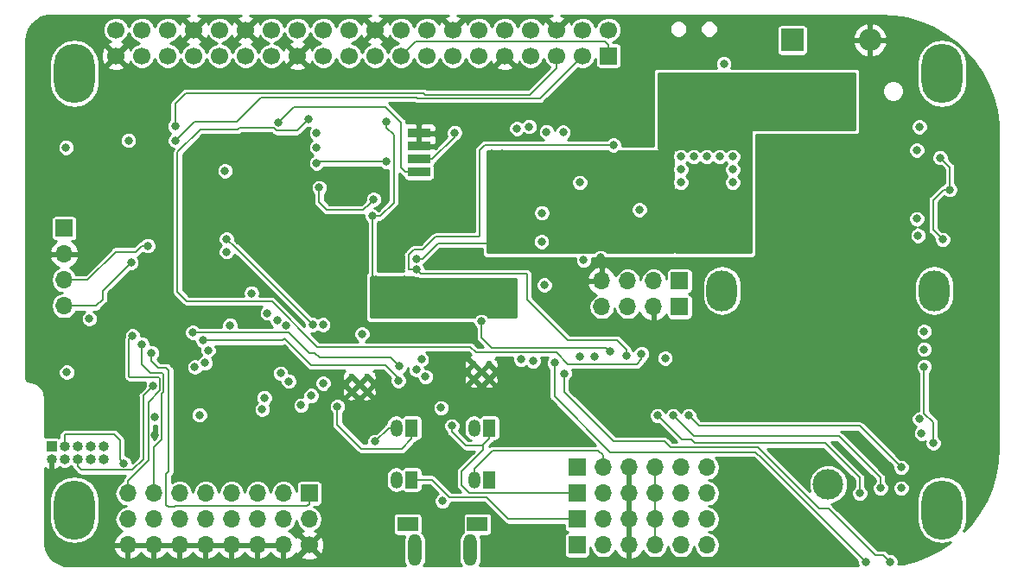
<source format=gbr>
G04 #@! TF.GenerationSoftware,KiCad,Pcbnew,(5.0.0)*
G04 #@! TF.CreationDate,2020-08-12T20:03:17-04:00*
G04 #@! TF.ProjectId,Temple_RPi_HAT,54656D706C655F5250695F4841542E6B,rev?*
G04 #@! TF.SameCoordinates,Original*
G04 #@! TF.FileFunction,Copper,L4,Bot,Signal*
G04 #@! TF.FilePolarity,Positive*
%FSLAX46Y46*%
G04 Gerber Fmt 4.6, Leading zero omitted, Abs format (unit mm)*
G04 Created by KiCad (PCBNEW (5.0.0)) date 08/12/20 20:03:17*
%MOMM*%
%LPD*%
G01*
G04 APERTURE LIST*
G04 #@! TA.AperFunction,ComponentPad*
%ADD10O,1.700000X1.700000*%
G04 #@! TD*
G04 #@! TA.AperFunction,ComponentPad*
%ADD11R,1.700000X1.700000*%
G04 #@! TD*
G04 #@! TA.AperFunction,ComponentPad*
%ADD12C,1.700000*%
G04 #@! TD*
G04 #@! TA.AperFunction,ComponentPad*
%ADD13C,0.600000*%
G04 #@! TD*
G04 #@! TA.AperFunction,ComponentPad*
%ADD14R,1.200000X1.700000*%
G04 #@! TD*
G04 #@! TA.AperFunction,ComponentPad*
%ADD15O,1.200000X1.700000*%
G04 #@! TD*
G04 #@! TA.AperFunction,WasherPad*
%ADD16O,4.000000X5.800000*%
G04 #@! TD*
G04 #@! TA.AperFunction,ComponentPad*
%ADD17R,2.200000X2.200000*%
G04 #@! TD*
G04 #@! TA.AperFunction,ComponentPad*
%ADD18O,2.200000X2.200000*%
G04 #@! TD*
G04 #@! TA.AperFunction,SMDPad,CuDef*
%ADD19R,2.209800X0.889000*%
G04 #@! TD*
G04 #@! TA.AperFunction,ComponentPad*
%ADD20C,3.000000*%
G04 #@! TD*
G04 #@! TA.AperFunction,ComponentPad*
%ADD21O,3.000000X4.000000*%
G04 #@! TD*
G04 #@! TA.AperFunction,ComponentPad*
%ADD22O,1.300000X3.150000*%
G04 #@! TD*
G04 #@! TA.AperFunction,ComponentPad*
%ADD23R,2.000000X1.400000*%
G04 #@! TD*
G04 #@! TA.AperFunction,ComponentPad*
%ADD24R,1.000000X1.000000*%
G04 #@! TD*
G04 #@! TA.AperFunction,ComponentPad*
%ADD25O,1.000000X1.000000*%
G04 #@! TD*
G04 #@! TA.AperFunction,ViaPad*
%ADD26C,0.800000*%
G04 #@! TD*
G04 #@! TA.AperFunction,Conductor*
%ADD27C,0.200000*%
G04 #@! TD*
G04 #@! TA.AperFunction,Conductor*
%ADD28C,0.254000*%
G04 #@! TD*
G04 APERTURE END LIST*
D10*
G04 #@! TO.P,J3,8*
G04 #@! TO.N,MOTOR2_NEG*
X80535000Y-172210000D03*
G04 #@! TO.P,J3,7*
G04 #@! TO.N,SERVO_7*
X83075000Y-172210000D03*
G04 #@! TO.P,J3,6*
G04 #@! TO.N,SERVO_6*
X85615000Y-172210000D03*
G04 #@! TO.P,J3,5*
G04 #@! TO.N,SERVO_5*
X88155000Y-172210000D03*
G04 #@! TO.P,J3,4*
G04 #@! TO.N,SERVO_4*
X90695000Y-172210000D03*
G04 #@! TO.P,J3,3*
G04 #@! TO.N,SERVO_3*
X93235000Y-172210000D03*
G04 #@! TO.P,J3,2*
G04 #@! TO.N,SERVO_2*
X95775000Y-172210000D03*
D11*
G04 #@! TO.P,J3,1*
G04 #@! TO.N,SERVO_1*
X98315000Y-172210000D03*
D10*
G04 #@! TO.P,J3,9*
G04 #@! TO.N,+5V*
X80535000Y-174750000D03*
X83075000Y-174750000D03*
X85615000Y-174750000D03*
X88155000Y-174750000D03*
X90695000Y-174750000D03*
X93235000Y-174750000D03*
X95775000Y-174750000D03*
X98315000Y-174750000D03*
D12*
G04 #@! TO.P,J3,10*
G04 #@! TO.N,GND*
X98315000Y-177290000D03*
D10*
X95775000Y-177290000D03*
X93235000Y-177290000D03*
X90695000Y-177290000D03*
X88155000Y-177290000D03*
X85615000Y-177290000D03*
X83075000Y-177290000D03*
X80535000Y-177290000D03*
G04 #@! TD*
D13*
G04 #@! TO.P,U10,17*
G04 #@! TO.N,GND*
X103229000Y-161490500D03*
X102479000Y-162240500D03*
X102479000Y-160740500D03*
X103979000Y-162240500D03*
X103979000Y-160740500D03*
G04 #@! TD*
D14*
G04 #@! TO.P,M1,1*
G04 #@! TO.N,MOTOR_OUT_POS1*
X108361000Y-165797000D03*
D15*
G04 #@! TO.P,M1,2*
G04 #@! TO.N,MOTOR_OUT_NEG1*
X106861000Y-165797000D03*
G04 #@! TD*
D14*
G04 #@! TO.P,M2,1*
G04 #@! TO.N,MOTOR_OUT_POS2*
X108361000Y-170877000D03*
D15*
G04 #@! TO.P,M2,2*
G04 #@! TO.N,MOTOR_OUT_NEG2*
X106861000Y-170877000D03*
G04 #@! TD*
D11*
G04 #@! TO.P,J1,1*
G04 #@! TO.N,+5V*
X134606000Y-151382000D03*
D10*
G04 #@! TO.P,J1,2*
G04 #@! TO.N,RX*
X132066000Y-151382000D03*
G04 #@! TO.P,J1,3*
G04 #@! TO.N,TX*
X129526000Y-151382000D03*
G04 #@! TO.P,J1,4*
G04 #@! TO.N,GND*
X126986000Y-151382000D03*
G04 #@! TD*
D16*
G04 #@! TO.P,MK1,*
G04 #@! TO.N,*
X75320000Y-173830000D03*
X75320000Y-131030000D03*
X160320000Y-173830000D03*
X160320000Y-131030000D03*
G04 #@! TD*
D14*
G04 #@! TO.P,M3,1*
G04 #@! TO.N,MOTOR_OUT_POS3*
X115981000Y-165797000D03*
D15*
G04 #@! TO.P,M3,2*
G04 #@! TO.N,MOTOR_OUT_NEG3*
X114481000Y-165797000D03*
G04 #@! TD*
D17*
G04 #@! TO.P,SW1,1*
G04 #@! TO.N,Net-(F1-Pad1)*
X145647000Y-127760000D03*
D18*
G04 #@! TO.P,SW1,2*
G04 #@! TO.N,GND*
X153267000Y-127760000D03*
G04 #@! TD*
D14*
G04 #@! TO.P,M4,1*
G04 #@! TO.N,MOTOR_OUT_POS4*
X115981000Y-170877000D03*
D15*
G04 #@! TO.P,M4,2*
G04 #@! TO.N,MOTOR_OUT_NEG4*
X114481000Y-170877000D03*
G04 #@! TD*
D19*
G04 #@! TO.P,IR1,4*
G04 #@! TO.N,IR*
X109071000Y-140714000D03*
G04 #@! TO.P,IR1,3*
G04 #@! TO.N,+3V3*
X109071000Y-139444000D03*
G04 #@! TO.P,IR1,2*
G04 #@! TO.N,GND*
X109071000Y-138174000D03*
G04 #@! TO.P,IR1,1*
X109071000Y-136904000D03*
G04 #@! TD*
D11*
G04 #@! TO.P,J2,1*
G04 #@! TO.N,+3V3*
X134606000Y-153922000D03*
D10*
G04 #@! TO.P,J2,2*
G04 #@! TO.N,GND*
X132066000Y-153922000D03*
G04 #@! TO.P,J2,3*
G04 #@! TO.N,SCL*
X129526000Y-153922000D03*
G04 #@! TO.P,J2,4*
G04 #@! TO.N,SDA*
X126986000Y-153922000D03*
G04 #@! TD*
D11*
G04 #@! TO.P,J4,1*
G04 #@! TO.N,MOTOR_OUT_POS1*
X124565000Y-177290000D03*
D10*
G04 #@! TO.P,J4,2*
G04 #@! TO.N,MOTOR_OUT_NEG1*
X127105000Y-177290000D03*
G04 #@! TO.P,J4,3*
G04 #@! TO.N,GND*
X129645000Y-177290000D03*
G04 #@! TO.P,J4,4*
G04 #@! TO.N,ENC_PWR*
X132185000Y-177290000D03*
G04 #@! TO.P,J4,5*
G04 #@! TO.N,QEP_1A*
X134725000Y-177290000D03*
G04 #@! TO.P,J4,6*
G04 #@! TO.N,QEP_1B*
X137265000Y-177290000D03*
G04 #@! TD*
D11*
G04 #@! TO.P,J5,1*
G04 #@! TO.N,MOTOR_OUT_POS2*
X124565000Y-174750000D03*
D10*
G04 #@! TO.P,J5,2*
G04 #@! TO.N,MOTOR_OUT_NEG2*
X127105000Y-174750000D03*
G04 #@! TO.P,J5,3*
G04 #@! TO.N,GND*
X129645000Y-174750000D03*
G04 #@! TO.P,J5,4*
G04 #@! TO.N,ENC_PWR*
X132185000Y-174750000D03*
G04 #@! TO.P,J5,5*
G04 #@! TO.N,QEP_2A*
X134725000Y-174750000D03*
G04 #@! TO.P,J5,6*
G04 #@! TO.N,QEP_2B*
X137265000Y-174750000D03*
G04 #@! TD*
D11*
G04 #@! TO.P,J6,1*
G04 #@! TO.N,MOTOR_OUT_POS3*
X124565000Y-172210000D03*
D10*
G04 #@! TO.P,J6,2*
G04 #@! TO.N,MOTOR_OUT_NEG3*
X127105000Y-172210000D03*
G04 #@! TO.P,J6,3*
G04 #@! TO.N,GND*
X129645000Y-172210000D03*
G04 #@! TO.P,J6,4*
G04 #@! TO.N,ENC_PWR*
X132185000Y-172210000D03*
G04 #@! TO.P,J6,5*
G04 #@! TO.N,QEP_3A*
X134725000Y-172210000D03*
G04 #@! TO.P,J6,6*
G04 #@! TO.N,QEP_3B*
X137265000Y-172210000D03*
G04 #@! TD*
D11*
G04 #@! TO.P,J7,1*
G04 #@! TO.N,MOTOR_OUT_POS4*
X124565000Y-169670000D03*
D10*
G04 #@! TO.P,J7,2*
G04 #@! TO.N,MOTOR_OUT_NEG4*
X127105000Y-169670000D03*
G04 #@! TO.P,J7,3*
G04 #@! TO.N,GND*
X129645000Y-169670000D03*
G04 #@! TO.P,J7,4*
G04 #@! TO.N,ENC_PWR*
X132185000Y-169670000D03*
G04 #@! TO.P,J7,5*
G04 #@! TO.N,QEP_4A*
X134725000Y-169670000D03*
G04 #@! TO.P,J7,6*
G04 #@! TO.N,QEP_4B*
X137265000Y-169670000D03*
G04 #@! TD*
D11*
G04 #@! TO.P,LCD1,1*
G04 #@! TO.N,+3V3*
X74315000Y-146210000D03*
D10*
G04 #@! TO.P,LCD1,2*
G04 #@! TO.N,GND*
X74315000Y-148750000D03*
G04 #@! TO.P,LCD1,3*
G04 #@! TO.N,SCL*
X74315000Y-151290000D03*
G04 #@! TO.P,LCD1,4*
G04 #@! TO.N,SDA*
X74315000Y-153830000D03*
G04 #@! TD*
D12*
G04 #@! TO.P,rpi_Header1,20*
G04 #@! TO.N,GND*
X104790000Y-126760000D03*
G04 #@! TO.P,rpi_Header1,18*
G04 #@! TO.N,N/C*
X107330000Y-126760000D03*
G04 #@! TO.P,rpi_Header1,16*
G04 #@! TO.N,QEP_1B*
X109870000Y-126760000D03*
G04 #@! TO.P,rpi_Header1,14*
G04 #@! TO.N,GND*
X112410000Y-126760000D03*
G04 #@! TO.P,rpi_Header1,12*
G04 #@! TO.N,QEP_2B*
X114950000Y-126760000D03*
G04 #@! TO.P,rpi_Header1,10*
G04 #@! TO.N,TX*
X117490000Y-126760000D03*
G04 #@! TO.P,rpi_Header1,8*
G04 #@! TO.N,RX*
X120030000Y-126760000D03*
G04 #@! TO.P,rpi_Header1,6*
G04 #@! TO.N,GND*
X122570000Y-126760000D03*
G04 #@! TO.P,rpi_Header1,4*
G04 #@! TO.N,+5V*
X125110000Y-126760000D03*
G04 #@! TO.P,rpi_Header1,2*
X127650000Y-126760000D03*
D11*
G04 #@! TO.P,rpi_Header1,1*
G04 #@! TO.N,PI_3.3V*
X127650000Y-129300000D03*
D12*
G04 #@! TO.P,rpi_Header1,3*
G04 #@! TO.N,SDA*
X125110000Y-129300000D03*
G04 #@! TO.P,rpi_Header1,5*
G04 #@! TO.N,SCL*
X122570000Y-129300000D03*
G04 #@! TO.P,rpi_Header1,7*
G04 #@! TO.N,N/C*
X120030000Y-129300000D03*
G04 #@! TO.P,rpi_Header1,9*
G04 #@! TO.N,GND*
X117490000Y-129300000D03*
G04 #@! TO.P,rpi_Header1,11*
G04 #@! TO.N,QEP_2A*
X114950000Y-129300000D03*
G04 #@! TO.P,rpi_Header1,13*
G04 #@! TO.N,QEP_3B*
X112410000Y-129300000D03*
G04 #@! TO.P,rpi_Header1,15*
G04 #@! TO.N,QEP_1A*
X109870000Y-129300000D03*
G04 #@! TO.P,rpi_Header1,17*
G04 #@! TO.N,PI_3.3V*
X107330000Y-129300000D03*
G04 #@! TO.P,rpi_Header1,19*
G04 #@! TO.N,N/C*
X104790000Y-129300000D03*
G04 #@! TO.P,rpi_Header1,21*
X102250000Y-129300000D03*
G04 #@! TO.P,rpi_Header1,22*
G04 #@! TO.N,Prog_LED0*
X102250000Y-126760000D03*
G04 #@! TO.P,rpi_Header1,23*
G04 #@! TO.N,N/C*
X99710000Y-129300000D03*
G04 #@! TO.P,rpi_Header1,24*
X99710000Y-126760000D03*
G04 #@! TO.P,rpi_Header1,25*
G04 #@! TO.N,GND*
X97170000Y-129300000D03*
G04 #@! TO.P,rpi_Header1,26*
G04 #@! TO.N,IR*
X97170000Y-126760000D03*
G04 #@! TO.P,rpi_Header1,27*
G04 #@! TO.N,N/C*
X94630000Y-129300000D03*
G04 #@! TO.P,rpi_Header1,28*
X94630000Y-126760000D03*
G04 #@! TO.P,rpi_Header1,29*
G04 #@! TO.N,QEP_4A*
X92090000Y-129300000D03*
G04 #@! TO.P,rpi_Header1,30*
G04 #@! TO.N,GND*
X92090000Y-126760000D03*
G04 #@! TO.P,rpi_Header1,31*
G04 #@! TO.N,QEP_4B*
X89550000Y-129300000D03*
G04 #@! TO.P,rpi_Header1,32*
G04 #@! TO.N,MOTOR_EN*
X89550000Y-126760000D03*
G04 #@! TO.P,rpi_Header1,33*
G04 #@! TO.N,N/C*
X87010000Y-129300000D03*
G04 #@! TO.P,rpi_Header1,34*
G04 #@! TO.N,GND*
X87010000Y-126760000D03*
G04 #@! TO.P,rpi_Header1,35*
G04 #@! TO.N,N/C*
X84470000Y-129300000D03*
G04 #@! TO.P,rpi_Header1,36*
X84470000Y-126760000D03*
G04 #@! TO.P,rpi_Header1,37*
G04 #@! TO.N,QEP_3A*
X81930000Y-129300000D03*
G04 #@! TO.P,rpi_Header1,38*
G04 #@! TO.N,N/C*
X81930000Y-126760000D03*
G04 #@! TO.P,rpi_Header1,39*
G04 #@! TO.N,GND*
X79390000Y-129300000D03*
G04 #@! TO.P,rpi_Header1,40*
G04 #@! TO.N,N/C*
X79390000Y-126760000D03*
G04 #@! TD*
D13*
G04 #@! TO.P,U9,17*
G04 #@! TO.N,GND*
X115167000Y-160272000D03*
X114417000Y-161022000D03*
X114417000Y-159522000D03*
X115917000Y-161022000D03*
X115917000Y-159522000D03*
G04 #@! TD*
D20*
G04 #@! TO.P,BH1,2*
G04 #@! TO.N,Net-(BH1-Pad2)*
X149165000Y-171315000D03*
G04 #@! TO.P,BH1,1*
G04 #@! TO.N,+BATT*
X149165000Y-133345000D03*
D21*
G04 #@! TO.P,BH1,*
G04 #@! TO.N,*
X159565000Y-152330000D03*
X138765000Y-152330000D03*
G04 #@! TD*
D22*
G04 #@! TO.P,J8,SH*
G04 #@! TO.N,N/C*
X114101000Y-177802000D03*
D23*
X114801000Y-175252000D03*
X107951000Y-175252000D03*
D22*
X108651000Y-177802000D03*
G04 #@! TD*
D24*
G04 #@! TO.P,J9,1*
G04 #@! TO.N,SCK*
X73065000Y-167580000D03*
D25*
G04 #@! TO.P,J9,2*
G04 #@! TO.N,GND*
X73065000Y-168850000D03*
G04 #@! TO.P,J9,3*
G04 #@! TO.N,MISO*
X74335000Y-167580000D03*
G04 #@! TO.P,J9,4*
G04 #@! TO.N,+5V*
X74335000Y-168850000D03*
G04 #@! TO.P,J9,5*
G04 #@! TO.N,N/C*
X75605000Y-167580000D03*
G04 #@! TO.P,J9,6*
G04 #@! TO.N,AVR_RST*
X75605000Y-168850000D03*
G04 #@! TO.P,J9,7*
G04 #@! TO.N,+5V*
X76875000Y-167580000D03*
G04 #@! TO.P,J9,8*
G04 #@! TO.N,N/C*
X76875000Y-168850000D03*
G04 #@! TO.P,J9,9*
G04 #@! TO.N,MOSI*
X78145000Y-167580000D03*
G04 #@! TO.P,J9,10*
G04 #@! TO.N,GND*
X78145000Y-168850000D03*
G04 #@! TD*
D26*
G04 #@! TO.N,GND*
X101890000Y-142730000D03*
X111565000Y-149780000D03*
X126851000Y-149096000D03*
X121085200Y-147521200D03*
X121110600Y-144701800D03*
X123617580Y-153474960D03*
X134725000Y-141730000D03*
X134725000Y-140460000D03*
X134725000Y-139190000D03*
X135995000Y-139190000D03*
X137265000Y-139190000D03*
X138535000Y-139190000D03*
X139805000Y-139190000D03*
X139805000Y-140460000D03*
X139805000Y-141730000D03*
X114865000Y-149930000D03*
X114865000Y-149030000D03*
X130661000Y-137793000D03*
X112976000Y-173557000D03*
X101959000Y-164844000D03*
X105261000Y-163574000D03*
X113516000Y-163701000D03*
X117072000Y-163193000D03*
X154676700Y-142098300D03*
X164290600Y-162354800D03*
X163935000Y-171460700D03*
X164900200Y-161046700D03*
X164544600Y-151356600D03*
X164709700Y-141818900D03*
X78171900Y-159773100D03*
X75565000Y-143555000D03*
X120165000Y-176730000D03*
X140740000Y-178805000D03*
X73003000Y-165606000D03*
X82415000Y-146330000D03*
X83215000Y-166480000D03*
X90015000Y-164430000D03*
X90915000Y-152530000D03*
X81915000Y-143330000D03*
X101165000Y-170280000D03*
G04 #@! TO.N,+5V*
X117165000Y-153430000D03*
X117715000Y-152580000D03*
X117115000Y-151530000D03*
X112415000Y-154680000D03*
X104880000Y-151255000D03*
X107674000Y-151255000D03*
X107801000Y-154684000D03*
X104753000Y-154557000D03*
X104753000Y-152906000D03*
X107801000Y-152906000D03*
X104499000Y-145032000D03*
X105896000Y-135761000D03*
X130661000Y-144397000D03*
X126315000Y-158830000D03*
X74565000Y-160330000D03*
X87565000Y-164530000D03*
X83215000Y-164730000D03*
G04 #@! TO.N,+3V3*
X111230000Y-163828000D03*
X156315000Y-171702000D03*
X138938400Y-130071400D03*
X76774900Y-155077700D03*
X124815000Y-158830000D03*
X112565000Y-136830000D03*
G04 #@! TO.N,QEP_1A*
X158315000Y-166316810D03*
G04 #@! TO.N,QEP_1B*
X158115000Y-164930000D03*
G04 #@! TO.N,SCL*
X74488900Y-138288300D03*
X85190000Y-136205000D03*
X121565000Y-136755000D03*
X82515000Y-147930000D03*
G04 #@! TO.N,SDA*
X85215000Y-137605000D03*
X123190000Y-136805000D03*
X80865000Y-149580000D03*
X80615000Y-137605000D03*
G04 #@! TO.N,Prog_LED0*
X130890000Y-158505000D03*
X98265000Y-135510001D03*
G04 #@! TO.N,QEP_3A*
X157966000Y-146937000D03*
G04 #@! TO.N,QEP_3B*
X157839000Y-145286000D03*
G04 #@! TO.N,SERVO_1*
X82865000Y-158430000D03*
G04 #@! TO.N,QEP_2A*
X158565000Y-158080000D03*
G04 #@! TO.N,QEP_2B*
X158565000Y-156330000D03*
G04 #@! TO.N,SERVO_6*
X90565000Y-155730000D03*
G04 #@! TO.N,SERVO_5*
X92665000Y-152580000D03*
G04 #@! TO.N,SERVO_4*
X94215000Y-154530000D03*
G04 #@! TO.N,SERVO_3*
X95215000Y-155280000D03*
G04 #@! TO.N,SERVO_2*
X96065000Y-155730000D03*
G04 #@! TO.N,TX*
X118665000Y-136430000D03*
G04 #@! TO.N,RX*
X119865000Y-136245011D03*
G04 #@! TO.N,SERVO_7*
X81915000Y-157580000D03*
G04 #@! TO.N,+BATT*
X126851000Y-143254000D03*
X121821800Y-143000000D03*
X121821800Y-140663200D03*
X135995000Y-147445000D03*
X137265000Y-147445000D03*
X138535000Y-147445000D03*
X139805000Y-147445000D03*
X139805000Y-146175000D03*
X139805000Y-144905000D03*
X134725000Y-147445000D03*
X134725000Y-146175000D03*
X134725000Y-144905000D03*
X120755000Y-139190000D03*
X122025000Y-139190000D03*
X123295000Y-139190000D03*
X116183000Y-138936000D03*
X116183000Y-139952000D03*
X117199000Y-138936000D03*
X108825000Y-149231000D03*
X133190000Y-158955000D03*
G04 #@! TO.N,CHG*
X124819000Y-141730000D03*
X152860600Y-178979100D03*
X122340000Y-159430000D03*
G04 #@! TO.N,PG*
X125200000Y-149350000D03*
X155222800Y-178928300D03*
X123315000Y-160455000D03*
G04 #@! TO.N,+10V*
X105896000Y-139698000D03*
X99038000Y-139825000D03*
X99038000Y-138301000D03*
X99038000Y-136904000D03*
X103483000Y-156589000D03*
X115183000Y-155361049D03*
X127815000Y-158330000D03*
G04 #@! TO.N,Net-(D2-Pad2)*
X152251000Y-172210000D03*
X132439000Y-164590000D03*
G04 #@! TO.N,Net-(D3-Pad2)*
X154283000Y-171702000D03*
X133963000Y-164590000D03*
G04 #@! TO.N,BATTERY_ENABLE*
X108817000Y-150239000D03*
X128121000Y-138047000D03*
X129390000Y-158680000D03*
G04 #@! TO.N,MOTOR1_POS*
X98515000Y-162630000D03*
X88115000Y-159430000D03*
G04 #@! TO.N,MOTOR1_NEG*
X87115000Y-159830000D03*
X97515000Y-163580000D03*
G04 #@! TO.N,MOTOR2_POS*
X107039000Y-161161000D03*
X87915000Y-157230000D03*
G04 #@! TO.N,MOTOR2_NEG*
X107166000Y-159764000D03*
X86915000Y-156430000D03*
X81015000Y-156780000D03*
G04 #@! TO.N,MOTOR3_POS*
X108815000Y-160080000D03*
X93915000Y-162830000D03*
G04 #@! TO.N,MOTOR3_NEG*
X109315000Y-159080000D03*
X93715000Y-163980000D03*
G04 #@! TO.N,MOTOR_OUT_POS1*
X101070000Y-163701000D03*
G04 #@! TO.N,MOTOR_OUT_NEG1*
X104753000Y-167130000D03*
G04 #@! TO.N,MOTOR4_POS*
X120247000Y-159256000D03*
X95515000Y-160430000D03*
G04 #@! TO.N,MOTOR4_NEG*
X119065000Y-159080000D03*
X96315000Y-161230000D03*
G04 #@! TO.N,MOTOR_OUT_POS3*
X112290000Y-165605000D03*
G04 #@! TO.N,ENC_PWR*
X160391700Y-147318000D03*
X161076000Y-142415800D03*
X160137700Y-139291600D03*
X159477300Y-167282400D03*
X158575600Y-159776700D03*
G04 #@! TO.N,Net-(D1-Pad1)*
X156315000Y-169670000D03*
X135487000Y-164590000D03*
G04 #@! TO.N,QEP_4B*
X158093000Y-136269000D03*
G04 #@! TO.N,QEP_4A*
X157839000Y-138555000D03*
G04 #@! TO.N,Net-(R30-Pad1)*
X99292000Y-142238000D03*
X104626000Y-143381000D03*
G04 #@! TO.N,MOTOR_EN*
X99673000Y-161415000D03*
X109706000Y-160780000D03*
X90065000Y-140580000D03*
G04 #@! TO.N,V_CHARGE*
X121356980Y-151785860D03*
X111376000Y-172957000D03*
G04 #@! TO.N,IR*
X95315000Y-135830000D03*
G04 #@! TO.N,AVR_RST*
X83036000Y-161669000D03*
G04 #@! TO.N,MISO*
X80165000Y-169280000D03*
G04 #@! TO.N,AVR_RST*
X88415000Y-158180000D03*
G04 #@! TO.N,SDA_2*
X99665000Y-155680000D03*
X90215000Y-148530000D03*
G04 #@! TO.N,SCL_2*
X98665000Y-155680000D03*
X90215000Y-147280000D03*
G04 #@! TD*
D27*
G04 #@! TO.N,GND*
X129645000Y-169670000D02*
X129645000Y-177290000D01*
X129645000Y-178492081D02*
X129257081Y-178880000D01*
X129645000Y-177290000D02*
X129645000Y-178492081D01*
X129257081Y-178880000D02*
X120815000Y-178880000D01*
X120815000Y-178880000D02*
X120165000Y-178230000D01*
X120165000Y-178230000D02*
X120165000Y-176730000D01*
G04 #@! TO.N,+5V*
X112980685Y-154680000D02*
X113080685Y-154580000D01*
X112415000Y-154680000D02*
X112980685Y-154680000D01*
X116015000Y-154580000D02*
X117165000Y-153430000D01*
X113080685Y-154580000D02*
X116015000Y-154580000D01*
X104499000Y-150874000D02*
X104880000Y-151255000D01*
X104499000Y-145032000D02*
X104499000Y-150874000D01*
X106596001Y-137026686D02*
X106596001Y-143696999D01*
X105896000Y-135761000D02*
X105896000Y-136326685D01*
X105896000Y-136326685D02*
X106596001Y-137026686D01*
X105261000Y-145032000D02*
X104499000Y-145032000D01*
X106596001Y-143696999D02*
X105261000Y-145032000D01*
G04 #@! TO.N,+3V3*
X110375900Y-139444000D02*
X112565000Y-137254900D01*
X109071000Y-139444000D02*
X110375900Y-139444000D01*
X112565000Y-137254900D02*
X112565000Y-136830000D01*
G04 #@! TO.N,SCL*
X122570000Y-130502081D02*
X119967081Y-133105000D01*
X122570000Y-129300000D02*
X122570000Y-130502081D01*
X109640000Y-133105000D02*
X109521010Y-132986010D01*
X119967081Y-133105000D02*
X109640000Y-133105000D01*
X109521010Y-132986010D02*
X86208990Y-132986010D01*
X86208990Y-132986010D02*
X85190000Y-134005000D01*
X85190000Y-134005000D02*
X85190000Y-136205000D01*
X81949315Y-147930000D02*
X81349315Y-148530000D01*
X82515000Y-147930000D02*
X81949315Y-147930000D01*
X81349315Y-148530000D02*
X79365000Y-148530000D01*
X76605000Y-151290000D02*
X74315000Y-151290000D01*
X79365000Y-148530000D02*
X76605000Y-151290000D01*
G04 #@! TO.N,SDA*
X85215000Y-137605000D02*
X87090000Y-135730000D01*
X87090000Y-135730000D02*
X91251002Y-135730000D01*
X91251002Y-135730000D02*
X93594982Y-133386020D01*
X93594982Y-133386020D02*
X108821020Y-133386020D01*
X120904990Y-133505010D02*
X125110000Y-129300000D01*
X108821020Y-133386020D02*
X108940010Y-133505010D01*
X108940010Y-133505010D02*
X120904990Y-133505010D01*
X80865000Y-149580000D02*
X78115000Y-152330000D01*
X77465000Y-153830000D02*
X78115000Y-153180000D01*
X77265000Y-153830000D02*
X77465000Y-153830000D01*
X78115000Y-152330000D02*
X78115000Y-153180000D01*
X77265000Y-153830000D02*
X74315000Y-153830000D01*
G04 #@! TO.N,Prog_LED0*
X98259999Y-135510001D02*
X98265000Y-135510001D01*
X97115000Y-136655000D02*
X98259999Y-135510001D01*
X94828998Y-136380000D02*
X95103998Y-136655000D01*
X114639999Y-158379999D02*
X114115000Y-157855000D01*
X122514999Y-158379999D02*
X114639999Y-158379999D01*
X130430684Y-159530001D02*
X123665001Y-159530001D01*
X130890000Y-158505000D02*
X130890000Y-159070685D01*
X85415000Y-152455000D02*
X85415000Y-138755000D01*
X95103998Y-136655000D02*
X97115000Y-136655000D01*
X130890000Y-159070685D02*
X130430684Y-159530001D01*
X114115000Y-157855000D02*
X99140000Y-157855000D01*
X86340000Y-153380000D02*
X85415000Y-152455000D01*
X123665001Y-159530001D02*
X122514999Y-158379999D01*
X99140000Y-157855000D02*
X94690000Y-153405000D01*
X94690000Y-153405000D02*
X94690000Y-153380000D01*
X94690000Y-153380000D02*
X86340000Y-153380000D01*
X87640001Y-136529999D02*
X91314999Y-136529999D01*
X91464998Y-136380000D02*
X94828998Y-136380000D01*
X85415000Y-138755000D02*
X87640001Y-136529999D01*
X91314999Y-136529999D02*
X91464998Y-136380000D01*
G04 #@! TO.N,SERVO_1*
X85165000Y-173480000D02*
X98095000Y-173480000D01*
X85115000Y-173530000D02*
X85165000Y-173480000D01*
X84515000Y-173530000D02*
X85115000Y-173530000D01*
X98095000Y-173480000D02*
X98315000Y-173260000D01*
X84315000Y-173330000D02*
X84515000Y-173530000D01*
X84315000Y-170330000D02*
X84315000Y-173330000D01*
X82865000Y-158430000D02*
X82865000Y-159230000D01*
X82865000Y-159230000D02*
X83515000Y-159880000D01*
X98315000Y-173260000D02*
X98315000Y-172210000D01*
X83515000Y-159880000D02*
X84315000Y-159880000D01*
X84315000Y-159880000D02*
X84565000Y-160130000D01*
X84565000Y-160130000D02*
X84565000Y-170080000D01*
X84565000Y-170080000D02*
X84315000Y-170330000D01*
G04 #@! TO.N,PI_3.3V*
X127650000Y-128250000D02*
X127650000Y-129300000D01*
X127310001Y-127910001D02*
X127650000Y-128250000D01*
X108719999Y-127910001D02*
X127310001Y-127910001D01*
X107330000Y-129300000D02*
X108719999Y-127910001D01*
G04 #@! TO.N,SERVO_5*
X88155000Y-171996500D02*
X88155000Y-172210000D01*
G04 #@! TO.N,SERVO_7*
X83075000Y-167720000D02*
X83075000Y-172210000D01*
X83865000Y-166930000D02*
X83075000Y-167720000D01*
X83865000Y-162404278D02*
X83865000Y-166930000D01*
X81915000Y-159530000D02*
X82765000Y-160380000D01*
X82765000Y-160380000D02*
X83865000Y-160380000D01*
X83865000Y-160380000D02*
X84015010Y-160530010D01*
X84015010Y-160530010D02*
X84015009Y-162254269D01*
X81915000Y-157580000D02*
X81915000Y-159530000D01*
X84015009Y-162254269D02*
X83865000Y-162404278D01*
G04 #@! TO.N,+BATT*
X116183000Y-147318000D02*
X116183000Y-139952000D01*
X116564000Y-147699000D02*
X116183000Y-147318000D01*
X110922685Y-147699000D02*
X116564000Y-147699000D01*
X108825000Y-149231000D02*
X109390685Y-149231000D01*
X109390685Y-149231000D02*
X110922685Y-147699000D01*
G04 #@! TO.N,CHG*
X152860600Y-178979100D02*
X142711500Y-168830000D01*
X142061500Y-168180000D02*
X127815000Y-168180000D01*
X142711500Y-168830000D02*
X142061500Y-168180000D01*
X127815000Y-168180000D02*
X122340000Y-162705000D01*
X122340000Y-162705000D02*
X122340000Y-159430000D01*
G04 #@! TO.N,PG*
X154573599Y-178279099D02*
X153789099Y-178279099D01*
X155222800Y-178928300D02*
X154573599Y-178279099D01*
X153789099Y-178279099D02*
X149190000Y-173680000D01*
X149190000Y-173680000D02*
X148290000Y-173680000D01*
X142315010Y-167705010D02*
X133715010Y-167705010D01*
X148290000Y-173680000D02*
X142315010Y-167705010D01*
X133715010Y-167705010D02*
X133115000Y-167105000D01*
X133115000Y-167105000D02*
X128140000Y-167105000D01*
X128140000Y-167105000D02*
X123315000Y-162280000D01*
X123315000Y-162280000D02*
X123315000Y-160455000D01*
G04 #@! TO.N,+10V*
X99165000Y-139698000D02*
X99038000Y-139825000D01*
X105896000Y-139698000D02*
X99165000Y-139698000D01*
X127415001Y-157930001D02*
X116165001Y-157930001D01*
X127815000Y-158330000D02*
X127415001Y-157930001D01*
X115183000Y-155926734D02*
X115183000Y-155361049D01*
X115183000Y-156948000D02*
X115183000Y-155926734D01*
X116165001Y-157930001D02*
X115183000Y-156948000D01*
G04 #@! TO.N,Net-(D2-Pad2)*
X152251000Y-171644315D02*
X152251000Y-172210000D01*
X134804000Y-166955000D02*
X135762301Y-166955000D01*
X132439000Y-164590000D02*
X134804000Y-166955000D01*
X135762301Y-166955000D02*
X136112301Y-167305000D01*
X136112301Y-167305000D02*
X148870000Y-167305000D01*
X148870000Y-167305000D02*
X152251000Y-170686000D01*
X152251000Y-170686000D02*
X152251000Y-171644315D01*
G04 #@! TO.N,Net-(D3-Pad2)*
X154283000Y-170686000D02*
X154283000Y-171702000D01*
X150219000Y-166622000D02*
X154283000Y-170686000D01*
X133963000Y-164590000D02*
X135995000Y-166622000D01*
X135995000Y-166622000D02*
X150219000Y-166622000D01*
G04 #@! TO.N,BATTERY_ENABLE*
X108817000Y-150239000D02*
X108055000Y-150239000D01*
X108055000Y-150239000D02*
X108055000Y-148842000D01*
X108055000Y-148842000D02*
X108563000Y-148334000D01*
X108563000Y-148334000D02*
X109452000Y-148334000D01*
X109452000Y-148334000D02*
X110722000Y-147064000D01*
X110722000Y-147064000D02*
X114913000Y-147064000D01*
X114913000Y-147064000D02*
X115040000Y-146937000D01*
X115040000Y-146937000D02*
X115040000Y-138555000D01*
X115040000Y-138555000D02*
X115548000Y-138047000D01*
X115548000Y-138047000D02*
X128121000Y-138047000D01*
X129390000Y-158114315D02*
X128480685Y-157205000D01*
X129390000Y-158680000D02*
X129390000Y-158114315D01*
X128480685Y-157205000D02*
X123690000Y-157205000D01*
X123690000Y-157205000D02*
X119665000Y-153180000D01*
X119665000Y-153180000D02*
X119665000Y-150680000D01*
X109258000Y-150680000D02*
X108817000Y-150239000D01*
X119665000Y-150680000D02*
X109258000Y-150680000D01*
G04 #@! TO.N,MOTOR2_POS*
X100816000Y-159637000D02*
X105769000Y-159637000D01*
X105769000Y-159637000D02*
X107039000Y-160907000D01*
X107039000Y-160907000D02*
X107039000Y-161161000D01*
X100816000Y-159637000D02*
X98522000Y-159637000D01*
X98522000Y-159637000D02*
X95915000Y-157030000D01*
X95915000Y-157030000D02*
X95715000Y-157230000D01*
X95715000Y-157230000D02*
X87915000Y-157230000D01*
G04 #@! TO.N,MOTOR2_NEG*
X107166000Y-159764000D02*
X106277000Y-158875000D01*
X96315000Y-156430000D02*
X86915000Y-156430000D01*
X98870000Y-158430000D02*
X99315000Y-158875000D01*
X98315000Y-158430000D02*
X98870000Y-158430000D01*
X106277000Y-158875000D02*
X99315000Y-158875000D01*
X98315000Y-158430000D02*
X96315000Y-156430000D01*
X80535000Y-171007919D02*
X82565000Y-168977919D01*
X80535000Y-172210000D02*
X80535000Y-171007919D01*
X82565000Y-168977919D02*
X82565000Y-163280000D01*
X82565000Y-163280000D02*
X83715000Y-162130000D01*
X83715000Y-162130000D02*
X83715000Y-160980000D01*
X83715000Y-160980000D02*
X83565000Y-160830000D01*
X83565000Y-160830000D02*
X80765000Y-160830000D01*
X80765000Y-160830000D02*
X80665000Y-160730000D01*
X80665000Y-160730000D02*
X80665000Y-157130000D01*
X80665000Y-157130000D02*
X81015000Y-156780000D01*
G04 #@! TO.N,MOTOR_OUT_POS1*
X107377999Y-167830001D02*
X103421001Y-167830001D01*
X108361000Y-165797000D02*
X108361000Y-166847000D01*
X108361000Y-166847000D02*
X107377999Y-167830001D01*
X103421001Y-167830001D02*
X101070000Y-165479000D01*
X101070000Y-165479000D02*
X101070000Y-163701000D01*
G04 #@! TO.N,MOTOR_OUT_POS2*
X124565000Y-174750000D02*
X117834000Y-174750000D01*
X109161000Y-170877000D02*
X108361000Y-170877000D01*
X110332002Y-170877000D02*
X109161000Y-170877000D01*
X112065012Y-172610010D02*
X110332002Y-170877000D01*
X115694010Y-172610010D02*
X112065012Y-172610010D01*
X117834000Y-174750000D02*
X115694010Y-172610010D01*
G04 #@! TO.N,MOTOR_OUT_NEG1*
X106086000Y-165797000D02*
X106861000Y-165797000D01*
X104753000Y-167130000D02*
X106086000Y-165797000D01*
G04 #@! TO.N,MOTOR_OUT_NEG4*
X127105000Y-168467919D02*
X126656081Y-168019000D01*
X127105000Y-169670000D02*
X127105000Y-168467919D01*
X114481000Y-169827000D02*
X114481000Y-170877000D01*
X116289000Y-168019000D02*
X114481000Y-169827000D01*
X126656081Y-168019000D02*
X116289000Y-168019000D01*
G04 #@! TO.N,MOTOR_OUT_POS3*
X115381010Y-167931990D02*
X113262000Y-170051000D01*
X113262000Y-170051000D02*
X113262000Y-171448000D01*
X114024000Y-172210000D02*
X124565000Y-172210000D01*
X113262000Y-171448000D02*
X114024000Y-172210000D01*
X113674315Y-167555000D02*
X115381010Y-167555000D01*
X112290000Y-166170685D02*
X113674315Y-167555000D01*
X112290000Y-165605000D02*
X112290000Y-166170685D01*
X115381010Y-167555000D02*
X115381010Y-167931990D01*
X115381010Y-167446990D02*
X115381010Y-167555000D01*
X115981000Y-166847000D02*
X115381010Y-167446990D01*
X115981000Y-165797000D02*
X115981000Y-166847000D01*
G04 #@! TO.N,ENC_PWR*
X132185000Y-177290000D02*
X132185000Y-169670000D01*
X159464600Y-146390900D02*
X160391700Y-147318000D01*
X159464600Y-143461515D02*
X159464600Y-146390900D01*
X160510315Y-142415800D02*
X159464600Y-143461515D01*
X161076000Y-142415800D02*
X160510315Y-142415800D01*
X161076000Y-140229900D02*
X161076000Y-142415800D01*
X160137700Y-139291600D02*
X161076000Y-140229900D01*
X159477300Y-165256298D02*
X158575600Y-164354598D01*
X159477300Y-167282400D02*
X159477300Y-165256298D01*
X158575600Y-164354598D02*
X158575600Y-159776700D01*
G04 #@! TO.N,Net-(D1-Pad1)*
X156315000Y-169670000D02*
X152251000Y-165606000D01*
X152251000Y-165606000D02*
X136503000Y-165606000D01*
X136503000Y-165606000D02*
X135487000Y-164590000D01*
G04 #@! TO.N,Net-(R30-Pad1)*
X104226001Y-143780999D02*
X104626000Y-143381000D01*
X103610000Y-144397000D02*
X104226001Y-143780999D01*
X100054000Y-144397000D02*
X103610000Y-144397000D01*
X99292000Y-143635000D02*
X100054000Y-144397000D01*
X99292000Y-142238000D02*
X99292000Y-143635000D01*
G04 #@! TO.N,IR*
X107766100Y-140714000D02*
X107315000Y-140262900D01*
X109071000Y-140714000D02*
X107766100Y-140714000D01*
X107315000Y-140262900D02*
X107315000Y-135830000D01*
X107315000Y-135830000D02*
X105815000Y-134330000D01*
X105815000Y-134330000D02*
X96815000Y-134330000D01*
X96815000Y-134330000D02*
X95315000Y-135830000D01*
G04 #@! TO.N,MISO*
X79765001Y-168880001D02*
X79765001Y-166980001D01*
X80165000Y-169280000D02*
X79765001Y-168880001D01*
X79765001Y-166980001D02*
X79215000Y-166430000D01*
X79215000Y-166430000D02*
X74415000Y-166430000D01*
X74335000Y-166510000D02*
X74335000Y-167580000D01*
X74415000Y-166430000D02*
X74335000Y-166510000D01*
G04 #@! TO.N,AVR_RST*
X75605000Y-169557106D02*
X75977894Y-169930000D01*
X75605000Y-168850000D02*
X75605000Y-169557106D01*
X75977894Y-169930000D02*
X81015000Y-169930000D01*
X81015000Y-169930000D02*
X82065000Y-168880000D01*
X82065000Y-162640000D02*
X83036000Y-161669000D01*
X82065000Y-168880000D02*
X82065000Y-162640000D01*
G04 #@! TO.N,SCL_2*
X91015000Y-148080000D02*
X90215000Y-147280000D01*
X91065000Y-148080000D02*
X91565000Y-148580000D01*
X91015000Y-148080000D02*
X91065000Y-148080000D01*
X98665000Y-155680000D02*
X91565000Y-148580000D01*
G04 #@! TD*
D28*
G04 #@! TO.N,+BATT*
G36*
X151743000Y-136523000D02*
X141710000Y-136523000D01*
X141661399Y-136532667D01*
X141620197Y-136560197D01*
X141592667Y-136601399D01*
X141583000Y-136650000D01*
X141583000Y-148588000D01*
X134217000Y-148588000D01*
X134217000Y-142391555D01*
X134256542Y-142431097D01*
X134560499Y-142557000D01*
X134889501Y-142557000D01*
X135193458Y-142431097D01*
X135426097Y-142198458D01*
X135552000Y-141894501D01*
X135552000Y-141565499D01*
X135426097Y-141261542D01*
X135259555Y-141095000D01*
X135426097Y-140928458D01*
X135552000Y-140624501D01*
X135552000Y-140295499D01*
X135426097Y-139991542D01*
X135259555Y-139825000D01*
X135360000Y-139724555D01*
X135526542Y-139891097D01*
X135830499Y-140017000D01*
X136159501Y-140017000D01*
X136463458Y-139891097D01*
X136630000Y-139724555D01*
X136796542Y-139891097D01*
X137100499Y-140017000D01*
X137429501Y-140017000D01*
X137733458Y-139891097D01*
X137900000Y-139724555D01*
X138066542Y-139891097D01*
X138370499Y-140017000D01*
X138699501Y-140017000D01*
X139003458Y-139891097D01*
X139170000Y-139724555D01*
X139270445Y-139825000D01*
X139103903Y-139991542D01*
X138978000Y-140295499D01*
X138978000Y-140624501D01*
X139103903Y-140928458D01*
X139270445Y-141095000D01*
X139103903Y-141261542D01*
X138978000Y-141565499D01*
X138978000Y-141894501D01*
X139103903Y-142198458D01*
X139336542Y-142431097D01*
X139640499Y-142557000D01*
X139969501Y-142557000D01*
X140273458Y-142431097D01*
X140506097Y-142198458D01*
X140632000Y-141894501D01*
X140632000Y-141565499D01*
X140506097Y-141261542D01*
X140339555Y-141095000D01*
X140506097Y-140928458D01*
X140632000Y-140624501D01*
X140632000Y-140295499D01*
X140506097Y-139991542D01*
X140339555Y-139825000D01*
X140506097Y-139658458D01*
X140632000Y-139354501D01*
X140632000Y-139025499D01*
X140506097Y-138721542D01*
X140273458Y-138488903D01*
X139969501Y-138363000D01*
X139640499Y-138363000D01*
X139336542Y-138488903D01*
X139170000Y-138655445D01*
X139003458Y-138488903D01*
X138699501Y-138363000D01*
X138370499Y-138363000D01*
X138066542Y-138488903D01*
X137900000Y-138655445D01*
X137733458Y-138488903D01*
X137429501Y-138363000D01*
X137100499Y-138363000D01*
X136796542Y-138488903D01*
X136630000Y-138655445D01*
X136463458Y-138488903D01*
X136159501Y-138363000D01*
X135830499Y-138363000D01*
X135526542Y-138488903D01*
X135360000Y-138655445D01*
X135193458Y-138488903D01*
X134889501Y-138363000D01*
X134560499Y-138363000D01*
X134256542Y-138488903D01*
X134212594Y-138532851D01*
X134207333Y-138506399D01*
X134179803Y-138465197D01*
X134138601Y-138437667D01*
X134090000Y-138428000D01*
X132566000Y-138428000D01*
X132566000Y-131062000D01*
X151743000Y-131062000D01*
X151743000Y-136523000D01*
X151743000Y-136523000D01*
G37*
X151743000Y-136523000D02*
X141710000Y-136523000D01*
X141661399Y-136532667D01*
X141620197Y-136560197D01*
X141592667Y-136601399D01*
X141583000Y-136650000D01*
X141583000Y-148588000D01*
X134217000Y-148588000D01*
X134217000Y-142391555D01*
X134256542Y-142431097D01*
X134560499Y-142557000D01*
X134889501Y-142557000D01*
X135193458Y-142431097D01*
X135426097Y-142198458D01*
X135552000Y-141894501D01*
X135552000Y-141565499D01*
X135426097Y-141261542D01*
X135259555Y-141095000D01*
X135426097Y-140928458D01*
X135552000Y-140624501D01*
X135552000Y-140295499D01*
X135426097Y-139991542D01*
X135259555Y-139825000D01*
X135360000Y-139724555D01*
X135526542Y-139891097D01*
X135830499Y-140017000D01*
X136159501Y-140017000D01*
X136463458Y-139891097D01*
X136630000Y-139724555D01*
X136796542Y-139891097D01*
X137100499Y-140017000D01*
X137429501Y-140017000D01*
X137733458Y-139891097D01*
X137900000Y-139724555D01*
X138066542Y-139891097D01*
X138370499Y-140017000D01*
X138699501Y-140017000D01*
X139003458Y-139891097D01*
X139170000Y-139724555D01*
X139270445Y-139825000D01*
X139103903Y-139991542D01*
X138978000Y-140295499D01*
X138978000Y-140624501D01*
X139103903Y-140928458D01*
X139270445Y-141095000D01*
X139103903Y-141261542D01*
X138978000Y-141565499D01*
X138978000Y-141894501D01*
X139103903Y-142198458D01*
X139336542Y-142431097D01*
X139640499Y-142557000D01*
X139969501Y-142557000D01*
X140273458Y-142431097D01*
X140506097Y-142198458D01*
X140632000Y-141894501D01*
X140632000Y-141565499D01*
X140506097Y-141261542D01*
X140339555Y-141095000D01*
X140506097Y-140928458D01*
X140632000Y-140624501D01*
X140632000Y-140295499D01*
X140506097Y-139991542D01*
X140339555Y-139825000D01*
X140506097Y-139658458D01*
X140632000Y-139354501D01*
X140632000Y-139025499D01*
X140506097Y-138721542D01*
X140273458Y-138488903D01*
X139969501Y-138363000D01*
X139640499Y-138363000D01*
X139336542Y-138488903D01*
X139170000Y-138655445D01*
X139003458Y-138488903D01*
X138699501Y-138363000D01*
X138370499Y-138363000D01*
X138066542Y-138488903D01*
X137900000Y-138655445D01*
X137733458Y-138488903D01*
X137429501Y-138363000D01*
X137100499Y-138363000D01*
X136796542Y-138488903D01*
X136630000Y-138655445D01*
X136463458Y-138488903D01*
X136159501Y-138363000D01*
X135830499Y-138363000D01*
X135526542Y-138488903D01*
X135360000Y-138655445D01*
X135193458Y-138488903D01*
X134889501Y-138363000D01*
X134560499Y-138363000D01*
X134256542Y-138488903D01*
X134212594Y-138532851D01*
X134207333Y-138506399D01*
X134179803Y-138465197D01*
X134138601Y-138437667D01*
X134090000Y-138428000D01*
X132566000Y-138428000D01*
X132566000Y-131062000D01*
X151743000Y-131062000D01*
X151743000Y-136523000D01*
G36*
X127652542Y-138748097D02*
X127956499Y-138874000D01*
X128285501Y-138874000D01*
X128589458Y-138748097D01*
X128655555Y-138682000D01*
X133963000Y-138682000D01*
X133963000Y-138868575D01*
X133898000Y-139025499D01*
X133898000Y-139354501D01*
X133963000Y-139511425D01*
X133963000Y-140138575D01*
X133898000Y-140295499D01*
X133898000Y-140624501D01*
X133963000Y-140781425D01*
X133963000Y-141408575D01*
X133898000Y-141565499D01*
X133898000Y-141894501D01*
X133963000Y-142051425D01*
X133963000Y-148588000D01*
X127512555Y-148588000D01*
X127319458Y-148394903D01*
X127015501Y-148269000D01*
X126686499Y-148269000D01*
X126382542Y-148394903D01*
X126189445Y-148588000D01*
X125521425Y-148588000D01*
X125364501Y-148523000D01*
X125035499Y-148523000D01*
X124878575Y-148588000D01*
X115802000Y-148588000D01*
X115802000Y-147356699D01*
X120258200Y-147356699D01*
X120258200Y-147685701D01*
X120384103Y-147989658D01*
X120616742Y-148222297D01*
X120920699Y-148348200D01*
X121249701Y-148348200D01*
X121553658Y-148222297D01*
X121786297Y-147989658D01*
X121912200Y-147685701D01*
X121912200Y-147356699D01*
X121786297Y-147052742D01*
X121553658Y-146820103D01*
X121249701Y-146694200D01*
X120920699Y-146694200D01*
X120616742Y-146820103D01*
X120384103Y-147052742D01*
X120258200Y-147356699D01*
X115802000Y-147356699D01*
X115802000Y-144537299D01*
X120283600Y-144537299D01*
X120283600Y-144866301D01*
X120409503Y-145170258D01*
X120642142Y-145402897D01*
X120946099Y-145528800D01*
X121275101Y-145528800D01*
X121579058Y-145402897D01*
X121811697Y-145170258D01*
X121937600Y-144866301D01*
X121937600Y-144537299D01*
X121811697Y-144233342D01*
X121810854Y-144232499D01*
X129834000Y-144232499D01*
X129834000Y-144561501D01*
X129959903Y-144865458D01*
X130192542Y-145098097D01*
X130496499Y-145224000D01*
X130825501Y-145224000D01*
X131129458Y-145098097D01*
X131362097Y-144865458D01*
X131488000Y-144561501D01*
X131488000Y-144232499D01*
X131362097Y-143928542D01*
X131129458Y-143695903D01*
X130825501Y-143570000D01*
X130496499Y-143570000D01*
X130192542Y-143695903D01*
X129959903Y-143928542D01*
X129834000Y-144232499D01*
X121810854Y-144232499D01*
X121579058Y-144000703D01*
X121275101Y-143874800D01*
X120946099Y-143874800D01*
X120642142Y-144000703D01*
X120409503Y-144233342D01*
X120283600Y-144537299D01*
X115802000Y-144537299D01*
X115802000Y-141565499D01*
X123992000Y-141565499D01*
X123992000Y-141894501D01*
X124117903Y-142198458D01*
X124350542Y-142431097D01*
X124654499Y-142557000D01*
X124983501Y-142557000D01*
X125287458Y-142431097D01*
X125520097Y-142198458D01*
X125646000Y-141894501D01*
X125646000Y-141565499D01*
X125520097Y-141261542D01*
X125287458Y-141028903D01*
X124983501Y-140903000D01*
X124654499Y-140903000D01*
X124350542Y-141028903D01*
X124117903Y-141261542D01*
X123992000Y-141565499D01*
X115802000Y-141565499D01*
X115802000Y-138682000D01*
X127586445Y-138682000D01*
X127652542Y-138748097D01*
X127652542Y-138748097D01*
G37*
X127652542Y-138748097D02*
X127956499Y-138874000D01*
X128285501Y-138874000D01*
X128589458Y-138748097D01*
X128655555Y-138682000D01*
X133963000Y-138682000D01*
X133963000Y-138868575D01*
X133898000Y-139025499D01*
X133898000Y-139354501D01*
X133963000Y-139511425D01*
X133963000Y-140138575D01*
X133898000Y-140295499D01*
X133898000Y-140624501D01*
X133963000Y-140781425D01*
X133963000Y-141408575D01*
X133898000Y-141565499D01*
X133898000Y-141894501D01*
X133963000Y-142051425D01*
X133963000Y-148588000D01*
X127512555Y-148588000D01*
X127319458Y-148394903D01*
X127015501Y-148269000D01*
X126686499Y-148269000D01*
X126382542Y-148394903D01*
X126189445Y-148588000D01*
X125521425Y-148588000D01*
X125364501Y-148523000D01*
X125035499Y-148523000D01*
X124878575Y-148588000D01*
X115802000Y-148588000D01*
X115802000Y-147356699D01*
X120258200Y-147356699D01*
X120258200Y-147685701D01*
X120384103Y-147989658D01*
X120616742Y-148222297D01*
X120920699Y-148348200D01*
X121249701Y-148348200D01*
X121553658Y-148222297D01*
X121786297Y-147989658D01*
X121912200Y-147685701D01*
X121912200Y-147356699D01*
X121786297Y-147052742D01*
X121553658Y-146820103D01*
X121249701Y-146694200D01*
X120920699Y-146694200D01*
X120616742Y-146820103D01*
X120384103Y-147052742D01*
X120258200Y-147356699D01*
X115802000Y-147356699D01*
X115802000Y-144537299D01*
X120283600Y-144537299D01*
X120283600Y-144866301D01*
X120409503Y-145170258D01*
X120642142Y-145402897D01*
X120946099Y-145528800D01*
X121275101Y-145528800D01*
X121579058Y-145402897D01*
X121811697Y-145170258D01*
X121937600Y-144866301D01*
X121937600Y-144537299D01*
X121811697Y-144233342D01*
X121810854Y-144232499D01*
X129834000Y-144232499D01*
X129834000Y-144561501D01*
X129959903Y-144865458D01*
X130192542Y-145098097D01*
X130496499Y-145224000D01*
X130825501Y-145224000D01*
X131129458Y-145098097D01*
X131362097Y-144865458D01*
X131488000Y-144561501D01*
X131488000Y-144232499D01*
X131362097Y-143928542D01*
X131129458Y-143695903D01*
X130825501Y-143570000D01*
X130496499Y-143570000D01*
X130192542Y-143695903D01*
X129959903Y-143928542D01*
X129834000Y-144232499D01*
X121810854Y-144232499D01*
X121579058Y-144000703D01*
X121275101Y-143874800D01*
X120946099Y-143874800D01*
X120642142Y-144000703D01*
X120409503Y-144233342D01*
X120283600Y-144537299D01*
X115802000Y-144537299D01*
X115802000Y-141565499D01*
X123992000Y-141565499D01*
X123992000Y-141894501D01*
X124117903Y-142198458D01*
X124350542Y-142431097D01*
X124654499Y-142557000D01*
X124983501Y-142557000D01*
X125287458Y-142431097D01*
X125520097Y-142198458D01*
X125646000Y-141894501D01*
X125646000Y-141565499D01*
X125520097Y-141261542D01*
X125287458Y-141028903D01*
X124983501Y-140903000D01*
X124654499Y-140903000D01*
X124350542Y-141028903D01*
X124117903Y-141261542D01*
X123992000Y-141565499D01*
X115802000Y-141565499D01*
X115802000Y-138682000D01*
X127586445Y-138682000D01*
X127652542Y-138748097D01*
G04 #@! TO.N,+5V*
G36*
X108652499Y-151066000D02*
X108887117Y-151066000D01*
X108922052Y-151089343D01*
X108922055Y-151089346D01*
X109016162Y-151152226D01*
X109052375Y-151176423D01*
X109206097Y-151207000D01*
X109206101Y-151207000D01*
X109257999Y-151217323D01*
X109309897Y-151207000D01*
X118596000Y-151207000D01*
X118596000Y-154938000D01*
X115902906Y-154938000D01*
X115884097Y-154892591D01*
X115651458Y-154659952D01*
X115347501Y-154534049D01*
X115018499Y-154534049D01*
X114714542Y-154659952D01*
X114481903Y-154892591D01*
X114463094Y-154938000D01*
X104372000Y-154938000D01*
X104372000Y-151001000D01*
X108495575Y-151001000D01*
X108652499Y-151066000D01*
X108652499Y-151066000D01*
G37*
X108652499Y-151066000D02*
X108887117Y-151066000D01*
X108922052Y-151089343D01*
X108922055Y-151089346D01*
X109016162Y-151152226D01*
X109052375Y-151176423D01*
X109206097Y-151207000D01*
X109206101Y-151207000D01*
X109257999Y-151217323D01*
X109309897Y-151207000D01*
X118596000Y-151207000D01*
X118596000Y-154938000D01*
X115902906Y-154938000D01*
X115884097Y-154892591D01*
X115651458Y-154659952D01*
X115347501Y-154534049D01*
X115018499Y-154534049D01*
X114714542Y-154659952D01*
X114481903Y-154892591D01*
X114463094Y-154938000D01*
X104372000Y-154938000D01*
X104372000Y-151001000D01*
X108495575Y-151001000D01*
X108652499Y-151066000D01*
G04 #@! TO.N,GND*
G36*
X86225920Y-125464741D02*
X86145647Y-125716042D01*
X87010000Y-126580395D01*
X87874353Y-125716042D01*
X87794080Y-125464741D01*
X87428155Y-125332000D01*
X91626385Y-125332000D01*
X91305920Y-125464741D01*
X91225647Y-125716042D01*
X92090000Y-126580395D01*
X92954353Y-125716042D01*
X92874080Y-125464741D01*
X92508155Y-125332000D01*
X104326385Y-125332000D01*
X104005920Y-125464741D01*
X103925647Y-125716042D01*
X104790000Y-126580395D01*
X105654353Y-125716042D01*
X105574080Y-125464741D01*
X105208155Y-125332000D01*
X111946385Y-125332000D01*
X111625920Y-125464741D01*
X111545647Y-125716042D01*
X112410000Y-126580395D01*
X113274353Y-125716042D01*
X113194080Y-125464741D01*
X112828155Y-125332000D01*
X122106385Y-125332000D01*
X121785920Y-125464741D01*
X121705647Y-125716042D01*
X122570000Y-126580395D01*
X123434353Y-125716042D01*
X123354080Y-125464741D01*
X122988155Y-125332000D01*
X154305532Y-125332000D01*
X155641455Y-125409029D01*
X156945391Y-125636602D01*
X158214526Y-126012537D01*
X159432049Y-126531856D01*
X160581802Y-127187663D01*
X161648568Y-127971280D01*
X162618199Y-128872317D01*
X163477839Y-129878826D01*
X164216093Y-130977464D01*
X164823183Y-132153679D01*
X165291059Y-133391878D01*
X165613521Y-134675651D01*
X165786978Y-135993190D01*
X165818000Y-136839204D01*
X165818001Y-167670690D01*
X165803949Y-167723131D01*
X165795086Y-167783153D01*
X165793874Y-167799664D01*
X165716096Y-169148568D01*
X165489018Y-170449673D01*
X165113902Y-171716042D01*
X164595715Y-172930913D01*
X163941331Y-174078170D01*
X163159425Y-175142607D01*
X162461115Y-175894077D01*
X162606183Y-175676968D01*
X162747000Y-174969033D01*
X162747000Y-172690966D01*
X162606183Y-171983032D01*
X162069769Y-171180231D01*
X161266967Y-170643817D01*
X160320000Y-170455453D01*
X159373032Y-170643817D01*
X158570231Y-171180231D01*
X158033817Y-171983033D01*
X157893000Y-172690967D01*
X157893000Y-174969034D01*
X158033817Y-175676968D01*
X158570232Y-176479769D01*
X159373033Y-177016183D01*
X160320000Y-177204547D01*
X161149354Y-177039578D01*
X160159789Y-177704538D01*
X158986136Y-178310306D01*
X157750638Y-178777163D01*
X156469656Y-179098923D01*
X156022902Y-179157739D01*
X156049800Y-179092801D01*
X156049800Y-178763799D01*
X155923897Y-178459842D01*
X155691258Y-178227203D01*
X155387301Y-178101300D01*
X155141090Y-178101300D01*
X154982944Y-177943154D01*
X154953544Y-177899154D01*
X154779224Y-177782676D01*
X154625502Y-177752099D01*
X154625497Y-177752099D01*
X154573599Y-177741776D01*
X154521701Y-177752099D01*
X154007390Y-177752099D01*
X149599345Y-173344055D01*
X149569945Y-173300055D01*
X149483060Y-173242000D01*
X149548304Y-173242000D01*
X150256558Y-172948632D01*
X150798632Y-172406558D01*
X151092000Y-171698304D01*
X151092000Y-170931696D01*
X150798632Y-170223442D01*
X150256558Y-169681368D01*
X149548304Y-169388000D01*
X148781696Y-169388000D01*
X148073442Y-169681368D01*
X147531368Y-170223442D01*
X147238000Y-170931696D01*
X147238000Y-171698304D01*
X147368394Y-172013103D01*
X143187290Y-167832000D01*
X148651710Y-167832000D01*
X151724000Y-170904291D01*
X151724001Y-171567444D01*
X151549903Y-171741542D01*
X151424000Y-172045499D01*
X151424000Y-172374501D01*
X151549903Y-172678458D01*
X151782542Y-172911097D01*
X152086499Y-173037000D01*
X152415501Y-173037000D01*
X152719458Y-172911097D01*
X152952097Y-172678458D01*
X153078000Y-172374501D01*
X153078000Y-172045499D01*
X152952097Y-171741542D01*
X152778000Y-171567445D01*
X152778000Y-170737897D01*
X152788323Y-170685999D01*
X152778000Y-170634101D01*
X152778000Y-170634097D01*
X152747423Y-170480375D01*
X152711373Y-170426423D01*
X152660346Y-170350055D01*
X152660343Y-170350052D01*
X152630945Y-170306055D01*
X152586948Y-170276657D01*
X149459290Y-167149000D01*
X150000710Y-167149000D01*
X153756000Y-170904291D01*
X153756000Y-171059445D01*
X153581903Y-171233542D01*
X153456000Y-171537499D01*
X153456000Y-171866501D01*
X153581903Y-172170458D01*
X153814542Y-172403097D01*
X154118499Y-172529000D01*
X154447501Y-172529000D01*
X154751458Y-172403097D01*
X154984097Y-172170458D01*
X155110000Y-171866501D01*
X155110000Y-171537499D01*
X155488000Y-171537499D01*
X155488000Y-171866501D01*
X155613903Y-172170458D01*
X155846542Y-172403097D01*
X156150499Y-172529000D01*
X156479501Y-172529000D01*
X156783458Y-172403097D01*
X157016097Y-172170458D01*
X157142000Y-171866501D01*
X157142000Y-171537499D01*
X157016097Y-171233542D01*
X156783458Y-171000903D01*
X156479501Y-170875000D01*
X156150499Y-170875000D01*
X155846542Y-171000903D01*
X155613903Y-171233542D01*
X155488000Y-171537499D01*
X155110000Y-171537499D01*
X154984097Y-171233542D01*
X154810000Y-171059445D01*
X154810000Y-170737898D01*
X154820323Y-170686000D01*
X154810000Y-170634102D01*
X154810000Y-170634097D01*
X154779423Y-170480375D01*
X154743373Y-170426423D01*
X154692346Y-170350055D01*
X154692343Y-170350052D01*
X154662945Y-170306055D01*
X154618948Y-170276657D01*
X150628345Y-166286055D01*
X150598945Y-166242055D01*
X150435734Y-166133000D01*
X152032710Y-166133000D01*
X155488000Y-169588291D01*
X155488000Y-169834501D01*
X155613903Y-170138458D01*
X155846542Y-170371097D01*
X156150499Y-170497000D01*
X156479501Y-170497000D01*
X156783458Y-170371097D01*
X157016097Y-170138458D01*
X157142000Y-169834501D01*
X157142000Y-169505499D01*
X157016097Y-169201542D01*
X156783458Y-168968903D01*
X156479501Y-168843000D01*
X156233291Y-168843000D01*
X152660345Y-165270055D01*
X152630945Y-165226055D01*
X152456625Y-165109577D01*
X152302903Y-165079000D01*
X152302898Y-165079000D01*
X152251000Y-165068677D01*
X152199102Y-165079000D01*
X136721291Y-165079000D01*
X136407790Y-164765499D01*
X157288000Y-164765499D01*
X157288000Y-165094501D01*
X157413903Y-165398458D01*
X157646542Y-165631097D01*
X157777085Y-165685170D01*
X157613903Y-165848352D01*
X157488000Y-166152309D01*
X157488000Y-166481311D01*
X157613903Y-166785268D01*
X157846542Y-167017907D01*
X158150499Y-167143810D01*
X158479501Y-167143810D01*
X158672718Y-167063777D01*
X158650300Y-167117899D01*
X158650300Y-167446901D01*
X158776203Y-167750858D01*
X159008842Y-167983497D01*
X159312799Y-168109400D01*
X159641801Y-168109400D01*
X159945758Y-167983497D01*
X160178397Y-167750858D01*
X160304300Y-167446901D01*
X160304300Y-167117899D01*
X160178397Y-166813942D01*
X160004300Y-166639845D01*
X160004300Y-165308195D01*
X160014623Y-165256297D01*
X160004300Y-165204399D01*
X160004300Y-165204395D01*
X159973723Y-165050673D01*
X159857245Y-164876353D01*
X159813245Y-164846953D01*
X159102600Y-164136308D01*
X159102600Y-160419255D01*
X159276697Y-160245158D01*
X159402600Y-159941201D01*
X159402600Y-159612199D01*
X159276697Y-159308242D01*
X159044058Y-159075603D01*
X158740101Y-158949700D01*
X158411099Y-158949700D01*
X158107142Y-159075603D01*
X157874503Y-159308242D01*
X157748600Y-159612199D01*
X157748600Y-159941201D01*
X157874503Y-160245158D01*
X158048601Y-160419256D01*
X158048600Y-164103000D01*
X157950499Y-164103000D01*
X157646542Y-164228903D01*
X157413903Y-164461542D01*
X157288000Y-164765499D01*
X136407790Y-164765499D01*
X136314000Y-164671710D01*
X136314000Y-164425499D01*
X136188097Y-164121542D01*
X135955458Y-163888903D01*
X135651501Y-163763000D01*
X135322499Y-163763000D01*
X135018542Y-163888903D01*
X134785903Y-164121542D01*
X134725000Y-164268575D01*
X134664097Y-164121542D01*
X134431458Y-163888903D01*
X134127501Y-163763000D01*
X133798499Y-163763000D01*
X133494542Y-163888903D01*
X133261903Y-164121542D01*
X133201000Y-164268575D01*
X133140097Y-164121542D01*
X132907458Y-163888903D01*
X132603501Y-163763000D01*
X132274499Y-163763000D01*
X131970542Y-163888903D01*
X131737903Y-164121542D01*
X131612000Y-164425499D01*
X131612000Y-164754501D01*
X131737903Y-165058458D01*
X131970542Y-165291097D01*
X132274499Y-165417000D01*
X132520710Y-165417000D01*
X134281719Y-167178010D01*
X133933301Y-167178010D01*
X133524345Y-166769055D01*
X133494945Y-166725055D01*
X133320625Y-166608577D01*
X133166903Y-166578000D01*
X133166898Y-166578000D01*
X133115000Y-166567677D01*
X133063102Y-166578000D01*
X128358290Y-166578000D01*
X123842000Y-162061710D01*
X123842000Y-161097555D01*
X124016097Y-160923458D01*
X124142000Y-160619501D01*
X124142000Y-160290499D01*
X124045282Y-160057001D01*
X130378786Y-160057001D01*
X130430684Y-160067324D01*
X130482582Y-160057001D01*
X130482587Y-160057001D01*
X130636309Y-160026424D01*
X130810629Y-159909946D01*
X130840029Y-159865946D01*
X131225947Y-159480029D01*
X131269945Y-159450630D01*
X131299343Y-159406633D01*
X131299346Y-159406630D01*
X131362226Y-159312523D01*
X131386423Y-159276310D01*
X131410801Y-159153754D01*
X131591097Y-158973458D01*
X131666881Y-158790499D01*
X132363000Y-158790499D01*
X132363000Y-159119501D01*
X132488903Y-159423458D01*
X132721542Y-159656097D01*
X133025499Y-159782000D01*
X133354501Y-159782000D01*
X133658458Y-159656097D01*
X133891097Y-159423458D01*
X134017000Y-159119501D01*
X134017000Y-158790499D01*
X133891097Y-158486542D01*
X133658458Y-158253903D01*
X133354501Y-158128000D01*
X133025499Y-158128000D01*
X132721542Y-158253903D01*
X132488903Y-158486542D01*
X132363000Y-158790499D01*
X131666881Y-158790499D01*
X131717000Y-158669501D01*
X131717000Y-158340499D01*
X131591097Y-158036542D01*
X131470054Y-157915499D01*
X157738000Y-157915499D01*
X157738000Y-158244501D01*
X157863903Y-158548458D01*
X158096542Y-158781097D01*
X158400499Y-158907000D01*
X158729501Y-158907000D01*
X159033458Y-158781097D01*
X159266097Y-158548458D01*
X159392000Y-158244501D01*
X159392000Y-157915499D01*
X159266097Y-157611542D01*
X159033458Y-157378903D01*
X158729501Y-157253000D01*
X158400499Y-157253000D01*
X158096542Y-157378903D01*
X157863903Y-157611542D01*
X157738000Y-157915499D01*
X131470054Y-157915499D01*
X131358458Y-157803903D01*
X131054501Y-157678000D01*
X130725499Y-157678000D01*
X130421542Y-157803903D01*
X130188903Y-158036542D01*
X130103756Y-158242104D01*
X130091097Y-158211542D01*
X129910801Y-158031246D01*
X129886423Y-157908690D01*
X129869642Y-157883576D01*
X129799346Y-157778370D01*
X129799343Y-157778367D01*
X129769945Y-157734370D01*
X129725947Y-157704971D01*
X128890030Y-156869055D01*
X128860630Y-156825055D01*
X128686310Y-156708577D01*
X128532588Y-156678000D01*
X128532583Y-156678000D01*
X128480685Y-156667677D01*
X128428787Y-156678000D01*
X123908291Y-156678000D01*
X123395790Y-156165499D01*
X157738000Y-156165499D01*
X157738000Y-156494501D01*
X157863903Y-156798458D01*
X158096542Y-157031097D01*
X158400499Y-157157000D01*
X158729501Y-157157000D01*
X159033458Y-157031097D01*
X159266097Y-156798458D01*
X159392000Y-156494501D01*
X159392000Y-156165499D01*
X159266097Y-155861542D01*
X159033458Y-155628903D01*
X158729501Y-155503000D01*
X158400499Y-155503000D01*
X158096542Y-155628903D01*
X157863903Y-155861542D01*
X157738000Y-156165499D01*
X123395790Y-156165499D01*
X120192000Y-152961710D01*
X120192000Y-151621359D01*
X120529980Y-151621359D01*
X120529980Y-151950361D01*
X120655883Y-152254318D01*
X120888522Y-152486957D01*
X121192479Y-152612860D01*
X121521481Y-152612860D01*
X121825438Y-152486957D01*
X122058077Y-152254318D01*
X122183980Y-151950361D01*
X122183980Y-151738892D01*
X125544514Y-151738892D01*
X125790817Y-152263358D01*
X126219076Y-152653645D01*
X126445398Y-152747385D01*
X126065335Y-153001335D01*
X125783093Y-153423740D01*
X125683983Y-153922000D01*
X125783093Y-154420260D01*
X126065335Y-154842665D01*
X126487740Y-155124907D01*
X126860231Y-155199000D01*
X127111769Y-155199000D01*
X127484260Y-155124907D01*
X127906665Y-154842665D01*
X128188907Y-154420260D01*
X128256000Y-154082960D01*
X128323093Y-154420260D01*
X128605335Y-154842665D01*
X129027740Y-155124907D01*
X129400231Y-155199000D01*
X129651769Y-155199000D01*
X130024260Y-155124907D01*
X130446665Y-154842665D01*
X130706590Y-154453660D01*
X130870817Y-154803358D01*
X131299076Y-155193645D01*
X131709110Y-155363476D01*
X131939000Y-155242155D01*
X131939000Y-154049000D01*
X131919000Y-154049000D01*
X131919000Y-153795000D01*
X131939000Y-153795000D01*
X131939000Y-153775000D01*
X132193000Y-153775000D01*
X132193000Y-153795000D01*
X132213000Y-153795000D01*
X132213000Y-154049000D01*
X132193000Y-154049000D01*
X132193000Y-155242155D01*
X132422890Y-155363476D01*
X132832924Y-155193645D01*
X133261183Y-154803358D01*
X133320635Y-154676764D01*
X133320635Y-154772000D01*
X133353775Y-154938607D01*
X133448150Y-155079850D01*
X133589393Y-155174225D01*
X133756000Y-155207365D01*
X135456000Y-155207365D01*
X135622607Y-155174225D01*
X135763850Y-155079850D01*
X135858225Y-154938607D01*
X135891365Y-154772000D01*
X135891365Y-153072000D01*
X135858225Y-152905393D01*
X135763850Y-152764150D01*
X135622607Y-152669775D01*
X135533246Y-152652000D01*
X135622607Y-152634225D01*
X135763850Y-152539850D01*
X135858225Y-152398607D01*
X135891365Y-152232000D01*
X135891365Y-151640209D01*
X136838000Y-151640209D01*
X136838000Y-153019792D01*
X136949806Y-153581878D01*
X137375712Y-154219289D01*
X138013123Y-154645194D01*
X138765000Y-154794752D01*
X139516878Y-154645194D01*
X140154289Y-154219289D01*
X140580194Y-153581878D01*
X140692000Y-153019791D01*
X140692000Y-151640209D01*
X157638000Y-151640209D01*
X157638000Y-153019792D01*
X157749806Y-153581878D01*
X158175712Y-154219289D01*
X158813123Y-154645194D01*
X159565000Y-154794752D01*
X160316878Y-154645194D01*
X160954289Y-154219289D01*
X161380194Y-153581878D01*
X161492000Y-153019791D01*
X161492000Y-151640208D01*
X161380194Y-151078122D01*
X160954289Y-150440711D01*
X160316877Y-150014806D01*
X159565000Y-149865248D01*
X158813122Y-150014806D01*
X158175711Y-150440711D01*
X157749806Y-151078123D01*
X157638000Y-151640209D01*
X140692000Y-151640209D01*
X140692000Y-151640208D01*
X140580194Y-151078122D01*
X140154289Y-150440711D01*
X139516877Y-150014806D01*
X138765000Y-149865248D01*
X138013122Y-150014806D01*
X137375711Y-150440711D01*
X136949806Y-151078123D01*
X136838000Y-151640209D01*
X135891365Y-151640209D01*
X135891365Y-150532000D01*
X135858225Y-150365393D01*
X135763850Y-150224150D01*
X135622607Y-150129775D01*
X135456000Y-150096635D01*
X133756000Y-150096635D01*
X133589393Y-150129775D01*
X133448150Y-150224150D01*
X133353775Y-150365393D01*
X133320635Y-150532000D01*
X133320635Y-151143794D01*
X133268907Y-150883740D01*
X132986665Y-150461335D01*
X132564260Y-150179093D01*
X132191769Y-150105000D01*
X131940231Y-150105000D01*
X131567740Y-150179093D01*
X131145335Y-150461335D01*
X130863093Y-150883740D01*
X130796000Y-151221040D01*
X130728907Y-150883740D01*
X130446665Y-150461335D01*
X130024260Y-150179093D01*
X129651769Y-150105000D01*
X129400231Y-150105000D01*
X129027740Y-150179093D01*
X128605335Y-150461335D01*
X128345410Y-150850340D01*
X128181183Y-150500642D01*
X127752924Y-150110355D01*
X127342890Y-149940524D01*
X127113000Y-150061845D01*
X127113000Y-151255000D01*
X127133000Y-151255000D01*
X127133000Y-151509000D01*
X127113000Y-151509000D01*
X127113000Y-151529000D01*
X126859000Y-151529000D01*
X126859000Y-151509000D01*
X125665181Y-151509000D01*
X125544514Y-151738892D01*
X122183980Y-151738892D01*
X122183980Y-151621359D01*
X122058077Y-151317402D01*
X121825438Y-151084763D01*
X121681418Y-151025108D01*
X125544514Y-151025108D01*
X125665181Y-151255000D01*
X126859000Y-151255000D01*
X126859000Y-150061845D01*
X126629110Y-149940524D01*
X126219076Y-150110355D01*
X125790817Y-150500642D01*
X125544514Y-151025108D01*
X121681418Y-151025108D01*
X121521481Y-150958860D01*
X121192479Y-150958860D01*
X120888522Y-151084763D01*
X120655883Y-151317402D01*
X120529980Y-151621359D01*
X120192000Y-151621359D01*
X120192000Y-150731903D01*
X120202324Y-150680000D01*
X120161423Y-150474375D01*
X120044945Y-150300055D01*
X119870625Y-150183577D01*
X119716903Y-150153000D01*
X119665000Y-150142676D01*
X119613098Y-150153000D01*
X109644000Y-150153000D01*
X109644000Y-150074499D01*
X109518097Y-149770542D01*
X109495108Y-149747553D01*
X109596310Y-149727423D01*
X109770630Y-149610945D01*
X109800030Y-149566945D01*
X111140976Y-148226000D01*
X115248000Y-148226000D01*
X115248000Y-148715000D01*
X115280503Y-148878406D01*
X115373065Y-149016935D01*
X115511594Y-149109497D01*
X115675000Y-149142000D01*
X124391018Y-149142000D01*
X124373000Y-149185499D01*
X124373000Y-149514501D01*
X124498903Y-149818458D01*
X124731542Y-150051097D01*
X125035499Y-150177000D01*
X125364501Y-150177000D01*
X125668458Y-150051097D01*
X125901097Y-149818458D01*
X126027000Y-149514501D01*
X126027000Y-149185499D01*
X126008982Y-149142000D01*
X141710000Y-149142000D01*
X141873406Y-149109497D01*
X142011935Y-149016935D01*
X142104497Y-148878406D01*
X142137000Y-148715000D01*
X142137000Y-145121499D01*
X157012000Y-145121499D01*
X157012000Y-145450501D01*
X157137903Y-145754458D01*
X157370542Y-145987097D01*
X157674499Y-146113000D01*
X157794256Y-146113000D01*
X157497542Y-146235903D01*
X157264903Y-146468542D01*
X157139000Y-146772499D01*
X157139000Y-147101501D01*
X157264903Y-147405458D01*
X157497542Y-147638097D01*
X157801499Y-147764000D01*
X158130501Y-147764000D01*
X158434458Y-147638097D01*
X158667097Y-147405458D01*
X158793000Y-147101501D01*
X158793000Y-146772499D01*
X158667097Y-146468542D01*
X158434458Y-146235903D01*
X158130501Y-146110000D01*
X158010744Y-146110000D01*
X158307458Y-145987097D01*
X158540097Y-145754458D01*
X158666000Y-145450501D01*
X158666000Y-145121499D01*
X158540097Y-144817542D01*
X158307458Y-144584903D01*
X158003501Y-144459000D01*
X157674499Y-144459000D01*
X157370542Y-144584903D01*
X157137903Y-144817542D01*
X157012000Y-145121499D01*
X142137000Y-145121499D01*
X142137000Y-143461515D01*
X158927277Y-143461515D01*
X158937600Y-143513413D01*
X158937601Y-146338997D01*
X158927277Y-146390900D01*
X158968178Y-146596525D01*
X159055254Y-146726844D01*
X159055258Y-146726848D01*
X159084656Y-146770845D01*
X159128653Y-146800243D01*
X159564700Y-147236290D01*
X159564700Y-147482501D01*
X159690603Y-147786458D01*
X159923242Y-148019097D01*
X160227199Y-148145000D01*
X160556201Y-148145000D01*
X160860158Y-148019097D01*
X161092797Y-147786458D01*
X161218700Y-147482501D01*
X161218700Y-147153499D01*
X161092797Y-146849542D01*
X160860158Y-146616903D01*
X160556201Y-146491000D01*
X160309990Y-146491000D01*
X159991600Y-146172610D01*
X159991600Y-143679805D01*
X160581025Y-143090380D01*
X160607542Y-143116897D01*
X160911499Y-143242800D01*
X161240501Y-143242800D01*
X161544458Y-143116897D01*
X161777097Y-142884258D01*
X161903000Y-142580301D01*
X161903000Y-142251299D01*
X161777097Y-141947342D01*
X161603000Y-141773245D01*
X161603000Y-140281799D01*
X161613323Y-140229900D01*
X161603000Y-140178001D01*
X161603000Y-140177997D01*
X161572423Y-140024275D01*
X161543723Y-139981323D01*
X161485346Y-139893955D01*
X161485343Y-139893952D01*
X161455945Y-139849955D01*
X161411948Y-139820557D01*
X160964700Y-139373310D01*
X160964700Y-139127099D01*
X160838797Y-138823142D01*
X160606158Y-138590503D01*
X160302201Y-138464600D01*
X159973199Y-138464600D01*
X159669242Y-138590503D01*
X159436603Y-138823142D01*
X159310700Y-139127099D01*
X159310700Y-139456101D01*
X159436603Y-139760058D01*
X159669242Y-139992697D01*
X159973199Y-140118600D01*
X160219410Y-140118600D01*
X160549000Y-140448191D01*
X160549001Y-141773244D01*
X160427246Y-141894999D01*
X160304690Y-141919377D01*
X160130370Y-142035855D01*
X160100970Y-142079855D01*
X159128655Y-143052170D01*
X159084655Y-143081570D01*
X158968177Y-143255891D01*
X158937600Y-143409613D01*
X158937600Y-143409617D01*
X158927277Y-143461515D01*
X142137000Y-143461515D01*
X142137000Y-138390499D01*
X157012000Y-138390499D01*
X157012000Y-138719501D01*
X157137903Y-139023458D01*
X157370542Y-139256097D01*
X157674499Y-139382000D01*
X158003501Y-139382000D01*
X158307458Y-139256097D01*
X158540097Y-139023458D01*
X158666000Y-138719501D01*
X158666000Y-138390499D01*
X158540097Y-138086542D01*
X158307458Y-137853903D01*
X158003501Y-137728000D01*
X157674499Y-137728000D01*
X157370542Y-137853903D01*
X157137903Y-138086542D01*
X157012000Y-138390499D01*
X142137000Y-138390499D01*
X142137000Y-137077000D01*
X151870000Y-137077000D01*
X152033406Y-137044497D01*
X152171935Y-136951935D01*
X152264497Y-136813406D01*
X152297000Y-136650000D01*
X152297000Y-136104499D01*
X157266000Y-136104499D01*
X157266000Y-136433501D01*
X157391903Y-136737458D01*
X157624542Y-136970097D01*
X157928499Y-137096000D01*
X158257501Y-137096000D01*
X158561458Y-136970097D01*
X158794097Y-136737458D01*
X158920000Y-136433501D01*
X158920000Y-136104499D01*
X158794097Y-135800542D01*
X158561458Y-135567903D01*
X158257501Y-135442000D01*
X157928499Y-135442000D01*
X157624542Y-135567903D01*
X157391903Y-135800542D01*
X157266000Y-136104499D01*
X152297000Y-136104499D01*
X152297000Y-132538755D01*
X154473000Y-132538755D01*
X154473000Y-132961245D01*
X154634680Y-133351575D01*
X154933425Y-133650320D01*
X155323755Y-133812000D01*
X155746245Y-133812000D01*
X156136575Y-133650320D01*
X156435320Y-133351575D01*
X156597000Y-132961245D01*
X156597000Y-132538755D01*
X156435320Y-132148425D01*
X156136575Y-131849680D01*
X155746245Y-131688000D01*
X155323755Y-131688000D01*
X154933425Y-131849680D01*
X154634680Y-132148425D01*
X154473000Y-132538755D01*
X152297000Y-132538755D01*
X152297000Y-130935000D01*
X152264497Y-130771594D01*
X152171935Y-130633065D01*
X152033406Y-130540503D01*
X151870000Y-130508000D01*
X139652693Y-130508000D01*
X139765400Y-130235901D01*
X139765400Y-129906899D01*
X139758801Y-129890967D01*
X157893000Y-129890967D01*
X157893000Y-132169034D01*
X158033817Y-132876968D01*
X158570232Y-133679769D01*
X159373033Y-134216183D01*
X160320000Y-134404547D01*
X161266968Y-134216183D01*
X162069769Y-133679769D01*
X162606183Y-132876968D01*
X162747000Y-132169033D01*
X162747000Y-129890966D01*
X162606183Y-129183032D01*
X162069769Y-128380231D01*
X161266967Y-127843817D01*
X160320000Y-127655453D01*
X159373032Y-127843817D01*
X158570231Y-128380231D01*
X158033817Y-129183033D01*
X157893000Y-129890967D01*
X139758801Y-129890967D01*
X139639497Y-129602942D01*
X139406858Y-129370303D01*
X139102901Y-129244400D01*
X138773899Y-129244400D01*
X138469942Y-129370303D01*
X138237303Y-129602942D01*
X138111400Y-129906899D01*
X138111400Y-130235901D01*
X138224107Y-130508000D01*
X132439000Y-130508000D01*
X132275594Y-130540503D01*
X132137065Y-130633065D01*
X132044503Y-130771594D01*
X132012000Y-130935000D01*
X132012000Y-138128000D01*
X128948000Y-138128000D01*
X128948000Y-137882499D01*
X128822097Y-137578542D01*
X128589458Y-137345903D01*
X128285501Y-137220000D01*
X127956499Y-137220000D01*
X127652542Y-137345903D01*
X127478445Y-137520000D01*
X123624893Y-137520000D01*
X123658458Y-137506097D01*
X123891097Y-137273458D01*
X124017000Y-136969501D01*
X124017000Y-136640499D01*
X123891097Y-136336542D01*
X123658458Y-136103903D01*
X123354501Y-135978000D01*
X123025499Y-135978000D01*
X122721542Y-136103903D01*
X122488903Y-136336542D01*
X122387855Y-136580493D01*
X122266097Y-136286542D01*
X122033458Y-136053903D01*
X121729501Y-135928000D01*
X121400499Y-135928000D01*
X121096542Y-136053903D01*
X120863903Y-136286542D01*
X120738000Y-136590499D01*
X120738000Y-136919501D01*
X120863903Y-137223458D01*
X121096542Y-137456097D01*
X121250818Y-137520000D01*
X115599897Y-137520000D01*
X115547999Y-137509677D01*
X115496101Y-137520000D01*
X115496097Y-137520000D01*
X115342375Y-137550577D01*
X115168055Y-137667055D01*
X115138655Y-137711055D01*
X114704053Y-138145657D01*
X114660056Y-138175055D01*
X114630658Y-138219052D01*
X114630654Y-138219056D01*
X114543578Y-138349375D01*
X114520659Y-138464600D01*
X114502677Y-138555000D01*
X114513001Y-138606903D01*
X114513000Y-146537000D01*
X110773897Y-146537000D01*
X110721999Y-146526677D01*
X110670101Y-146537000D01*
X110670097Y-146537000D01*
X110516375Y-146567577D01*
X110516373Y-146567578D01*
X110516374Y-146567578D01*
X110386055Y-146654654D01*
X110386052Y-146654657D01*
X110342055Y-146684055D01*
X110312656Y-146728053D01*
X109233710Y-147807000D01*
X108614897Y-147807000D01*
X108562999Y-147796677D01*
X108511101Y-147807000D01*
X108511097Y-147807000D01*
X108357375Y-147837577D01*
X108183055Y-147954055D01*
X108153655Y-147998055D01*
X107719053Y-148432657D01*
X107675056Y-148462055D01*
X107645658Y-148506052D01*
X107645654Y-148506056D01*
X107578206Y-148607000D01*
X107558578Y-148636375D01*
X107543149Y-148713945D01*
X107517677Y-148842000D01*
X107528001Y-148893902D01*
X107528000Y-150187097D01*
X107517676Y-150239000D01*
X107555270Y-150428000D01*
X107509499Y-150428000D01*
X107463629Y-150447000D01*
X105090371Y-150447000D01*
X105044501Y-150428000D01*
X105026000Y-150428000D01*
X105026000Y-145674555D01*
X105141555Y-145559000D01*
X105209102Y-145559000D01*
X105261000Y-145569323D01*
X105312898Y-145559000D01*
X105312903Y-145559000D01*
X105466625Y-145528423D01*
X105575757Y-145455502D01*
X105596944Y-145441346D01*
X105596945Y-145441345D01*
X105640945Y-145411945D01*
X105670345Y-145367945D01*
X106931946Y-144106344D01*
X106975946Y-144076944D01*
X107036297Y-143986624D01*
X107092424Y-143902624D01*
X107107466Y-143827000D01*
X107123001Y-143748902D01*
X107123001Y-143748898D01*
X107133324Y-143696999D01*
X107123001Y-143645100D01*
X107123001Y-140816191D01*
X107356756Y-141049947D01*
X107386155Y-141093945D01*
X107430152Y-141123343D01*
X107430155Y-141123346D01*
X107538088Y-141195465D01*
X107563875Y-141325107D01*
X107658250Y-141466350D01*
X107799493Y-141560725D01*
X107966100Y-141593865D01*
X110175900Y-141593865D01*
X110342507Y-141560725D01*
X110483750Y-141466350D01*
X110578125Y-141325107D01*
X110611265Y-141158500D01*
X110611265Y-140269500D01*
X110578125Y-140102893D01*
X110562160Y-140079000D01*
X110578125Y-140055107D01*
X110603912Y-139925464D01*
X110690998Y-139867275D01*
X110711844Y-139853346D01*
X110711845Y-139853345D01*
X110755845Y-139823945D01*
X110785245Y-139779945D01*
X112900948Y-137664243D01*
X112944945Y-137634845D01*
X112974343Y-137590848D01*
X112974346Y-137590845D01*
X113006925Y-137542087D01*
X113033458Y-137531097D01*
X113266097Y-137298458D01*
X113392000Y-136994501D01*
X113392000Y-136665499D01*
X113266097Y-136361542D01*
X113170054Y-136265499D01*
X117838000Y-136265499D01*
X117838000Y-136594501D01*
X117963903Y-136898458D01*
X118196542Y-137131097D01*
X118500499Y-137257000D01*
X118829501Y-137257000D01*
X119133458Y-137131097D01*
X119357495Y-136907061D01*
X119396542Y-136946108D01*
X119700499Y-137072011D01*
X120029501Y-137072011D01*
X120333458Y-136946108D01*
X120566097Y-136713469D01*
X120692000Y-136409512D01*
X120692000Y-136080510D01*
X120566097Y-135776553D01*
X120333458Y-135543914D01*
X120029501Y-135418011D01*
X119700499Y-135418011D01*
X119396542Y-135543914D01*
X119172506Y-135767951D01*
X119133458Y-135728903D01*
X118829501Y-135603000D01*
X118500499Y-135603000D01*
X118196542Y-135728903D01*
X117963903Y-135961542D01*
X117838000Y-136265499D01*
X113170054Y-136265499D01*
X113033458Y-136128903D01*
X112729501Y-136003000D01*
X112400499Y-136003000D01*
X112096542Y-136128903D01*
X111863903Y-136361542D01*
X111738000Y-136665499D01*
X111738000Y-136994501D01*
X111838201Y-137236408D01*
X110712880Y-138361730D01*
X110652150Y-138301000D01*
X109198000Y-138301000D01*
X109198000Y-138321000D01*
X108944000Y-138321000D01*
X108944000Y-138301000D01*
X108924000Y-138301000D01*
X108924000Y-138047000D01*
X108944000Y-138047000D01*
X108944000Y-137031000D01*
X109198000Y-137031000D01*
X109198000Y-138047000D01*
X110652150Y-138047000D01*
X110810900Y-137888250D01*
X110810900Y-137603190D01*
X110784312Y-137539000D01*
X110810900Y-137474810D01*
X110810900Y-137189750D01*
X110652150Y-137031000D01*
X109198000Y-137031000D01*
X108944000Y-137031000D01*
X108924000Y-137031000D01*
X108924000Y-136777000D01*
X108944000Y-136777000D01*
X108944000Y-135983250D01*
X109198000Y-135983250D01*
X109198000Y-136777000D01*
X110652150Y-136777000D01*
X110810900Y-136618250D01*
X110810900Y-136333190D01*
X110714227Y-136099801D01*
X110535598Y-135921173D01*
X110302209Y-135824500D01*
X109356750Y-135824500D01*
X109198000Y-135983250D01*
X108944000Y-135983250D01*
X108785250Y-135824500D01*
X107851229Y-135824500D01*
X107842000Y-135778101D01*
X107842000Y-135778097D01*
X107811423Y-135624375D01*
X107694945Y-135450055D01*
X107650945Y-135420655D01*
X106224345Y-133994055D01*
X106194945Y-133950055D01*
X106139519Y-133913020D01*
X108602067Y-133913020D01*
X108734385Y-134001433D01*
X108888107Y-134032010D01*
X108888112Y-134032010D01*
X108940009Y-134042333D01*
X108991907Y-134032010D01*
X120853092Y-134032010D01*
X120904990Y-134042333D01*
X120956888Y-134032010D01*
X120956893Y-134032010D01*
X121110615Y-134001433D01*
X121284935Y-133884955D01*
X121314335Y-133840955D01*
X124659627Y-130495664D01*
X124855989Y-130577000D01*
X125364011Y-130577000D01*
X125833362Y-130382588D01*
X126192588Y-130023362D01*
X126364635Y-129608005D01*
X126364635Y-130150000D01*
X126397775Y-130316607D01*
X126492150Y-130457850D01*
X126633393Y-130552225D01*
X126800000Y-130585365D01*
X128500000Y-130585365D01*
X128666607Y-130552225D01*
X128807850Y-130457850D01*
X128902225Y-130316607D01*
X128935365Y-130150000D01*
X128935365Y-128450000D01*
X128902225Y-128283393D01*
X128807850Y-128142150D01*
X128666607Y-128047775D01*
X128500000Y-128014635D01*
X128126551Y-128014635D01*
X128109033Y-127988417D01*
X128090015Y-127959954D01*
X128373362Y-127842588D01*
X128732588Y-127483362D01*
X128927000Y-127014011D01*
X128927000Y-126505989D01*
X128921850Y-126493554D01*
X133618000Y-126493554D01*
X133618000Y-126842446D01*
X133751516Y-127164780D01*
X133998220Y-127411484D01*
X134320554Y-127545000D01*
X134669446Y-127545000D01*
X134991780Y-127411484D01*
X135238484Y-127164780D01*
X135372000Y-126842446D01*
X135372000Y-126493554D01*
X136618000Y-126493554D01*
X136618000Y-126842446D01*
X136751516Y-127164780D01*
X136998220Y-127411484D01*
X137320554Y-127545000D01*
X137669446Y-127545000D01*
X137991780Y-127411484D01*
X138238484Y-127164780D01*
X138372000Y-126842446D01*
X138372000Y-126660000D01*
X144111635Y-126660000D01*
X144111635Y-128860000D01*
X144144775Y-129026607D01*
X144239150Y-129167850D01*
X144380393Y-129262225D01*
X144547000Y-129295365D01*
X146747000Y-129295365D01*
X146913607Y-129262225D01*
X147054850Y-129167850D01*
X147149225Y-129026607D01*
X147182365Y-128860000D01*
X147182365Y-128156123D01*
X151577817Y-128156123D01*
X151857988Y-128772392D01*
X152352668Y-129234534D01*
X152870878Y-129449175D01*
X153140000Y-129331125D01*
X153140000Y-127887000D01*
X153394000Y-127887000D01*
X153394000Y-129331125D01*
X153663122Y-129449175D01*
X154181332Y-129234534D01*
X154676012Y-128772392D01*
X154956183Y-128156123D01*
X154838604Y-127887000D01*
X153394000Y-127887000D01*
X153140000Y-127887000D01*
X151695396Y-127887000D01*
X151577817Y-128156123D01*
X147182365Y-128156123D01*
X147182365Y-127363877D01*
X151577817Y-127363877D01*
X151695396Y-127633000D01*
X153140000Y-127633000D01*
X153140000Y-126188875D01*
X153394000Y-126188875D01*
X153394000Y-127633000D01*
X154838604Y-127633000D01*
X154956183Y-127363877D01*
X154676012Y-126747608D01*
X154181332Y-126285466D01*
X153663122Y-126070825D01*
X153394000Y-126188875D01*
X153140000Y-126188875D01*
X152870878Y-126070825D01*
X152352668Y-126285466D01*
X151857988Y-126747608D01*
X151577817Y-127363877D01*
X147182365Y-127363877D01*
X147182365Y-126660000D01*
X147149225Y-126493393D01*
X147054850Y-126352150D01*
X146913607Y-126257775D01*
X146747000Y-126224635D01*
X144547000Y-126224635D01*
X144380393Y-126257775D01*
X144239150Y-126352150D01*
X144144775Y-126493393D01*
X144111635Y-126660000D01*
X138372000Y-126660000D01*
X138372000Y-126493554D01*
X138238484Y-126171220D01*
X137991780Y-125924516D01*
X137669446Y-125791000D01*
X137320554Y-125791000D01*
X136998220Y-125924516D01*
X136751516Y-126171220D01*
X136618000Y-126493554D01*
X135372000Y-126493554D01*
X135238484Y-126171220D01*
X134991780Y-125924516D01*
X134669446Y-125791000D01*
X134320554Y-125791000D01*
X133998220Y-125924516D01*
X133751516Y-126171220D01*
X133618000Y-126493554D01*
X128921850Y-126493554D01*
X128732588Y-126036638D01*
X128373362Y-125677412D01*
X127904011Y-125483000D01*
X127395989Y-125483000D01*
X126926638Y-125677412D01*
X126567412Y-126036638D01*
X126380000Y-126489090D01*
X126192588Y-126036638D01*
X125833362Y-125677412D01*
X125364011Y-125483000D01*
X124855989Y-125483000D01*
X124386638Y-125677412D01*
X124027412Y-126036638D01*
X123958911Y-126202015D01*
X123865259Y-125975920D01*
X123613958Y-125895647D01*
X122749605Y-126760000D01*
X122763748Y-126774143D01*
X122584143Y-126953748D01*
X122570000Y-126939605D01*
X122555858Y-126953748D01*
X122376253Y-126774143D01*
X122390395Y-126760000D01*
X121526042Y-125895647D01*
X121274741Y-125975920D01*
X121187292Y-126216989D01*
X121112588Y-126036638D01*
X120753362Y-125677412D01*
X120284011Y-125483000D01*
X119775989Y-125483000D01*
X119306638Y-125677412D01*
X118947412Y-126036638D01*
X118760000Y-126489090D01*
X118572588Y-126036638D01*
X118213362Y-125677412D01*
X117744011Y-125483000D01*
X117235989Y-125483000D01*
X116766638Y-125677412D01*
X116407412Y-126036638D01*
X116220000Y-126489090D01*
X116032588Y-126036638D01*
X115673362Y-125677412D01*
X115204011Y-125483000D01*
X114695989Y-125483000D01*
X114226638Y-125677412D01*
X113867412Y-126036638D01*
X113798911Y-126202015D01*
X113705259Y-125975920D01*
X113453958Y-125895647D01*
X112589605Y-126760000D01*
X112603748Y-126774143D01*
X112424143Y-126953748D01*
X112410000Y-126939605D01*
X112395858Y-126953748D01*
X112216253Y-126774143D01*
X112230395Y-126760000D01*
X111366042Y-125895647D01*
X111114741Y-125975920D01*
X111027292Y-126216989D01*
X110952588Y-126036638D01*
X110593362Y-125677412D01*
X110124011Y-125483000D01*
X109615989Y-125483000D01*
X109146638Y-125677412D01*
X108787412Y-126036638D01*
X108600000Y-126489090D01*
X108412588Y-126036638D01*
X108053362Y-125677412D01*
X107584011Y-125483000D01*
X107075989Y-125483000D01*
X106606638Y-125677412D01*
X106247412Y-126036638D01*
X106178911Y-126202015D01*
X106085259Y-125975920D01*
X105833958Y-125895647D01*
X104969605Y-126760000D01*
X105833958Y-127624353D01*
X106085259Y-127544080D01*
X106172708Y-127303011D01*
X106247412Y-127483362D01*
X106606638Y-127842588D01*
X107059090Y-128030000D01*
X106606638Y-128217412D01*
X106247412Y-128576638D01*
X106060000Y-129029090D01*
X105872588Y-128576638D01*
X105513362Y-128217412D01*
X105347985Y-128148911D01*
X105574080Y-128055259D01*
X105654353Y-127803958D01*
X104790000Y-126939605D01*
X103925647Y-127803958D01*
X104005920Y-128055259D01*
X104246989Y-128142708D01*
X104066638Y-128217412D01*
X103707412Y-128576638D01*
X103520000Y-129029090D01*
X103332588Y-128576638D01*
X102973362Y-128217412D01*
X102520910Y-128030000D01*
X102973362Y-127842588D01*
X103332588Y-127483362D01*
X103401089Y-127317985D01*
X103494741Y-127544080D01*
X103746042Y-127624353D01*
X104610395Y-126760000D01*
X103746042Y-125895647D01*
X103494741Y-125975920D01*
X103407292Y-126216989D01*
X103332588Y-126036638D01*
X102973362Y-125677412D01*
X102504011Y-125483000D01*
X101995989Y-125483000D01*
X101526638Y-125677412D01*
X101167412Y-126036638D01*
X100980000Y-126489090D01*
X100792588Y-126036638D01*
X100433362Y-125677412D01*
X99964011Y-125483000D01*
X99455989Y-125483000D01*
X98986638Y-125677412D01*
X98627412Y-126036638D01*
X98440000Y-126489090D01*
X98252588Y-126036638D01*
X97893362Y-125677412D01*
X97424011Y-125483000D01*
X96915989Y-125483000D01*
X96446638Y-125677412D01*
X96087412Y-126036638D01*
X95900000Y-126489090D01*
X95712588Y-126036638D01*
X95353362Y-125677412D01*
X94884011Y-125483000D01*
X94375989Y-125483000D01*
X93906638Y-125677412D01*
X93547412Y-126036638D01*
X93478911Y-126202015D01*
X93385259Y-125975920D01*
X93133958Y-125895647D01*
X92269605Y-126760000D01*
X93133958Y-127624353D01*
X93385259Y-127544080D01*
X93472708Y-127303011D01*
X93547412Y-127483362D01*
X93906638Y-127842588D01*
X94359090Y-128030000D01*
X93906638Y-128217412D01*
X93547412Y-128576638D01*
X93360000Y-129029090D01*
X93172588Y-128576638D01*
X92813362Y-128217412D01*
X92647985Y-128148911D01*
X92874080Y-128055259D01*
X92954353Y-127803958D01*
X92090000Y-126939605D01*
X91225647Y-127803958D01*
X91305920Y-128055259D01*
X91546989Y-128142708D01*
X91366638Y-128217412D01*
X91007412Y-128576638D01*
X90820000Y-129029090D01*
X90632588Y-128576638D01*
X90273362Y-128217412D01*
X89820910Y-128030000D01*
X90273362Y-127842588D01*
X90632588Y-127483362D01*
X90701089Y-127317985D01*
X90794741Y-127544080D01*
X91046042Y-127624353D01*
X91910395Y-126760000D01*
X91046042Y-125895647D01*
X90794741Y-125975920D01*
X90707292Y-126216989D01*
X90632588Y-126036638D01*
X90273362Y-125677412D01*
X89804011Y-125483000D01*
X89295989Y-125483000D01*
X88826638Y-125677412D01*
X88467412Y-126036638D01*
X88398911Y-126202015D01*
X88305259Y-125975920D01*
X88053958Y-125895647D01*
X87189605Y-126760000D01*
X88053958Y-127624353D01*
X88305259Y-127544080D01*
X88392708Y-127303011D01*
X88467412Y-127483362D01*
X88826638Y-127842588D01*
X89279090Y-128030000D01*
X88826638Y-128217412D01*
X88467412Y-128576638D01*
X88280000Y-129029090D01*
X88092588Y-128576638D01*
X87733362Y-128217412D01*
X87567985Y-128148911D01*
X87794080Y-128055259D01*
X87874353Y-127803958D01*
X87010000Y-126939605D01*
X86145647Y-127803958D01*
X86225920Y-128055259D01*
X86466989Y-128142708D01*
X86286638Y-128217412D01*
X85927412Y-128576638D01*
X85740000Y-129029090D01*
X85552588Y-128576638D01*
X85193362Y-128217412D01*
X84740910Y-128030000D01*
X85193362Y-127842588D01*
X85552588Y-127483362D01*
X85621089Y-127317985D01*
X85714741Y-127544080D01*
X85966042Y-127624353D01*
X86830395Y-126760000D01*
X85966042Y-125895647D01*
X85714741Y-125975920D01*
X85627292Y-126216989D01*
X85552588Y-126036638D01*
X85193362Y-125677412D01*
X84724011Y-125483000D01*
X84215989Y-125483000D01*
X83746638Y-125677412D01*
X83387412Y-126036638D01*
X83200000Y-126489090D01*
X83012588Y-126036638D01*
X82653362Y-125677412D01*
X82184011Y-125483000D01*
X81675989Y-125483000D01*
X81206638Y-125677412D01*
X80847412Y-126036638D01*
X80660000Y-126489090D01*
X80472588Y-126036638D01*
X80113362Y-125677412D01*
X79644011Y-125483000D01*
X79135989Y-125483000D01*
X78666638Y-125677412D01*
X78307412Y-126036638D01*
X78113000Y-126505989D01*
X78113000Y-127014011D01*
X78307412Y-127483362D01*
X78666638Y-127842588D01*
X78832015Y-127911089D01*
X78605920Y-128004741D01*
X78525647Y-128256042D01*
X79390000Y-129120395D01*
X80254353Y-128256042D01*
X80174080Y-128004741D01*
X79933011Y-127917292D01*
X80113362Y-127842588D01*
X80472588Y-127483362D01*
X80660000Y-127030910D01*
X80847412Y-127483362D01*
X81206638Y-127842588D01*
X81659090Y-128030000D01*
X81206638Y-128217412D01*
X80847412Y-128576638D01*
X80778911Y-128742015D01*
X80685259Y-128515920D01*
X80433958Y-128435647D01*
X79569605Y-129300000D01*
X80433958Y-130164353D01*
X80685259Y-130084080D01*
X80772708Y-129843011D01*
X80847412Y-130023362D01*
X81206638Y-130382588D01*
X81675989Y-130577000D01*
X82184011Y-130577000D01*
X82653362Y-130382588D01*
X83012588Y-130023362D01*
X83200000Y-129570910D01*
X83387412Y-130023362D01*
X83746638Y-130382588D01*
X84215989Y-130577000D01*
X84724011Y-130577000D01*
X85193362Y-130382588D01*
X85552588Y-130023362D01*
X85740000Y-129570910D01*
X85927412Y-130023362D01*
X86286638Y-130382588D01*
X86755989Y-130577000D01*
X87264011Y-130577000D01*
X87733362Y-130382588D01*
X88092588Y-130023362D01*
X88280000Y-129570910D01*
X88467412Y-130023362D01*
X88826638Y-130382588D01*
X89295989Y-130577000D01*
X89804011Y-130577000D01*
X90273362Y-130382588D01*
X90632588Y-130023362D01*
X90820000Y-129570910D01*
X91007412Y-130023362D01*
X91366638Y-130382588D01*
X91835989Y-130577000D01*
X92344011Y-130577000D01*
X92813362Y-130382588D01*
X93172588Y-130023362D01*
X93360000Y-129570910D01*
X93547412Y-130023362D01*
X93906638Y-130382588D01*
X94375989Y-130577000D01*
X94884011Y-130577000D01*
X95353362Y-130382588D01*
X95391992Y-130343958D01*
X96305647Y-130343958D01*
X96385920Y-130595259D01*
X96941279Y-130796718D01*
X97531458Y-130770315D01*
X97954080Y-130595259D01*
X98034353Y-130343958D01*
X97170000Y-129479605D01*
X96305647Y-130343958D01*
X95391992Y-130343958D01*
X95712588Y-130023362D01*
X95781089Y-129857985D01*
X95874741Y-130084080D01*
X96126042Y-130164353D01*
X96990395Y-129300000D01*
X96126042Y-128435647D01*
X95874741Y-128515920D01*
X95787292Y-128756989D01*
X95712588Y-128576638D01*
X95353362Y-128217412D01*
X94900910Y-128030000D01*
X95353362Y-127842588D01*
X95712588Y-127483362D01*
X95900000Y-127030910D01*
X96087412Y-127483362D01*
X96446638Y-127842588D01*
X96612015Y-127911089D01*
X96385920Y-128004741D01*
X96305647Y-128256042D01*
X97170000Y-129120395D01*
X98034353Y-128256042D01*
X97954080Y-128004741D01*
X97713011Y-127917292D01*
X97893362Y-127842588D01*
X98252588Y-127483362D01*
X98440000Y-127030910D01*
X98627412Y-127483362D01*
X98986638Y-127842588D01*
X99439090Y-128030000D01*
X98986638Y-128217412D01*
X98627412Y-128576638D01*
X98558911Y-128742015D01*
X98465259Y-128515920D01*
X98213958Y-128435647D01*
X97349605Y-129300000D01*
X98213958Y-130164353D01*
X98465259Y-130084080D01*
X98552708Y-129843011D01*
X98627412Y-130023362D01*
X98986638Y-130382588D01*
X99455989Y-130577000D01*
X99964011Y-130577000D01*
X100433362Y-130382588D01*
X100792588Y-130023362D01*
X100980000Y-129570910D01*
X101167412Y-130023362D01*
X101526638Y-130382588D01*
X101995989Y-130577000D01*
X102504011Y-130577000D01*
X102973362Y-130382588D01*
X103332588Y-130023362D01*
X103520000Y-129570910D01*
X103707412Y-130023362D01*
X104066638Y-130382588D01*
X104535989Y-130577000D01*
X105044011Y-130577000D01*
X105513362Y-130382588D01*
X105872588Y-130023362D01*
X106060000Y-129570910D01*
X106247412Y-130023362D01*
X106606638Y-130382588D01*
X107075989Y-130577000D01*
X107584011Y-130577000D01*
X108053362Y-130382588D01*
X108412588Y-130023362D01*
X108600000Y-129570910D01*
X108787412Y-130023362D01*
X109146638Y-130382588D01*
X109615989Y-130577000D01*
X110124011Y-130577000D01*
X110593362Y-130382588D01*
X110952588Y-130023362D01*
X111140000Y-129570910D01*
X111327412Y-130023362D01*
X111686638Y-130382588D01*
X112155989Y-130577000D01*
X112664011Y-130577000D01*
X113133362Y-130382588D01*
X113492588Y-130023362D01*
X113680000Y-129570910D01*
X113867412Y-130023362D01*
X114226638Y-130382588D01*
X114695989Y-130577000D01*
X115204011Y-130577000D01*
X115673362Y-130382588D01*
X115711992Y-130343958D01*
X116625647Y-130343958D01*
X116705920Y-130595259D01*
X117261279Y-130796718D01*
X117851458Y-130770315D01*
X118274080Y-130595259D01*
X118354353Y-130343958D01*
X117490000Y-129479605D01*
X116625647Y-130343958D01*
X115711992Y-130343958D01*
X116032588Y-130023362D01*
X116101089Y-129857985D01*
X116194741Y-130084080D01*
X116446042Y-130164353D01*
X117310395Y-129300000D01*
X117296253Y-129285858D01*
X117475858Y-129106253D01*
X117490000Y-129120395D01*
X117504143Y-129106253D01*
X117683748Y-129285858D01*
X117669605Y-129300000D01*
X118533958Y-130164353D01*
X118785259Y-130084080D01*
X118872708Y-129843011D01*
X118947412Y-130023362D01*
X119306638Y-130382588D01*
X119775989Y-130577000D01*
X120284011Y-130577000D01*
X120753362Y-130382588D01*
X121112588Y-130023362D01*
X121300000Y-129570910D01*
X121487412Y-130023362D01*
X121846638Y-130382588D01*
X121915627Y-130411164D01*
X119748791Y-132578000D01*
X109858953Y-132578000D01*
X109726635Y-132489587D01*
X109572913Y-132459010D01*
X109572908Y-132459010D01*
X109521010Y-132448687D01*
X109469112Y-132459010D01*
X86260887Y-132459010D01*
X86208989Y-132448687D01*
X86157091Y-132459010D01*
X86157087Y-132459010D01*
X86003365Y-132489587D01*
X85829045Y-132606065D01*
X85799645Y-132650065D01*
X84854055Y-133595655D01*
X84810055Y-133625055D01*
X84780655Y-133669055D01*
X84780654Y-133669056D01*
X84744718Y-133722838D01*
X84693577Y-133799376D01*
X84663000Y-133953098D01*
X84663000Y-133953102D01*
X84652677Y-134005000D01*
X84663000Y-134056898D01*
X84663001Y-135562444D01*
X84488903Y-135736542D01*
X84363000Y-136040499D01*
X84363000Y-136369501D01*
X84488903Y-136673458D01*
X84721542Y-136906097D01*
X84737668Y-136912777D01*
X84513903Y-137136542D01*
X84388000Y-137440499D01*
X84388000Y-137769501D01*
X84513903Y-138073458D01*
X84746542Y-138306097D01*
X85008602Y-138414646D01*
X85005658Y-138419052D01*
X85005654Y-138419056D01*
X84918578Y-138549375D01*
X84877677Y-138755000D01*
X84888001Y-138806903D01*
X84888000Y-152403102D01*
X84877677Y-152455000D01*
X84888000Y-152506898D01*
X84888000Y-152506902D01*
X84918577Y-152660624D01*
X84946327Y-152702155D01*
X84971178Y-152739346D01*
X85035055Y-152834945D01*
X85079055Y-152864345D01*
X85930655Y-153715945D01*
X85960055Y-153759945D01*
X86134375Y-153876423D01*
X86288097Y-153907000D01*
X86288101Y-153907000D01*
X86340000Y-153917323D01*
X86391899Y-153907000D01*
X93668445Y-153907000D01*
X93513903Y-154061542D01*
X93388000Y-154365499D01*
X93388000Y-154694501D01*
X93513903Y-154998458D01*
X93746542Y-155231097D01*
X94050499Y-155357000D01*
X94379501Y-155357000D01*
X94388000Y-155353480D01*
X94388000Y-155444501D01*
X94513903Y-155748458D01*
X94668445Y-155903000D01*
X91388480Y-155903000D01*
X91392000Y-155894501D01*
X91392000Y-155565499D01*
X91266097Y-155261542D01*
X91033458Y-155028903D01*
X90729501Y-154903000D01*
X90400499Y-154903000D01*
X90096542Y-155028903D01*
X89863903Y-155261542D01*
X89738000Y-155565499D01*
X89738000Y-155894501D01*
X89741520Y-155903000D01*
X87557555Y-155903000D01*
X87383458Y-155728903D01*
X87079501Y-155603000D01*
X86750499Y-155603000D01*
X86446542Y-155728903D01*
X86213903Y-155961542D01*
X86088000Y-156265499D01*
X86088000Y-156594501D01*
X86213903Y-156898458D01*
X86446542Y-157131097D01*
X86750499Y-157257000D01*
X87079501Y-157257000D01*
X87088000Y-157253480D01*
X87088000Y-157394501D01*
X87213903Y-157698458D01*
X87446542Y-157931097D01*
X87597125Y-157993470D01*
X87588000Y-158015499D01*
X87588000Y-158344501D01*
X87713903Y-158648458D01*
X87751057Y-158685612D01*
X87646542Y-158728903D01*
X87413903Y-158961542D01*
X87379563Y-159044447D01*
X87279501Y-159003000D01*
X86950499Y-159003000D01*
X86646542Y-159128903D01*
X86413903Y-159361542D01*
X86288000Y-159665499D01*
X86288000Y-159994501D01*
X86413903Y-160298458D01*
X86646542Y-160531097D01*
X86950499Y-160657000D01*
X87279501Y-160657000D01*
X87583458Y-160531097D01*
X87816097Y-160298458D01*
X87829748Y-160265499D01*
X94688000Y-160265499D01*
X94688000Y-160594501D01*
X94813903Y-160898458D01*
X95046542Y-161131097D01*
X95350499Y-161257000D01*
X95488000Y-161257000D01*
X95488000Y-161394501D01*
X95613903Y-161698458D01*
X95846542Y-161931097D01*
X96150499Y-162057000D01*
X96479501Y-162057000D01*
X96783458Y-161931097D01*
X97016097Y-161698458D01*
X97142000Y-161394501D01*
X97142000Y-161250499D01*
X98846000Y-161250499D01*
X98846000Y-161579501D01*
X98971903Y-161883458D01*
X99204542Y-162116097D01*
X99508499Y-162242000D01*
X99837501Y-162242000D01*
X100075477Y-162143427D01*
X101530637Y-162143427D01*
X101565678Y-162513739D01*
X101639975Y-162693107D01*
X101834576Y-162705319D01*
X102299395Y-162240500D01*
X102658605Y-162240500D01*
X103123424Y-162705319D01*
X103229000Y-162698694D01*
X103334576Y-162705319D01*
X103799395Y-162240500D01*
X104158605Y-162240500D01*
X104623424Y-162705319D01*
X104818025Y-162693107D01*
X104927363Y-162337573D01*
X104892322Y-161967261D01*
X104818025Y-161787893D01*
X104623424Y-161775681D01*
X104158605Y-162240500D01*
X103799395Y-162240500D01*
X103229000Y-161670105D01*
X102658605Y-162240500D01*
X102299395Y-162240500D01*
X101834576Y-161775681D01*
X101639975Y-161787893D01*
X101530637Y-162143427D01*
X100075477Y-162143427D01*
X100141458Y-162116097D01*
X100374097Y-161883458D01*
X100500000Y-161579501D01*
X100500000Y-161384924D01*
X102014181Y-161384924D01*
X102020806Y-161490500D01*
X102014181Y-161596076D01*
X102479000Y-162060895D01*
X103049395Y-161490500D01*
X103408605Y-161490500D01*
X103979000Y-162060895D01*
X104443819Y-161596076D01*
X104437194Y-161490500D01*
X104443819Y-161384924D01*
X103979000Y-160920105D01*
X103408605Y-161490500D01*
X103049395Y-161490500D01*
X102479000Y-160920105D01*
X102014181Y-161384924D01*
X100500000Y-161384924D01*
X100500000Y-161250499D01*
X100374097Y-160946542D01*
X100141458Y-160713903D01*
X99837501Y-160588000D01*
X99508499Y-160588000D01*
X99204542Y-160713903D01*
X98971903Y-160946542D01*
X98846000Y-161250499D01*
X97142000Y-161250499D01*
X97142000Y-161065499D01*
X97016097Y-160761542D01*
X96783458Y-160528903D01*
X96479501Y-160403000D01*
X96342000Y-160403000D01*
X96342000Y-160265499D01*
X96216097Y-159961542D01*
X95983458Y-159728903D01*
X95679501Y-159603000D01*
X95350499Y-159603000D01*
X95046542Y-159728903D01*
X94813903Y-159961542D01*
X94688000Y-160265499D01*
X87829748Y-160265499D01*
X87850437Y-160215553D01*
X87950499Y-160257000D01*
X88279501Y-160257000D01*
X88583458Y-160131097D01*
X88816097Y-159898458D01*
X88942000Y-159594501D01*
X88942000Y-159265499D01*
X88816097Y-158961542D01*
X88778943Y-158924388D01*
X88883458Y-158881097D01*
X89116097Y-158648458D01*
X89242000Y-158344501D01*
X89242000Y-158015499D01*
X89134926Y-157757000D01*
X95663102Y-157757000D01*
X95715000Y-157767323D01*
X95766898Y-157757000D01*
X95766903Y-157757000D01*
X95875174Y-157735464D01*
X98112657Y-159972948D01*
X98142055Y-160016945D01*
X98186052Y-160046343D01*
X98186055Y-160046346D01*
X98316374Y-160133423D01*
X98348387Y-160139791D01*
X98470097Y-160164000D01*
X98470101Y-160164000D01*
X98522000Y-160174323D01*
X98573899Y-160164000D01*
X101722892Y-160164000D01*
X101834573Y-160275681D01*
X101639975Y-160287893D01*
X101530637Y-160643427D01*
X101565678Y-161013739D01*
X101639975Y-161193107D01*
X101834576Y-161205319D01*
X102299395Y-160740500D01*
X102285253Y-160726358D01*
X102464858Y-160546753D01*
X102479000Y-160560895D01*
X102493143Y-160546753D01*
X102672748Y-160726358D01*
X102658605Y-160740500D01*
X103229000Y-161310895D01*
X103799395Y-160740500D01*
X103785253Y-160726358D01*
X103964858Y-160546753D01*
X103979000Y-160560895D01*
X103993143Y-160546753D01*
X104172748Y-160726358D01*
X104158605Y-160740500D01*
X104623424Y-161205319D01*
X104818025Y-161193107D01*
X104927363Y-160837573D01*
X104892322Y-160467261D01*
X104818025Y-160287893D01*
X104623427Y-160275681D01*
X104735108Y-160164000D01*
X105550710Y-160164000D01*
X106262146Y-160875436D01*
X106212000Y-160996499D01*
X106212000Y-161325501D01*
X106337903Y-161629458D01*
X106570542Y-161862097D01*
X106874499Y-161988000D01*
X107203501Y-161988000D01*
X107507458Y-161862097D01*
X107703131Y-161666424D01*
X113952181Y-161666424D01*
X113964393Y-161861025D01*
X114319927Y-161970363D01*
X114690239Y-161935322D01*
X114869607Y-161861025D01*
X114881819Y-161666424D01*
X115452181Y-161666424D01*
X115464393Y-161861025D01*
X115819927Y-161970363D01*
X116190239Y-161935322D01*
X116369607Y-161861025D01*
X116381819Y-161666424D01*
X115917000Y-161201605D01*
X115452181Y-161666424D01*
X114881819Y-161666424D01*
X114417000Y-161201605D01*
X113952181Y-161666424D01*
X107703131Y-161666424D01*
X107740097Y-161629458D01*
X107866000Y-161325501D01*
X107866000Y-160996499D01*
X107740097Y-160692542D01*
X107548328Y-160500773D01*
X107634458Y-160465097D01*
X107867097Y-160232458D01*
X107988000Y-159940572D01*
X107988000Y-160244501D01*
X108113903Y-160548458D01*
X108346542Y-160781097D01*
X108650499Y-160907000D01*
X108879000Y-160907000D01*
X108879000Y-160944501D01*
X109004903Y-161248458D01*
X109237542Y-161481097D01*
X109541499Y-161607000D01*
X109870501Y-161607000D01*
X110174458Y-161481097D01*
X110407097Y-161248458D01*
X110533000Y-160944501D01*
X110533000Y-160924927D01*
X113468637Y-160924927D01*
X113503678Y-161295239D01*
X113577975Y-161474607D01*
X113772576Y-161486819D01*
X114237395Y-161022000D01*
X114596605Y-161022000D01*
X115061424Y-161486819D01*
X115167000Y-161480194D01*
X115272576Y-161486819D01*
X115737395Y-161022000D01*
X116096605Y-161022000D01*
X116561424Y-161486819D01*
X116756025Y-161474607D01*
X116865363Y-161119073D01*
X116830322Y-160748761D01*
X116756025Y-160569393D01*
X116561424Y-160557181D01*
X116096605Y-161022000D01*
X115737395Y-161022000D01*
X115167000Y-160451605D01*
X114596605Y-161022000D01*
X114237395Y-161022000D01*
X113772576Y-160557181D01*
X113577975Y-160569393D01*
X113468637Y-160924927D01*
X110533000Y-160924927D01*
X110533000Y-160615499D01*
X110407097Y-160311542D01*
X110261979Y-160166424D01*
X113952181Y-160166424D01*
X113958806Y-160272000D01*
X113952181Y-160377576D01*
X114417000Y-160842395D01*
X114987395Y-160272000D01*
X115346605Y-160272000D01*
X115917000Y-160842395D01*
X116381819Y-160377576D01*
X116375194Y-160272000D01*
X116381819Y-160166424D01*
X115917000Y-159701605D01*
X115346605Y-160272000D01*
X114987395Y-160272000D01*
X114417000Y-159701605D01*
X113952181Y-160166424D01*
X110261979Y-160166424D01*
X110174458Y-160078903D01*
X109870501Y-159953000D01*
X109642000Y-159953000D01*
X109642000Y-159915499D01*
X109615198Y-159850793D01*
X109783458Y-159781097D01*
X110016097Y-159548458D01*
X110067265Y-159424927D01*
X113468637Y-159424927D01*
X113503678Y-159795239D01*
X113577975Y-159974607D01*
X113772576Y-159986819D01*
X114237395Y-159522000D01*
X113772576Y-159057181D01*
X113577975Y-159069393D01*
X113468637Y-159424927D01*
X110067265Y-159424927D01*
X110142000Y-159244501D01*
X110142000Y-158915499D01*
X110016097Y-158611542D01*
X109786555Y-158382000D01*
X113896710Y-158382000D01*
X114129355Y-158614645D01*
X113964393Y-158682975D01*
X113952181Y-158877576D01*
X114417000Y-159342395D01*
X114431143Y-159328253D01*
X114610748Y-159507858D01*
X114596605Y-159522000D01*
X115167000Y-160092395D01*
X115737395Y-159522000D01*
X115723253Y-159507858D01*
X115902858Y-159328253D01*
X115917000Y-159342395D01*
X115931143Y-159328253D01*
X116110748Y-159507858D01*
X116096605Y-159522000D01*
X116561424Y-159986819D01*
X116756025Y-159974607D01*
X116865363Y-159619073D01*
X116830322Y-159248761D01*
X116756025Y-159069393D01*
X116561427Y-159057181D01*
X116679142Y-158939466D01*
X116646675Y-158906999D01*
X118241521Y-158906999D01*
X118238000Y-158915499D01*
X118238000Y-159244501D01*
X118363903Y-159548458D01*
X118596542Y-159781097D01*
X118900499Y-159907000D01*
X119229501Y-159907000D01*
X119533458Y-159781097D01*
X119568000Y-159746555D01*
X119778542Y-159957097D01*
X120082499Y-160083000D01*
X120411501Y-160083000D01*
X120715458Y-159957097D01*
X120948097Y-159724458D01*
X121074000Y-159420501D01*
X121074000Y-159091499D01*
X120997578Y-158906999D01*
X121693446Y-158906999D01*
X121638903Y-158961542D01*
X121513000Y-159265499D01*
X121513000Y-159594501D01*
X121638903Y-159898458D01*
X121813001Y-160072556D01*
X121813000Y-162653102D01*
X121802677Y-162705000D01*
X121813000Y-162756898D01*
X121813000Y-162756902D01*
X121843577Y-162910624D01*
X121843578Y-162910625D01*
X121903965Y-163001000D01*
X121960055Y-163084945D01*
X122004055Y-163114345D01*
X126381709Y-167492000D01*
X116340897Y-167492000D01*
X116288999Y-167481677D01*
X116237101Y-167492000D01*
X116237097Y-167492000D01*
X116083375Y-167522577D01*
X116083373Y-167522578D01*
X116083374Y-167522578D01*
X115984944Y-167588347D01*
X116316947Y-167256344D01*
X116360945Y-167226945D01*
X116390343Y-167182948D01*
X116390346Y-167182945D01*
X116457551Y-167082365D01*
X116581000Y-167082365D01*
X116747607Y-167049225D01*
X116888850Y-166954850D01*
X116983225Y-166813607D01*
X117016365Y-166647000D01*
X117016365Y-164947000D01*
X116983225Y-164780393D01*
X116888850Y-164639150D01*
X116747607Y-164544775D01*
X116581000Y-164511635D01*
X115381000Y-164511635D01*
X115214393Y-164544775D01*
X115073150Y-164639150D01*
X115041577Y-164686403D01*
X114881715Y-164579587D01*
X114481000Y-164499880D01*
X114080286Y-164579587D01*
X113740575Y-164806574D01*
X113513587Y-165146285D01*
X113454000Y-165445850D01*
X113454000Y-166148149D01*
X113513587Y-166447714D01*
X113740574Y-166787426D01*
X114080285Y-167014413D01*
X114148592Y-167028000D01*
X113892606Y-167028000D01*
X112964580Y-166099975D01*
X112991097Y-166073458D01*
X113117000Y-165769501D01*
X113117000Y-165440499D01*
X112991097Y-165136542D01*
X112758458Y-164903903D01*
X112454501Y-164778000D01*
X112125499Y-164778000D01*
X111821542Y-164903903D01*
X111588903Y-165136542D01*
X111463000Y-165440499D01*
X111463000Y-165769501D01*
X111588903Y-166073458D01*
X111769200Y-166253755D01*
X111793578Y-166376310D01*
X111880654Y-166506629D01*
X111880658Y-166506633D01*
X111910056Y-166550630D01*
X111954053Y-166580028D01*
X113264971Y-167890947D01*
X113294370Y-167934945D01*
X113338367Y-167964343D01*
X113338370Y-167964346D01*
X113430448Y-168025870D01*
X113468690Y-168051423D01*
X113622412Y-168082000D01*
X113622416Y-168082000D01*
X113674314Y-168092323D01*
X113726212Y-168082000D01*
X114485709Y-168082000D01*
X112926055Y-169641655D01*
X112882055Y-169671055D01*
X112852655Y-169715055D01*
X112852654Y-169715056D01*
X112840236Y-169733641D01*
X112765577Y-169845376D01*
X112735000Y-169999098D01*
X112735000Y-169999102D01*
X112724677Y-170051000D01*
X112735000Y-170102898D01*
X112735001Y-171396098D01*
X112724677Y-171448000D01*
X112765578Y-171653625D01*
X112852654Y-171783944D01*
X112852658Y-171783948D01*
X112882056Y-171827945D01*
X112926053Y-171857343D01*
X113151720Y-172083010D01*
X112283303Y-172083010D01*
X110741347Y-170541055D01*
X110711947Y-170497055D01*
X110667451Y-170467323D01*
X110613007Y-170430945D01*
X110537627Y-170380577D01*
X110383905Y-170350000D01*
X110383900Y-170350000D01*
X110332002Y-170339677D01*
X110280104Y-170350000D01*
X109396365Y-170350000D01*
X109396365Y-170027000D01*
X109363225Y-169860393D01*
X109268850Y-169719150D01*
X109127607Y-169624775D01*
X108961000Y-169591635D01*
X107761000Y-169591635D01*
X107594393Y-169624775D01*
X107453150Y-169719150D01*
X107421577Y-169766403D01*
X107261715Y-169659587D01*
X106861000Y-169579880D01*
X106460286Y-169659587D01*
X106120575Y-169886574D01*
X105893587Y-170226285D01*
X105834000Y-170525850D01*
X105834000Y-171228149D01*
X105893587Y-171527714D01*
X106120574Y-171867426D01*
X106460285Y-172094413D01*
X106861000Y-172174120D01*
X107261714Y-172094413D01*
X107421577Y-171987597D01*
X107453150Y-172034850D01*
X107594393Y-172129225D01*
X107761000Y-172162365D01*
X108961000Y-172162365D01*
X109127607Y-172129225D01*
X109268850Y-172034850D01*
X109363225Y-171893607D01*
X109396365Y-171727000D01*
X109396365Y-171404000D01*
X110113712Y-171404000D01*
X110948605Y-172238894D01*
X110907542Y-172255903D01*
X110674903Y-172488542D01*
X110549000Y-172792499D01*
X110549000Y-173121501D01*
X110674903Y-173425458D01*
X110907542Y-173658097D01*
X111211499Y-173784000D01*
X111540501Y-173784000D01*
X111844458Y-173658097D01*
X112077097Y-173425458D01*
X112196576Y-173137010D01*
X115475720Y-173137010D01*
X117424657Y-175085947D01*
X117454055Y-175129945D01*
X117498052Y-175159343D01*
X117498055Y-175159346D01*
X117585809Y-175217981D01*
X117628375Y-175246423D01*
X117782097Y-175277000D01*
X117782102Y-175277000D01*
X117834000Y-175287323D01*
X117885898Y-175277000D01*
X123279635Y-175277000D01*
X123279635Y-175600000D01*
X123312775Y-175766607D01*
X123407150Y-175907850D01*
X123548393Y-176002225D01*
X123637754Y-176020000D01*
X123548393Y-176037775D01*
X123407150Y-176132150D01*
X123312775Y-176273393D01*
X123279635Y-176440000D01*
X123279635Y-178140000D01*
X123312775Y-178306607D01*
X123407150Y-178447850D01*
X123548393Y-178542225D01*
X123715000Y-178575365D01*
X125415000Y-178575365D01*
X125581607Y-178542225D01*
X125722850Y-178447850D01*
X125817225Y-178306607D01*
X125850365Y-178140000D01*
X125850365Y-177528206D01*
X125902093Y-177788260D01*
X126184335Y-178210665D01*
X126606740Y-178492907D01*
X126979231Y-178567000D01*
X127230769Y-178567000D01*
X127603260Y-178492907D01*
X128025665Y-178210665D01*
X128285590Y-177821660D01*
X128449817Y-178171358D01*
X128878076Y-178561645D01*
X129288110Y-178731476D01*
X129518000Y-178610155D01*
X129518000Y-177417000D01*
X129498000Y-177417000D01*
X129498000Y-177163000D01*
X129518000Y-177163000D01*
X129518000Y-174877000D01*
X129498000Y-174877000D01*
X129498000Y-174623000D01*
X129518000Y-174623000D01*
X129518000Y-172337000D01*
X129498000Y-172337000D01*
X129498000Y-172083000D01*
X129518000Y-172083000D01*
X129518000Y-169797000D01*
X129498000Y-169797000D01*
X129498000Y-169543000D01*
X129518000Y-169543000D01*
X129518000Y-169523000D01*
X129772000Y-169523000D01*
X129772000Y-169543000D01*
X129792000Y-169543000D01*
X129792000Y-169797000D01*
X129772000Y-169797000D01*
X129772000Y-172083000D01*
X129792000Y-172083000D01*
X129792000Y-172337000D01*
X129772000Y-172337000D01*
X129772000Y-174623000D01*
X129792000Y-174623000D01*
X129792000Y-174877000D01*
X129772000Y-174877000D01*
X129772000Y-177163000D01*
X129792000Y-177163000D01*
X129792000Y-177417000D01*
X129772000Y-177417000D01*
X129772000Y-178610155D01*
X130001890Y-178731476D01*
X130411924Y-178561645D01*
X130840183Y-178171358D01*
X131004410Y-177821660D01*
X131264335Y-178210665D01*
X131686740Y-178492907D01*
X132059231Y-178567000D01*
X132310769Y-178567000D01*
X132683260Y-178492907D01*
X133105665Y-178210665D01*
X133387907Y-177788260D01*
X133455000Y-177450960D01*
X133522093Y-177788260D01*
X133804335Y-178210665D01*
X134226740Y-178492907D01*
X134599231Y-178567000D01*
X134850769Y-178567000D01*
X135223260Y-178492907D01*
X135645665Y-178210665D01*
X135927907Y-177788260D01*
X135995000Y-177450960D01*
X136062093Y-177788260D01*
X136344335Y-178210665D01*
X136766740Y-178492907D01*
X137139231Y-178567000D01*
X137390769Y-178567000D01*
X137763260Y-178492907D01*
X138185665Y-178210665D01*
X138467907Y-177788260D01*
X138567017Y-177290000D01*
X138467907Y-176791740D01*
X138185665Y-176369335D01*
X137763260Y-176087093D01*
X137425960Y-176020000D01*
X137763260Y-175952907D01*
X138185665Y-175670665D01*
X138467907Y-175248260D01*
X138567017Y-174750000D01*
X138467907Y-174251740D01*
X138185665Y-173829335D01*
X137763260Y-173547093D01*
X137425960Y-173480000D01*
X137763260Y-173412907D01*
X138185665Y-173130665D01*
X138467907Y-172708260D01*
X138567017Y-172210000D01*
X138467907Y-171711740D01*
X138185665Y-171289335D01*
X137763260Y-171007093D01*
X137425960Y-170940000D01*
X137763260Y-170872907D01*
X138185665Y-170590665D01*
X138467907Y-170168260D01*
X138567017Y-169670000D01*
X138467907Y-169171740D01*
X138185665Y-168749335D01*
X138122306Y-168707000D01*
X141843210Y-168707000D01*
X142375555Y-169239346D01*
X142375558Y-169239348D01*
X152033600Y-178897391D01*
X152033600Y-179143601D01*
X152109980Y-179328000D01*
X114994720Y-179328000D01*
X115115511Y-179147224D01*
X115178000Y-178833072D01*
X115178000Y-176770928D01*
X115115511Y-176456776D01*
X115069132Y-176387365D01*
X115801000Y-176387365D01*
X115967607Y-176354225D01*
X116108850Y-176259850D01*
X116203225Y-176118607D01*
X116236365Y-175952000D01*
X116236365Y-174552000D01*
X116203225Y-174385393D01*
X116108850Y-174244150D01*
X115967607Y-174149775D01*
X115801000Y-174116635D01*
X113801000Y-174116635D01*
X113634393Y-174149775D01*
X113493150Y-174244150D01*
X113398775Y-174385393D01*
X113365635Y-174552000D01*
X113365635Y-175952000D01*
X113386890Y-176058857D01*
X113324527Y-176100527D01*
X113086489Y-176456777D01*
X113024000Y-176770929D01*
X113024001Y-178833072D01*
X113086490Y-179147224D01*
X113207281Y-179328000D01*
X109544720Y-179328000D01*
X109665511Y-179147224D01*
X109728000Y-178833072D01*
X109728000Y-176770928D01*
X109665511Y-176456776D01*
X109427473Y-176100527D01*
X109365110Y-176058857D01*
X109386365Y-175952000D01*
X109386365Y-174552000D01*
X109353225Y-174385393D01*
X109258850Y-174244150D01*
X109117607Y-174149775D01*
X108951000Y-174116635D01*
X106951000Y-174116635D01*
X106784393Y-174149775D01*
X106643150Y-174244150D01*
X106548775Y-174385393D01*
X106515635Y-174552000D01*
X106515635Y-175952000D01*
X106548775Y-176118607D01*
X106643150Y-176259850D01*
X106784393Y-176354225D01*
X106951000Y-176387365D01*
X107682868Y-176387365D01*
X107636489Y-176456777D01*
X107574000Y-176770929D01*
X107574001Y-178833072D01*
X107636490Y-179147224D01*
X107757281Y-179328000D01*
X74919169Y-179328000D01*
X74316116Y-179257691D01*
X73773022Y-179060558D01*
X73289841Y-178743771D01*
X72892496Y-178324325D01*
X72602302Y-177824719D01*
X72548444Y-177646892D01*
X79093514Y-177646892D01*
X79339817Y-178171358D01*
X79768076Y-178561645D01*
X80178110Y-178731476D01*
X80408000Y-178610155D01*
X80408000Y-177417000D01*
X80662000Y-177417000D01*
X80662000Y-178610155D01*
X80891890Y-178731476D01*
X81301924Y-178561645D01*
X81730183Y-178171358D01*
X81805000Y-178012046D01*
X81879817Y-178171358D01*
X82308076Y-178561645D01*
X82718110Y-178731476D01*
X82948000Y-178610155D01*
X82948000Y-177417000D01*
X83202000Y-177417000D01*
X83202000Y-178610155D01*
X83431890Y-178731476D01*
X83841924Y-178561645D01*
X84270183Y-178171358D01*
X84345000Y-178012046D01*
X84419817Y-178171358D01*
X84848076Y-178561645D01*
X85258110Y-178731476D01*
X85488000Y-178610155D01*
X85488000Y-177417000D01*
X85742000Y-177417000D01*
X85742000Y-178610155D01*
X85971890Y-178731476D01*
X86381924Y-178561645D01*
X86810183Y-178171358D01*
X86885000Y-178012046D01*
X86959817Y-178171358D01*
X87388076Y-178561645D01*
X87798110Y-178731476D01*
X88028000Y-178610155D01*
X88028000Y-177417000D01*
X88282000Y-177417000D01*
X88282000Y-178610155D01*
X88511890Y-178731476D01*
X88921924Y-178561645D01*
X89350183Y-178171358D01*
X89425000Y-178012046D01*
X89499817Y-178171358D01*
X89928076Y-178561645D01*
X90338110Y-178731476D01*
X90568000Y-178610155D01*
X90568000Y-177417000D01*
X90822000Y-177417000D01*
X90822000Y-178610155D01*
X91051890Y-178731476D01*
X91461924Y-178561645D01*
X91890183Y-178171358D01*
X91965000Y-178012046D01*
X92039817Y-178171358D01*
X92468076Y-178561645D01*
X92878110Y-178731476D01*
X93108000Y-178610155D01*
X93108000Y-177417000D01*
X93362000Y-177417000D01*
X93362000Y-178610155D01*
X93591890Y-178731476D01*
X94001924Y-178561645D01*
X94430183Y-178171358D01*
X94505000Y-178012046D01*
X94579817Y-178171358D01*
X95008076Y-178561645D01*
X95418110Y-178731476D01*
X95648000Y-178610155D01*
X95648000Y-177417000D01*
X93362000Y-177417000D01*
X93108000Y-177417000D01*
X90822000Y-177417000D01*
X90568000Y-177417000D01*
X88282000Y-177417000D01*
X88028000Y-177417000D01*
X85742000Y-177417000D01*
X85488000Y-177417000D01*
X83202000Y-177417000D01*
X82948000Y-177417000D01*
X80662000Y-177417000D01*
X80408000Y-177417000D01*
X79214181Y-177417000D01*
X79093514Y-177646892D01*
X72548444Y-177646892D01*
X72432834Y-177265177D01*
X72392000Y-176807639D01*
X72392000Y-172690967D01*
X72893000Y-172690967D01*
X72893000Y-174969034D01*
X73033817Y-175676968D01*
X73570232Y-176479769D01*
X74373033Y-177016183D01*
X75320000Y-177204547D01*
X76266968Y-177016183D01*
X77069769Y-176479769D01*
X77606183Y-175676968D01*
X77747000Y-174969033D01*
X77747000Y-172690966D01*
X77606183Y-171983032D01*
X77069769Y-171180231D01*
X76266967Y-170643817D01*
X75320000Y-170455453D01*
X74373032Y-170643817D01*
X73570231Y-171180231D01*
X73033817Y-171983033D01*
X72893000Y-172690967D01*
X72392000Y-172690967D01*
X72392000Y-169739681D01*
X72504791Y-169837127D01*
X72763126Y-169944119D01*
X72938000Y-169817954D01*
X72938000Y-168977000D01*
X72918000Y-168977000D01*
X72918000Y-168723000D01*
X72938000Y-168723000D01*
X72938000Y-168703000D01*
X73192000Y-168703000D01*
X73192000Y-168723000D01*
X73212000Y-168723000D01*
X73212000Y-168977000D01*
X73192000Y-168977000D01*
X73192000Y-169817954D01*
X73366874Y-169944119D01*
X73625209Y-169837127D01*
X73851365Y-169641739D01*
X73973303Y-169723215D01*
X74243698Y-169777000D01*
X74426302Y-169777000D01*
X74696697Y-169723215D01*
X74970000Y-169540600D01*
X75078861Y-169613339D01*
X75103297Y-169736181D01*
X75108578Y-169762731D01*
X75195654Y-169893050D01*
X75195658Y-169893054D01*
X75225056Y-169937051D01*
X75269053Y-169966449D01*
X75568550Y-170265947D01*
X75597949Y-170309945D01*
X75641946Y-170339343D01*
X75641949Y-170339346D01*
X75772268Y-170426423D01*
X75804281Y-170432791D01*
X75925991Y-170457000D01*
X75925995Y-170457000D01*
X75977894Y-170467323D01*
X76029793Y-170457000D01*
X80340629Y-170457000D01*
X80199053Y-170598576D01*
X80155056Y-170627974D01*
X80125658Y-170671971D01*
X80125654Y-170671975D01*
X80055498Y-170776972D01*
X80038578Y-170802294D01*
X80008131Y-170955365D01*
X79997677Y-171007919D01*
X80002115Y-171030229D01*
X79614335Y-171289335D01*
X79332093Y-171711740D01*
X79232983Y-172210000D01*
X79332093Y-172708260D01*
X79614335Y-173130665D01*
X80036740Y-173412907D01*
X80374040Y-173480000D01*
X80036740Y-173547093D01*
X79614335Y-173829335D01*
X79332093Y-174251740D01*
X79232983Y-174750000D01*
X79332093Y-175248260D01*
X79614335Y-175670665D01*
X79994398Y-175924615D01*
X79768076Y-176018355D01*
X79339817Y-176408642D01*
X79093514Y-176933108D01*
X79214181Y-177163000D01*
X80408000Y-177163000D01*
X80408000Y-177143000D01*
X80662000Y-177143000D01*
X80662000Y-177163000D01*
X82948000Y-177163000D01*
X82948000Y-177143000D01*
X83202000Y-177143000D01*
X83202000Y-177163000D01*
X85488000Y-177163000D01*
X85488000Y-177143000D01*
X85742000Y-177143000D01*
X85742000Y-177163000D01*
X88028000Y-177163000D01*
X88028000Y-177143000D01*
X88282000Y-177143000D01*
X88282000Y-177163000D01*
X90568000Y-177163000D01*
X90568000Y-177143000D01*
X90822000Y-177143000D01*
X90822000Y-177163000D01*
X93108000Y-177163000D01*
X93108000Y-177143000D01*
X93362000Y-177143000D01*
X93362000Y-177163000D01*
X95648000Y-177163000D01*
X95648000Y-177143000D01*
X95902000Y-177143000D01*
X95902000Y-177163000D01*
X95922000Y-177163000D01*
X95922000Y-177417000D01*
X95902000Y-177417000D01*
X95902000Y-178610155D01*
X96131890Y-178731476D01*
X96541924Y-178561645D01*
X96791763Y-178333958D01*
X97450647Y-178333958D01*
X97530920Y-178585259D01*
X98086279Y-178786718D01*
X98676458Y-178760315D01*
X99099080Y-178585259D01*
X99179353Y-178333958D01*
X98315000Y-177469605D01*
X97450647Y-178333958D01*
X96791763Y-178333958D01*
X96970183Y-178171358D01*
X97017926Y-178069697D01*
X97019741Y-178074080D01*
X97271042Y-178154353D01*
X98135395Y-177290000D01*
X98494605Y-177290000D01*
X99358958Y-178154353D01*
X99610259Y-178074080D01*
X99811718Y-177518721D01*
X99785315Y-176928542D01*
X99610259Y-176505920D01*
X99358958Y-176425647D01*
X98494605Y-177290000D01*
X98135395Y-177290000D01*
X97271042Y-176425647D01*
X97019741Y-176505920D01*
X97018053Y-176510574D01*
X96970183Y-176408642D01*
X96541924Y-176018355D01*
X96315602Y-175924615D01*
X96695665Y-175670665D01*
X96977907Y-175248260D01*
X97045000Y-174910960D01*
X97112093Y-175248260D01*
X97394335Y-175670665D01*
X97746011Y-175905647D01*
X97530920Y-175994741D01*
X97450647Y-176246042D01*
X98315000Y-177110395D01*
X99179353Y-176246042D01*
X99099080Y-175994741D01*
X98873253Y-175912821D01*
X99235665Y-175670665D01*
X99517907Y-175248260D01*
X99617017Y-174750000D01*
X99517907Y-174251740D01*
X99235665Y-173829335D01*
X98813260Y-173547093D01*
X98763589Y-173537213D01*
X98791551Y-173495365D01*
X99165000Y-173495365D01*
X99331607Y-173462225D01*
X99472850Y-173367850D01*
X99567225Y-173226607D01*
X99600365Y-173060000D01*
X99600365Y-171360000D01*
X99567225Y-171193393D01*
X99472850Y-171052150D01*
X99331607Y-170957775D01*
X99165000Y-170924635D01*
X97465000Y-170924635D01*
X97298393Y-170957775D01*
X97157150Y-171052150D01*
X97062775Y-171193393D01*
X97029635Y-171360000D01*
X97029635Y-171971794D01*
X96977907Y-171711740D01*
X96695665Y-171289335D01*
X96273260Y-171007093D01*
X95900769Y-170933000D01*
X95649231Y-170933000D01*
X95276740Y-171007093D01*
X94854335Y-171289335D01*
X94572093Y-171711740D01*
X94505000Y-172049040D01*
X94437907Y-171711740D01*
X94155665Y-171289335D01*
X93733260Y-171007093D01*
X93360769Y-170933000D01*
X93109231Y-170933000D01*
X92736740Y-171007093D01*
X92314335Y-171289335D01*
X92032093Y-171711740D01*
X91965000Y-172049040D01*
X91897907Y-171711740D01*
X91615665Y-171289335D01*
X91193260Y-171007093D01*
X90820769Y-170933000D01*
X90569231Y-170933000D01*
X90196740Y-171007093D01*
X89774335Y-171289335D01*
X89492093Y-171711740D01*
X89425000Y-172049040D01*
X89357907Y-171711740D01*
X89075665Y-171289335D01*
X88653260Y-171007093D01*
X88280769Y-170933000D01*
X88029231Y-170933000D01*
X87656740Y-171007093D01*
X87234335Y-171289335D01*
X86952093Y-171711740D01*
X86885000Y-172049040D01*
X86817907Y-171711740D01*
X86535665Y-171289335D01*
X86113260Y-171007093D01*
X85740769Y-170933000D01*
X85489231Y-170933000D01*
X85116740Y-171007093D01*
X84842000Y-171190668D01*
X84842000Y-170548289D01*
X84900942Y-170489347D01*
X84944945Y-170459945D01*
X85061423Y-170285625D01*
X85092000Y-170131903D01*
X85092000Y-170131899D01*
X85102323Y-170080001D01*
X85092000Y-170028103D01*
X85092000Y-164365499D01*
X86738000Y-164365499D01*
X86738000Y-164694501D01*
X86863903Y-164998458D01*
X87096542Y-165231097D01*
X87400499Y-165357000D01*
X87729501Y-165357000D01*
X88033458Y-165231097D01*
X88266097Y-164998458D01*
X88392000Y-164694501D01*
X88392000Y-164365499D01*
X88266097Y-164061542D01*
X88033458Y-163828903D01*
X88001098Y-163815499D01*
X92888000Y-163815499D01*
X92888000Y-164144501D01*
X93013903Y-164448458D01*
X93246542Y-164681097D01*
X93550499Y-164807000D01*
X93879501Y-164807000D01*
X94183458Y-164681097D01*
X94416097Y-164448458D01*
X94542000Y-164144501D01*
X94542000Y-163815499D01*
X94416097Y-163511542D01*
X94409555Y-163505000D01*
X94499056Y-163415499D01*
X96688000Y-163415499D01*
X96688000Y-163744501D01*
X96813903Y-164048458D01*
X97046542Y-164281097D01*
X97350499Y-164407000D01*
X97679501Y-164407000D01*
X97983458Y-164281097D01*
X98216097Y-164048458D01*
X98342000Y-163744501D01*
X98342000Y-163536499D01*
X100243000Y-163536499D01*
X100243000Y-163865501D01*
X100368903Y-164169458D01*
X100543001Y-164343556D01*
X100543000Y-165427102D01*
X100532677Y-165479000D01*
X100543000Y-165530898D01*
X100543000Y-165530902D01*
X100573577Y-165684624D01*
X100573578Y-165684625D01*
X100658437Y-165811625D01*
X100690055Y-165858945D01*
X100734055Y-165888345D01*
X103011656Y-168165946D01*
X103041056Y-168209946D01*
X103215376Y-168326424D01*
X103369098Y-168357001D01*
X103369102Y-168357001D01*
X103421000Y-168367324D01*
X103472898Y-168357001D01*
X107326101Y-168357001D01*
X107377999Y-168367324D01*
X107429897Y-168357001D01*
X107429902Y-168357001D01*
X107583624Y-168326424D01*
X107700499Y-168248330D01*
X107713943Y-168239347D01*
X107713944Y-168239346D01*
X107757944Y-168209946D01*
X107787344Y-168165946D01*
X108696945Y-167256345D01*
X108740945Y-167226945D01*
X108837551Y-167082365D01*
X108961000Y-167082365D01*
X109127607Y-167049225D01*
X109268850Y-166954850D01*
X109363225Y-166813607D01*
X109396365Y-166647000D01*
X109396365Y-164947000D01*
X109363225Y-164780393D01*
X109268850Y-164639150D01*
X109127607Y-164544775D01*
X108961000Y-164511635D01*
X107761000Y-164511635D01*
X107594393Y-164544775D01*
X107453150Y-164639150D01*
X107421577Y-164686403D01*
X107261715Y-164579587D01*
X106861000Y-164499880D01*
X106460286Y-164579587D01*
X106120575Y-164806574D01*
X105893587Y-165146285D01*
X105860218Y-165314045D01*
X105750055Y-165387654D01*
X105750052Y-165387657D01*
X105706055Y-165417055D01*
X105676656Y-165461053D01*
X104834710Y-166303000D01*
X104588499Y-166303000D01*
X104284542Y-166428903D01*
X104051903Y-166661542D01*
X103926000Y-166965499D01*
X103926000Y-167294501D01*
X103929521Y-167303001D01*
X103639291Y-167303001D01*
X101597000Y-165260710D01*
X101597000Y-164343555D01*
X101771097Y-164169458D01*
X101897000Y-163865501D01*
X101897000Y-163663499D01*
X110403000Y-163663499D01*
X110403000Y-163992501D01*
X110528903Y-164296458D01*
X110761542Y-164529097D01*
X111065499Y-164655000D01*
X111394501Y-164655000D01*
X111698458Y-164529097D01*
X111931097Y-164296458D01*
X112057000Y-163992501D01*
X112057000Y-163663499D01*
X111931097Y-163359542D01*
X111698458Y-163126903D01*
X111394501Y-163001000D01*
X111065499Y-163001000D01*
X110761542Y-163126903D01*
X110528903Y-163359542D01*
X110403000Y-163663499D01*
X101897000Y-163663499D01*
X101897000Y-163536499D01*
X101771097Y-163232542D01*
X101538458Y-162999903D01*
X101260874Y-162884924D01*
X102014181Y-162884924D01*
X102026393Y-163079525D01*
X102381927Y-163188863D01*
X102752239Y-163153822D01*
X102931607Y-163079525D01*
X102943819Y-162884924D01*
X103514181Y-162884924D01*
X103526393Y-163079525D01*
X103881927Y-163188863D01*
X104252239Y-163153822D01*
X104431607Y-163079525D01*
X104443819Y-162884924D01*
X103979000Y-162420105D01*
X103514181Y-162884924D01*
X102943819Y-162884924D01*
X102479000Y-162420105D01*
X102014181Y-162884924D01*
X101260874Y-162884924D01*
X101234501Y-162874000D01*
X100905499Y-162874000D01*
X100601542Y-162999903D01*
X100368903Y-163232542D01*
X100243000Y-163536499D01*
X98342000Y-163536499D01*
X98342000Y-163453480D01*
X98350499Y-163457000D01*
X98679501Y-163457000D01*
X98983458Y-163331097D01*
X99216097Y-163098458D01*
X99342000Y-162794501D01*
X99342000Y-162465499D01*
X99216097Y-162161542D01*
X98983458Y-161928903D01*
X98679501Y-161803000D01*
X98350499Y-161803000D01*
X98046542Y-161928903D01*
X97813903Y-162161542D01*
X97688000Y-162465499D01*
X97688000Y-162756520D01*
X97679501Y-162753000D01*
X97350499Y-162753000D01*
X97046542Y-162878903D01*
X96813903Y-163111542D01*
X96688000Y-163415499D01*
X94499056Y-163415499D01*
X94616097Y-163298458D01*
X94742000Y-162994501D01*
X94742000Y-162665499D01*
X94616097Y-162361542D01*
X94383458Y-162128903D01*
X94079501Y-162003000D01*
X93750499Y-162003000D01*
X93446542Y-162128903D01*
X93213903Y-162361542D01*
X93088000Y-162665499D01*
X93088000Y-162994501D01*
X93213903Y-163298458D01*
X93220445Y-163305000D01*
X93013903Y-163511542D01*
X92888000Y-163815499D01*
X88001098Y-163815499D01*
X87729501Y-163703000D01*
X87400499Y-163703000D01*
X87096542Y-163828903D01*
X86863903Y-164061542D01*
X86738000Y-164365499D01*
X85092000Y-164365499D01*
X85092000Y-160181897D01*
X85102323Y-160129999D01*
X85092000Y-160078101D01*
X85092000Y-160078097D01*
X85061423Y-159924375D01*
X84944945Y-159750055D01*
X84900943Y-159720654D01*
X84724345Y-159544055D01*
X84694945Y-159500055D01*
X84520625Y-159383577D01*
X84366903Y-159353000D01*
X84366898Y-159353000D01*
X84315000Y-159342677D01*
X84263102Y-159353000D01*
X83733291Y-159353000D01*
X83422423Y-159042132D01*
X83566097Y-158898458D01*
X83692000Y-158594501D01*
X83692000Y-158265499D01*
X83566097Y-157961542D01*
X83333458Y-157728903D01*
X83029501Y-157603000D01*
X82742000Y-157603000D01*
X82742000Y-157415499D01*
X82616097Y-157111542D01*
X82383458Y-156878903D01*
X82079501Y-156753000D01*
X81842000Y-156753000D01*
X81842000Y-156615499D01*
X81716097Y-156311542D01*
X81483458Y-156078903D01*
X81179501Y-155953000D01*
X80850499Y-155953000D01*
X80546542Y-156078903D01*
X80313903Y-156311542D01*
X80188000Y-156615499D01*
X80188000Y-156895308D01*
X80168578Y-156924375D01*
X80127677Y-157130000D01*
X80138001Y-157181903D01*
X80138000Y-160678102D01*
X80127677Y-160730000D01*
X80138000Y-160781898D01*
X80138000Y-160781902D01*
X80168577Y-160935624D01*
X80285055Y-161109945D01*
X80329057Y-161139346D01*
X80355653Y-161165943D01*
X80385055Y-161209945D01*
X80559375Y-161326423D01*
X80713097Y-161357000D01*
X80713102Y-161357000D01*
X80764999Y-161367323D01*
X80816897Y-161357000D01*
X82270096Y-161357000D01*
X82209000Y-161504499D01*
X82209000Y-161750710D01*
X81729053Y-162230657D01*
X81685056Y-162260055D01*
X81655658Y-162304052D01*
X81655654Y-162304056D01*
X81568578Y-162434375D01*
X81527677Y-162640000D01*
X81538001Y-162691903D01*
X81538000Y-168661709D01*
X80992000Y-169207710D01*
X80992000Y-169115499D01*
X80866097Y-168811542D01*
X80633458Y-168578903D01*
X80329501Y-168453000D01*
X80292001Y-168453000D01*
X80292001Y-167031899D01*
X80302324Y-166980001D01*
X80292001Y-166928103D01*
X80292001Y-166928098D01*
X80261424Y-166774376D01*
X80237227Y-166738163D01*
X80174347Y-166644056D01*
X80174344Y-166644053D01*
X80144946Y-166600056D01*
X80100948Y-166570657D01*
X79624345Y-166094055D01*
X79594945Y-166050055D01*
X79544464Y-166016324D01*
X79523962Y-166002625D01*
X79420625Y-165933577D01*
X79266903Y-165903000D01*
X79266898Y-165903000D01*
X79215000Y-165892677D01*
X79163102Y-165903000D01*
X74466897Y-165903000D01*
X74414999Y-165892677D01*
X74363102Y-165903000D01*
X74363097Y-165903000D01*
X74209375Y-165933577D01*
X74106038Y-166002625D01*
X74085537Y-166016324D01*
X74035055Y-166050055D01*
X74005655Y-166094055D01*
X73999055Y-166100655D01*
X73955055Y-166130055D01*
X73838577Y-166304376D01*
X73808000Y-166458098D01*
X73808000Y-166458102D01*
X73797677Y-166510000D01*
X73808000Y-166561898D01*
X73808000Y-166728819D01*
X73731607Y-166677775D01*
X73565000Y-166644635D01*
X72565000Y-166644635D01*
X72398393Y-166677775D01*
X72392000Y-166682047D01*
X72392000Y-163378558D01*
X72392168Y-163377698D01*
X72392000Y-163329243D01*
X72392000Y-163280561D01*
X72391828Y-163279697D01*
X72389765Y-162684621D01*
X72382354Y-162648027D01*
X72382354Y-162632065D01*
X72306234Y-162249382D01*
X72303177Y-162242000D01*
X72231278Y-162068421D01*
X72014505Y-161743997D01*
X72014505Y-161743996D01*
X71945254Y-161674746D01*
X71876004Y-161605495D01*
X71876001Y-161605494D01*
X71551582Y-161388724D01*
X71551579Y-161388721D01*
X71461098Y-161351243D01*
X71370618Y-161313765D01*
X71370613Y-161313765D01*
X70987935Y-161237646D01*
X70760591Y-161192425D01*
X70650881Y-161119119D01*
X70577575Y-161009409D01*
X70542000Y-160830559D01*
X70542000Y-160165499D01*
X73738000Y-160165499D01*
X73738000Y-160494501D01*
X73863903Y-160798458D01*
X74096542Y-161031097D01*
X74400499Y-161157000D01*
X74729501Y-161157000D01*
X75033458Y-161031097D01*
X75266097Y-160798458D01*
X75392000Y-160494501D01*
X75392000Y-160165499D01*
X75266097Y-159861542D01*
X75033458Y-159628903D01*
X74729501Y-159503000D01*
X74400499Y-159503000D01*
X74096542Y-159628903D01*
X73863903Y-159861542D01*
X73738000Y-160165499D01*
X70542000Y-160165499D01*
X70542000Y-149106890D01*
X72873524Y-149106890D01*
X73043355Y-149516924D01*
X73433642Y-149945183D01*
X73783340Y-150109410D01*
X73394335Y-150369335D01*
X73112093Y-150791740D01*
X73012983Y-151290000D01*
X73112093Y-151788260D01*
X73394335Y-152210665D01*
X73816740Y-152492907D01*
X74154040Y-152560000D01*
X73816740Y-152627093D01*
X73394335Y-152909335D01*
X73112093Y-153331740D01*
X73012983Y-153830000D01*
X73112093Y-154328260D01*
X73394335Y-154750665D01*
X73816740Y-155032907D01*
X74189231Y-155107000D01*
X74440769Y-155107000D01*
X74813260Y-155032907D01*
X75235665Y-154750665D01*
X75498704Y-154357000D01*
X76353768Y-154357000D01*
X76306442Y-154376603D01*
X76073803Y-154609242D01*
X75947900Y-154913199D01*
X75947900Y-155242201D01*
X76073803Y-155546158D01*
X76306442Y-155778797D01*
X76610399Y-155904700D01*
X76939401Y-155904700D01*
X77243358Y-155778797D01*
X77475997Y-155546158D01*
X77601900Y-155242201D01*
X77601900Y-154913199D01*
X77475997Y-154609242D01*
X77243358Y-154376603D01*
X77196032Y-154357000D01*
X77413102Y-154357000D01*
X77465000Y-154367323D01*
X77516898Y-154357000D01*
X77516903Y-154357000D01*
X77670625Y-154326423D01*
X77844945Y-154209945D01*
X77874345Y-154165945D01*
X78450947Y-153589344D01*
X78494945Y-153559945D01*
X78524343Y-153515948D01*
X78524346Y-153515945D01*
X78611423Y-153385626D01*
X78627858Y-153303000D01*
X78642000Y-153231903D01*
X78642000Y-153231899D01*
X78652323Y-153180000D01*
X78642000Y-153128101D01*
X78642000Y-152548290D01*
X80783291Y-150407000D01*
X81029501Y-150407000D01*
X81333458Y-150281097D01*
X81566097Y-150048458D01*
X81692000Y-149744501D01*
X81692000Y-149415499D01*
X81566097Y-149111542D01*
X81493249Y-149038694D01*
X81554940Y-149026423D01*
X81729260Y-148909945D01*
X81758660Y-148865945D01*
X82020025Y-148604580D01*
X82046542Y-148631097D01*
X82350499Y-148757000D01*
X82679501Y-148757000D01*
X82983458Y-148631097D01*
X83216097Y-148398458D01*
X83342000Y-148094501D01*
X83342000Y-147765499D01*
X83216097Y-147461542D01*
X82983458Y-147228903D01*
X82679501Y-147103000D01*
X82350499Y-147103000D01*
X82046542Y-147228903D01*
X81866246Y-147409199D01*
X81743690Y-147433577D01*
X81707477Y-147457774D01*
X81613370Y-147520654D01*
X81613367Y-147520657D01*
X81569370Y-147550055D01*
X81539971Y-147594053D01*
X81131025Y-148003000D01*
X79416897Y-148003000D01*
X79364999Y-147992677D01*
X79313101Y-148003000D01*
X79313097Y-148003000D01*
X79159375Y-148033577D01*
X78985055Y-148150055D01*
X78955655Y-148194055D01*
X76386710Y-150763000D01*
X75498704Y-150763000D01*
X75235665Y-150369335D01*
X74846660Y-150109410D01*
X75196358Y-149945183D01*
X75586645Y-149516924D01*
X75756476Y-149106890D01*
X75635155Y-148877000D01*
X74442000Y-148877000D01*
X74442000Y-148897000D01*
X74188000Y-148897000D01*
X74188000Y-148877000D01*
X72994845Y-148877000D01*
X72873524Y-149106890D01*
X70542000Y-149106890D01*
X70542000Y-148393110D01*
X72873524Y-148393110D01*
X72994845Y-148623000D01*
X74188000Y-148623000D01*
X74188000Y-148603000D01*
X74442000Y-148603000D01*
X74442000Y-148623000D01*
X75635155Y-148623000D01*
X75756476Y-148393110D01*
X75586645Y-147983076D01*
X75196358Y-147554817D01*
X75069764Y-147495365D01*
X75165000Y-147495365D01*
X75331607Y-147462225D01*
X75472850Y-147367850D01*
X75567225Y-147226607D01*
X75600365Y-147060000D01*
X75600365Y-145360000D01*
X75567225Y-145193393D01*
X75472850Y-145052150D01*
X75331607Y-144957775D01*
X75165000Y-144924635D01*
X73465000Y-144924635D01*
X73298393Y-144957775D01*
X73157150Y-145052150D01*
X73062775Y-145193393D01*
X73029635Y-145360000D01*
X73029635Y-147060000D01*
X73062775Y-147226607D01*
X73157150Y-147367850D01*
X73298393Y-147462225D01*
X73465000Y-147495365D01*
X73560236Y-147495365D01*
X73433642Y-147554817D01*
X73043355Y-147983076D01*
X72873524Y-148393110D01*
X70542000Y-148393110D01*
X70542000Y-138123799D01*
X73661900Y-138123799D01*
X73661900Y-138452801D01*
X73787803Y-138756758D01*
X74020442Y-138989397D01*
X74324399Y-139115300D01*
X74653401Y-139115300D01*
X74957358Y-138989397D01*
X75189997Y-138756758D01*
X75315900Y-138452801D01*
X75315900Y-138123799D01*
X75189997Y-137819842D01*
X74957358Y-137587203D01*
X74653401Y-137461300D01*
X74324399Y-137461300D01*
X74020442Y-137587203D01*
X73787803Y-137819842D01*
X73661900Y-138123799D01*
X70542000Y-138123799D01*
X70542000Y-137440499D01*
X79788000Y-137440499D01*
X79788000Y-137769501D01*
X79913903Y-138073458D01*
X80146542Y-138306097D01*
X80450499Y-138432000D01*
X80779501Y-138432000D01*
X81083458Y-138306097D01*
X81316097Y-138073458D01*
X81442000Y-137769501D01*
X81442000Y-137440499D01*
X81316097Y-137136542D01*
X81083458Y-136903903D01*
X80779501Y-136778000D01*
X80450499Y-136778000D01*
X80146542Y-136903903D01*
X79913903Y-137136542D01*
X79788000Y-137440499D01*
X70542000Y-137440499D01*
X70542000Y-129890967D01*
X72893000Y-129890967D01*
X72893000Y-132169034D01*
X73033817Y-132876968D01*
X73570232Y-133679769D01*
X74373033Y-134216183D01*
X75320000Y-134404547D01*
X76266968Y-134216183D01*
X77069769Y-133679769D01*
X77606183Y-132876968D01*
X77747000Y-132169033D01*
X77747000Y-130343958D01*
X78525647Y-130343958D01*
X78605920Y-130595259D01*
X79161279Y-130796718D01*
X79751458Y-130770315D01*
X80174080Y-130595259D01*
X80254353Y-130343958D01*
X79390000Y-129479605D01*
X78525647Y-130343958D01*
X77747000Y-130343958D01*
X77747000Y-129890966D01*
X77606183Y-129183032D01*
X77531513Y-129071279D01*
X77893282Y-129071279D01*
X77919685Y-129661458D01*
X78094741Y-130084080D01*
X78346042Y-130164353D01*
X79210395Y-129300000D01*
X78346042Y-128435647D01*
X78094741Y-128515920D01*
X77893282Y-129071279D01*
X77531513Y-129071279D01*
X77069769Y-128380231D01*
X76266967Y-127843817D01*
X75320000Y-127655453D01*
X74373032Y-127843817D01*
X73570231Y-128380231D01*
X73033817Y-129183033D01*
X72893000Y-129890967D01*
X70542000Y-129890967D01*
X70542000Y-127859168D01*
X70612309Y-127256115D01*
X70809443Y-126713020D01*
X71126232Y-126229838D01*
X71545675Y-125832496D01*
X72045278Y-125542304D01*
X72604822Y-125372834D01*
X73062361Y-125332000D01*
X86546385Y-125332000D01*
X86225920Y-125464741D01*
X86225920Y-125464741D01*
G37*
X86225920Y-125464741D02*
X86145647Y-125716042D01*
X87010000Y-126580395D01*
X87874353Y-125716042D01*
X87794080Y-125464741D01*
X87428155Y-125332000D01*
X91626385Y-125332000D01*
X91305920Y-125464741D01*
X91225647Y-125716042D01*
X92090000Y-126580395D01*
X92954353Y-125716042D01*
X92874080Y-125464741D01*
X92508155Y-125332000D01*
X104326385Y-125332000D01*
X104005920Y-125464741D01*
X103925647Y-125716042D01*
X104790000Y-126580395D01*
X105654353Y-125716042D01*
X105574080Y-125464741D01*
X105208155Y-125332000D01*
X111946385Y-125332000D01*
X111625920Y-125464741D01*
X111545647Y-125716042D01*
X112410000Y-126580395D01*
X113274353Y-125716042D01*
X113194080Y-125464741D01*
X112828155Y-125332000D01*
X122106385Y-125332000D01*
X121785920Y-125464741D01*
X121705647Y-125716042D01*
X122570000Y-126580395D01*
X123434353Y-125716042D01*
X123354080Y-125464741D01*
X122988155Y-125332000D01*
X154305532Y-125332000D01*
X155641455Y-125409029D01*
X156945391Y-125636602D01*
X158214526Y-126012537D01*
X159432049Y-126531856D01*
X160581802Y-127187663D01*
X161648568Y-127971280D01*
X162618199Y-128872317D01*
X163477839Y-129878826D01*
X164216093Y-130977464D01*
X164823183Y-132153679D01*
X165291059Y-133391878D01*
X165613521Y-134675651D01*
X165786978Y-135993190D01*
X165818000Y-136839204D01*
X165818001Y-167670690D01*
X165803949Y-167723131D01*
X165795086Y-167783153D01*
X165793874Y-167799664D01*
X165716096Y-169148568D01*
X165489018Y-170449673D01*
X165113902Y-171716042D01*
X164595715Y-172930913D01*
X163941331Y-174078170D01*
X163159425Y-175142607D01*
X162461115Y-175894077D01*
X162606183Y-175676968D01*
X162747000Y-174969033D01*
X162747000Y-172690966D01*
X162606183Y-171983032D01*
X162069769Y-171180231D01*
X161266967Y-170643817D01*
X160320000Y-170455453D01*
X159373032Y-170643817D01*
X158570231Y-171180231D01*
X158033817Y-171983033D01*
X157893000Y-172690967D01*
X157893000Y-174969034D01*
X158033817Y-175676968D01*
X158570232Y-176479769D01*
X159373033Y-177016183D01*
X160320000Y-177204547D01*
X161149354Y-177039578D01*
X160159789Y-177704538D01*
X158986136Y-178310306D01*
X157750638Y-178777163D01*
X156469656Y-179098923D01*
X156022902Y-179157739D01*
X156049800Y-179092801D01*
X156049800Y-178763799D01*
X155923897Y-178459842D01*
X155691258Y-178227203D01*
X155387301Y-178101300D01*
X155141090Y-178101300D01*
X154982944Y-177943154D01*
X154953544Y-177899154D01*
X154779224Y-177782676D01*
X154625502Y-177752099D01*
X154625497Y-177752099D01*
X154573599Y-177741776D01*
X154521701Y-177752099D01*
X154007390Y-177752099D01*
X149599345Y-173344055D01*
X149569945Y-173300055D01*
X149483060Y-173242000D01*
X149548304Y-173242000D01*
X150256558Y-172948632D01*
X150798632Y-172406558D01*
X151092000Y-171698304D01*
X151092000Y-170931696D01*
X150798632Y-170223442D01*
X150256558Y-169681368D01*
X149548304Y-169388000D01*
X148781696Y-169388000D01*
X148073442Y-169681368D01*
X147531368Y-170223442D01*
X147238000Y-170931696D01*
X147238000Y-171698304D01*
X147368394Y-172013103D01*
X143187290Y-167832000D01*
X148651710Y-167832000D01*
X151724000Y-170904291D01*
X151724001Y-171567444D01*
X151549903Y-171741542D01*
X151424000Y-172045499D01*
X151424000Y-172374501D01*
X151549903Y-172678458D01*
X151782542Y-172911097D01*
X152086499Y-173037000D01*
X152415501Y-173037000D01*
X152719458Y-172911097D01*
X152952097Y-172678458D01*
X153078000Y-172374501D01*
X153078000Y-172045499D01*
X152952097Y-171741542D01*
X152778000Y-171567445D01*
X152778000Y-170737897D01*
X152788323Y-170685999D01*
X152778000Y-170634101D01*
X152778000Y-170634097D01*
X152747423Y-170480375D01*
X152711373Y-170426423D01*
X152660346Y-170350055D01*
X152660343Y-170350052D01*
X152630945Y-170306055D01*
X152586948Y-170276657D01*
X149459290Y-167149000D01*
X150000710Y-167149000D01*
X153756000Y-170904291D01*
X153756000Y-171059445D01*
X153581903Y-171233542D01*
X153456000Y-171537499D01*
X153456000Y-171866501D01*
X153581903Y-172170458D01*
X153814542Y-172403097D01*
X154118499Y-172529000D01*
X154447501Y-172529000D01*
X154751458Y-172403097D01*
X154984097Y-172170458D01*
X155110000Y-171866501D01*
X155110000Y-171537499D01*
X155488000Y-171537499D01*
X155488000Y-171866501D01*
X155613903Y-172170458D01*
X155846542Y-172403097D01*
X156150499Y-172529000D01*
X156479501Y-172529000D01*
X156783458Y-172403097D01*
X157016097Y-172170458D01*
X157142000Y-171866501D01*
X157142000Y-171537499D01*
X157016097Y-171233542D01*
X156783458Y-171000903D01*
X156479501Y-170875000D01*
X156150499Y-170875000D01*
X155846542Y-171000903D01*
X155613903Y-171233542D01*
X155488000Y-171537499D01*
X155110000Y-171537499D01*
X154984097Y-171233542D01*
X154810000Y-171059445D01*
X154810000Y-170737898D01*
X154820323Y-170686000D01*
X154810000Y-170634102D01*
X154810000Y-170634097D01*
X154779423Y-170480375D01*
X154743373Y-170426423D01*
X154692346Y-170350055D01*
X154692343Y-170350052D01*
X154662945Y-170306055D01*
X154618948Y-170276657D01*
X150628345Y-166286055D01*
X150598945Y-166242055D01*
X150435734Y-166133000D01*
X152032710Y-166133000D01*
X155488000Y-169588291D01*
X155488000Y-169834501D01*
X155613903Y-170138458D01*
X155846542Y-170371097D01*
X156150499Y-170497000D01*
X156479501Y-170497000D01*
X156783458Y-170371097D01*
X157016097Y-170138458D01*
X157142000Y-169834501D01*
X157142000Y-169505499D01*
X157016097Y-169201542D01*
X156783458Y-168968903D01*
X156479501Y-168843000D01*
X156233291Y-168843000D01*
X152660345Y-165270055D01*
X152630945Y-165226055D01*
X152456625Y-165109577D01*
X152302903Y-165079000D01*
X152302898Y-165079000D01*
X152251000Y-165068677D01*
X152199102Y-165079000D01*
X136721291Y-165079000D01*
X136407790Y-164765499D01*
X157288000Y-164765499D01*
X157288000Y-165094501D01*
X157413903Y-165398458D01*
X157646542Y-165631097D01*
X157777085Y-165685170D01*
X157613903Y-165848352D01*
X157488000Y-166152309D01*
X157488000Y-166481311D01*
X157613903Y-166785268D01*
X157846542Y-167017907D01*
X158150499Y-167143810D01*
X158479501Y-167143810D01*
X158672718Y-167063777D01*
X158650300Y-167117899D01*
X158650300Y-167446901D01*
X158776203Y-167750858D01*
X159008842Y-167983497D01*
X159312799Y-168109400D01*
X159641801Y-168109400D01*
X159945758Y-167983497D01*
X160178397Y-167750858D01*
X160304300Y-167446901D01*
X160304300Y-167117899D01*
X160178397Y-166813942D01*
X160004300Y-166639845D01*
X160004300Y-165308195D01*
X160014623Y-165256297D01*
X160004300Y-165204399D01*
X160004300Y-165204395D01*
X159973723Y-165050673D01*
X159857245Y-164876353D01*
X159813245Y-164846953D01*
X159102600Y-164136308D01*
X159102600Y-160419255D01*
X159276697Y-160245158D01*
X159402600Y-159941201D01*
X159402600Y-159612199D01*
X159276697Y-159308242D01*
X159044058Y-159075603D01*
X158740101Y-158949700D01*
X158411099Y-158949700D01*
X158107142Y-159075603D01*
X157874503Y-159308242D01*
X157748600Y-159612199D01*
X157748600Y-159941201D01*
X157874503Y-160245158D01*
X158048601Y-160419256D01*
X158048600Y-164103000D01*
X157950499Y-164103000D01*
X157646542Y-164228903D01*
X157413903Y-164461542D01*
X157288000Y-164765499D01*
X136407790Y-164765499D01*
X136314000Y-164671710D01*
X136314000Y-164425499D01*
X136188097Y-164121542D01*
X135955458Y-163888903D01*
X135651501Y-163763000D01*
X135322499Y-163763000D01*
X135018542Y-163888903D01*
X134785903Y-164121542D01*
X134725000Y-164268575D01*
X134664097Y-164121542D01*
X134431458Y-163888903D01*
X134127501Y-163763000D01*
X133798499Y-163763000D01*
X133494542Y-163888903D01*
X133261903Y-164121542D01*
X133201000Y-164268575D01*
X133140097Y-164121542D01*
X132907458Y-163888903D01*
X132603501Y-163763000D01*
X132274499Y-163763000D01*
X131970542Y-163888903D01*
X131737903Y-164121542D01*
X131612000Y-164425499D01*
X131612000Y-164754501D01*
X131737903Y-165058458D01*
X131970542Y-165291097D01*
X132274499Y-165417000D01*
X132520710Y-165417000D01*
X134281719Y-167178010D01*
X133933301Y-167178010D01*
X133524345Y-166769055D01*
X133494945Y-166725055D01*
X133320625Y-166608577D01*
X133166903Y-166578000D01*
X133166898Y-166578000D01*
X133115000Y-166567677D01*
X133063102Y-166578000D01*
X128358290Y-166578000D01*
X123842000Y-162061710D01*
X123842000Y-161097555D01*
X124016097Y-160923458D01*
X124142000Y-160619501D01*
X124142000Y-160290499D01*
X124045282Y-160057001D01*
X130378786Y-160057001D01*
X130430684Y-160067324D01*
X130482582Y-160057001D01*
X130482587Y-160057001D01*
X130636309Y-160026424D01*
X130810629Y-159909946D01*
X130840029Y-159865946D01*
X131225947Y-159480029D01*
X131269945Y-159450630D01*
X131299343Y-159406633D01*
X131299346Y-159406630D01*
X131362226Y-159312523D01*
X131386423Y-159276310D01*
X131410801Y-159153754D01*
X131591097Y-158973458D01*
X131666881Y-158790499D01*
X132363000Y-158790499D01*
X132363000Y-159119501D01*
X132488903Y-159423458D01*
X132721542Y-159656097D01*
X133025499Y-159782000D01*
X133354501Y-159782000D01*
X133658458Y-159656097D01*
X133891097Y-159423458D01*
X134017000Y-159119501D01*
X134017000Y-158790499D01*
X133891097Y-158486542D01*
X133658458Y-158253903D01*
X133354501Y-158128000D01*
X133025499Y-158128000D01*
X132721542Y-158253903D01*
X132488903Y-158486542D01*
X132363000Y-158790499D01*
X131666881Y-158790499D01*
X131717000Y-158669501D01*
X131717000Y-158340499D01*
X131591097Y-158036542D01*
X131470054Y-157915499D01*
X157738000Y-157915499D01*
X157738000Y-158244501D01*
X157863903Y-158548458D01*
X158096542Y-158781097D01*
X158400499Y-158907000D01*
X158729501Y-158907000D01*
X159033458Y-158781097D01*
X159266097Y-158548458D01*
X159392000Y-158244501D01*
X159392000Y-157915499D01*
X159266097Y-157611542D01*
X159033458Y-157378903D01*
X158729501Y-157253000D01*
X158400499Y-157253000D01*
X158096542Y-157378903D01*
X157863903Y-157611542D01*
X157738000Y-157915499D01*
X131470054Y-157915499D01*
X131358458Y-157803903D01*
X131054501Y-157678000D01*
X130725499Y-157678000D01*
X130421542Y-157803903D01*
X130188903Y-158036542D01*
X130103756Y-158242104D01*
X130091097Y-158211542D01*
X129910801Y-158031246D01*
X129886423Y-157908690D01*
X129869642Y-157883576D01*
X129799346Y-157778370D01*
X129799343Y-157778367D01*
X129769945Y-157734370D01*
X129725947Y-157704971D01*
X128890030Y-156869055D01*
X128860630Y-156825055D01*
X128686310Y-156708577D01*
X128532588Y-156678000D01*
X128532583Y-156678000D01*
X128480685Y-156667677D01*
X128428787Y-156678000D01*
X123908291Y-156678000D01*
X123395790Y-156165499D01*
X157738000Y-156165499D01*
X157738000Y-156494501D01*
X157863903Y-156798458D01*
X158096542Y-157031097D01*
X158400499Y-157157000D01*
X158729501Y-157157000D01*
X159033458Y-157031097D01*
X159266097Y-156798458D01*
X159392000Y-156494501D01*
X159392000Y-156165499D01*
X159266097Y-155861542D01*
X159033458Y-155628903D01*
X158729501Y-155503000D01*
X158400499Y-155503000D01*
X158096542Y-155628903D01*
X157863903Y-155861542D01*
X157738000Y-156165499D01*
X123395790Y-156165499D01*
X120192000Y-152961710D01*
X120192000Y-151621359D01*
X120529980Y-151621359D01*
X120529980Y-151950361D01*
X120655883Y-152254318D01*
X120888522Y-152486957D01*
X121192479Y-152612860D01*
X121521481Y-152612860D01*
X121825438Y-152486957D01*
X122058077Y-152254318D01*
X122183980Y-151950361D01*
X122183980Y-151738892D01*
X125544514Y-151738892D01*
X125790817Y-152263358D01*
X126219076Y-152653645D01*
X126445398Y-152747385D01*
X126065335Y-153001335D01*
X125783093Y-153423740D01*
X125683983Y-153922000D01*
X125783093Y-154420260D01*
X126065335Y-154842665D01*
X126487740Y-155124907D01*
X126860231Y-155199000D01*
X127111769Y-155199000D01*
X127484260Y-155124907D01*
X127906665Y-154842665D01*
X128188907Y-154420260D01*
X128256000Y-154082960D01*
X128323093Y-154420260D01*
X128605335Y-154842665D01*
X129027740Y-155124907D01*
X129400231Y-155199000D01*
X129651769Y-155199000D01*
X130024260Y-155124907D01*
X130446665Y-154842665D01*
X130706590Y-154453660D01*
X130870817Y-154803358D01*
X131299076Y-155193645D01*
X131709110Y-155363476D01*
X131939000Y-155242155D01*
X131939000Y-154049000D01*
X131919000Y-154049000D01*
X131919000Y-153795000D01*
X131939000Y-153795000D01*
X131939000Y-153775000D01*
X132193000Y-153775000D01*
X132193000Y-153795000D01*
X132213000Y-153795000D01*
X132213000Y-154049000D01*
X132193000Y-154049000D01*
X132193000Y-155242155D01*
X132422890Y-155363476D01*
X132832924Y-155193645D01*
X133261183Y-154803358D01*
X133320635Y-154676764D01*
X133320635Y-154772000D01*
X133353775Y-154938607D01*
X133448150Y-155079850D01*
X133589393Y-155174225D01*
X133756000Y-155207365D01*
X135456000Y-155207365D01*
X135622607Y-155174225D01*
X135763850Y-155079850D01*
X135858225Y-154938607D01*
X135891365Y-154772000D01*
X135891365Y-153072000D01*
X135858225Y-152905393D01*
X135763850Y-152764150D01*
X135622607Y-152669775D01*
X135533246Y-152652000D01*
X135622607Y-152634225D01*
X135763850Y-152539850D01*
X135858225Y-152398607D01*
X135891365Y-152232000D01*
X135891365Y-151640209D01*
X136838000Y-151640209D01*
X136838000Y-153019792D01*
X136949806Y-153581878D01*
X137375712Y-154219289D01*
X138013123Y-154645194D01*
X138765000Y-154794752D01*
X139516878Y-154645194D01*
X140154289Y-154219289D01*
X140580194Y-153581878D01*
X140692000Y-153019791D01*
X140692000Y-151640209D01*
X157638000Y-151640209D01*
X157638000Y-153019792D01*
X157749806Y-153581878D01*
X158175712Y-154219289D01*
X158813123Y-154645194D01*
X159565000Y-154794752D01*
X160316878Y-154645194D01*
X160954289Y-154219289D01*
X161380194Y-153581878D01*
X161492000Y-153019791D01*
X161492000Y-151640208D01*
X161380194Y-151078122D01*
X160954289Y-150440711D01*
X160316877Y-150014806D01*
X159565000Y-149865248D01*
X158813122Y-150014806D01*
X158175711Y-150440711D01*
X157749806Y-151078123D01*
X157638000Y-151640209D01*
X140692000Y-151640209D01*
X140692000Y-151640208D01*
X140580194Y-151078122D01*
X140154289Y-150440711D01*
X139516877Y-150014806D01*
X138765000Y-149865248D01*
X138013122Y-150014806D01*
X137375711Y-150440711D01*
X136949806Y-151078123D01*
X136838000Y-151640209D01*
X135891365Y-151640209D01*
X135891365Y-150532000D01*
X135858225Y-150365393D01*
X135763850Y-150224150D01*
X135622607Y-150129775D01*
X135456000Y-150096635D01*
X133756000Y-150096635D01*
X133589393Y-150129775D01*
X133448150Y-150224150D01*
X133353775Y-150365393D01*
X133320635Y-150532000D01*
X133320635Y-151143794D01*
X133268907Y-150883740D01*
X132986665Y-150461335D01*
X132564260Y-150179093D01*
X132191769Y-150105000D01*
X131940231Y-150105000D01*
X131567740Y-150179093D01*
X131145335Y-150461335D01*
X130863093Y-150883740D01*
X130796000Y-151221040D01*
X130728907Y-150883740D01*
X130446665Y-150461335D01*
X130024260Y-150179093D01*
X129651769Y-150105000D01*
X129400231Y-150105000D01*
X129027740Y-150179093D01*
X128605335Y-150461335D01*
X128345410Y-150850340D01*
X128181183Y-150500642D01*
X127752924Y-150110355D01*
X127342890Y-149940524D01*
X127113000Y-150061845D01*
X127113000Y-151255000D01*
X127133000Y-151255000D01*
X127133000Y-151509000D01*
X127113000Y-151509000D01*
X127113000Y-151529000D01*
X126859000Y-151529000D01*
X126859000Y-151509000D01*
X125665181Y-151509000D01*
X125544514Y-151738892D01*
X122183980Y-151738892D01*
X122183980Y-151621359D01*
X122058077Y-151317402D01*
X121825438Y-151084763D01*
X121681418Y-151025108D01*
X125544514Y-151025108D01*
X125665181Y-151255000D01*
X126859000Y-151255000D01*
X126859000Y-150061845D01*
X126629110Y-149940524D01*
X126219076Y-150110355D01*
X125790817Y-150500642D01*
X125544514Y-151025108D01*
X121681418Y-151025108D01*
X121521481Y-150958860D01*
X121192479Y-150958860D01*
X120888522Y-151084763D01*
X120655883Y-151317402D01*
X120529980Y-151621359D01*
X120192000Y-151621359D01*
X120192000Y-150731903D01*
X120202324Y-150680000D01*
X120161423Y-150474375D01*
X120044945Y-150300055D01*
X119870625Y-150183577D01*
X119716903Y-150153000D01*
X119665000Y-150142676D01*
X119613098Y-150153000D01*
X109644000Y-150153000D01*
X109644000Y-150074499D01*
X109518097Y-149770542D01*
X109495108Y-149747553D01*
X109596310Y-149727423D01*
X109770630Y-149610945D01*
X109800030Y-149566945D01*
X111140976Y-148226000D01*
X115248000Y-148226000D01*
X115248000Y-148715000D01*
X115280503Y-148878406D01*
X115373065Y-149016935D01*
X115511594Y-149109497D01*
X115675000Y-149142000D01*
X124391018Y-149142000D01*
X124373000Y-149185499D01*
X124373000Y-149514501D01*
X124498903Y-149818458D01*
X124731542Y-150051097D01*
X125035499Y-150177000D01*
X125364501Y-150177000D01*
X125668458Y-150051097D01*
X125901097Y-149818458D01*
X126027000Y-149514501D01*
X126027000Y-149185499D01*
X126008982Y-149142000D01*
X141710000Y-149142000D01*
X141873406Y-149109497D01*
X142011935Y-149016935D01*
X142104497Y-148878406D01*
X142137000Y-148715000D01*
X142137000Y-145121499D01*
X157012000Y-145121499D01*
X157012000Y-145450501D01*
X157137903Y-145754458D01*
X157370542Y-145987097D01*
X157674499Y-146113000D01*
X157794256Y-146113000D01*
X157497542Y-146235903D01*
X157264903Y-146468542D01*
X157139000Y-146772499D01*
X157139000Y-147101501D01*
X157264903Y-147405458D01*
X157497542Y-147638097D01*
X157801499Y-147764000D01*
X158130501Y-147764000D01*
X158434458Y-147638097D01*
X158667097Y-147405458D01*
X158793000Y-147101501D01*
X158793000Y-146772499D01*
X158667097Y-146468542D01*
X158434458Y-146235903D01*
X158130501Y-146110000D01*
X158010744Y-146110000D01*
X158307458Y-145987097D01*
X158540097Y-145754458D01*
X158666000Y-145450501D01*
X158666000Y-145121499D01*
X158540097Y-144817542D01*
X158307458Y-144584903D01*
X158003501Y-144459000D01*
X157674499Y-144459000D01*
X157370542Y-144584903D01*
X157137903Y-144817542D01*
X157012000Y-145121499D01*
X142137000Y-145121499D01*
X142137000Y-143461515D01*
X158927277Y-143461515D01*
X158937600Y-143513413D01*
X158937601Y-146338997D01*
X158927277Y-146390900D01*
X158968178Y-146596525D01*
X159055254Y-146726844D01*
X159055258Y-146726848D01*
X159084656Y-146770845D01*
X159128653Y-146800243D01*
X159564700Y-147236290D01*
X159564700Y-147482501D01*
X159690603Y-147786458D01*
X159923242Y-148019097D01*
X160227199Y-148145000D01*
X160556201Y-148145000D01*
X160860158Y-148019097D01*
X161092797Y-147786458D01*
X161218700Y-147482501D01*
X161218700Y-147153499D01*
X161092797Y-146849542D01*
X160860158Y-146616903D01*
X160556201Y-146491000D01*
X160309990Y-146491000D01*
X159991600Y-146172610D01*
X159991600Y-143679805D01*
X160581025Y-143090380D01*
X160607542Y-143116897D01*
X160911499Y-143242800D01*
X161240501Y-143242800D01*
X161544458Y-143116897D01*
X161777097Y-142884258D01*
X161903000Y-142580301D01*
X161903000Y-142251299D01*
X161777097Y-141947342D01*
X161603000Y-141773245D01*
X161603000Y-140281799D01*
X161613323Y-140229900D01*
X161603000Y-140178001D01*
X161603000Y-140177997D01*
X161572423Y-140024275D01*
X161543723Y-139981323D01*
X161485346Y-139893955D01*
X161485343Y-139893952D01*
X161455945Y-139849955D01*
X161411948Y-139820557D01*
X160964700Y-139373310D01*
X160964700Y-139127099D01*
X160838797Y-138823142D01*
X160606158Y-138590503D01*
X160302201Y-138464600D01*
X159973199Y-138464600D01*
X159669242Y-138590503D01*
X159436603Y-138823142D01*
X159310700Y-139127099D01*
X159310700Y-139456101D01*
X159436603Y-139760058D01*
X159669242Y-139992697D01*
X159973199Y-140118600D01*
X160219410Y-140118600D01*
X160549000Y-140448191D01*
X160549001Y-141773244D01*
X160427246Y-141894999D01*
X160304690Y-141919377D01*
X160130370Y-142035855D01*
X160100970Y-142079855D01*
X159128655Y-143052170D01*
X159084655Y-143081570D01*
X158968177Y-143255891D01*
X158937600Y-143409613D01*
X158937600Y-143409617D01*
X158927277Y-143461515D01*
X142137000Y-143461515D01*
X142137000Y-138390499D01*
X157012000Y-138390499D01*
X157012000Y-138719501D01*
X157137903Y-139023458D01*
X157370542Y-139256097D01*
X157674499Y-139382000D01*
X158003501Y-139382000D01*
X158307458Y-139256097D01*
X158540097Y-139023458D01*
X158666000Y-138719501D01*
X158666000Y-138390499D01*
X158540097Y-138086542D01*
X158307458Y-137853903D01*
X158003501Y-137728000D01*
X157674499Y-137728000D01*
X157370542Y-137853903D01*
X157137903Y-138086542D01*
X157012000Y-138390499D01*
X142137000Y-138390499D01*
X142137000Y-137077000D01*
X151870000Y-137077000D01*
X152033406Y-137044497D01*
X152171935Y-136951935D01*
X152264497Y-136813406D01*
X152297000Y-136650000D01*
X152297000Y-136104499D01*
X157266000Y-136104499D01*
X157266000Y-136433501D01*
X157391903Y-136737458D01*
X157624542Y-136970097D01*
X157928499Y-137096000D01*
X158257501Y-137096000D01*
X158561458Y-136970097D01*
X158794097Y-136737458D01*
X158920000Y-136433501D01*
X158920000Y-136104499D01*
X158794097Y-135800542D01*
X158561458Y-135567903D01*
X158257501Y-135442000D01*
X157928499Y-135442000D01*
X157624542Y-135567903D01*
X157391903Y-135800542D01*
X157266000Y-136104499D01*
X152297000Y-136104499D01*
X152297000Y-132538755D01*
X154473000Y-132538755D01*
X154473000Y-132961245D01*
X154634680Y-133351575D01*
X154933425Y-133650320D01*
X155323755Y-133812000D01*
X155746245Y-133812000D01*
X156136575Y-133650320D01*
X156435320Y-133351575D01*
X156597000Y-132961245D01*
X156597000Y-132538755D01*
X156435320Y-132148425D01*
X156136575Y-131849680D01*
X155746245Y-131688000D01*
X155323755Y-131688000D01*
X154933425Y-131849680D01*
X154634680Y-132148425D01*
X154473000Y-132538755D01*
X152297000Y-132538755D01*
X152297000Y-130935000D01*
X152264497Y-130771594D01*
X152171935Y-130633065D01*
X152033406Y-130540503D01*
X151870000Y-130508000D01*
X139652693Y-130508000D01*
X139765400Y-130235901D01*
X139765400Y-129906899D01*
X139758801Y-129890967D01*
X157893000Y-129890967D01*
X157893000Y-132169034D01*
X158033817Y-132876968D01*
X158570232Y-133679769D01*
X159373033Y-134216183D01*
X160320000Y-134404547D01*
X161266968Y-134216183D01*
X162069769Y-133679769D01*
X162606183Y-132876968D01*
X162747000Y-132169033D01*
X162747000Y-129890966D01*
X162606183Y-129183032D01*
X162069769Y-128380231D01*
X161266967Y-127843817D01*
X160320000Y-127655453D01*
X159373032Y-127843817D01*
X158570231Y-128380231D01*
X158033817Y-129183033D01*
X157893000Y-129890967D01*
X139758801Y-129890967D01*
X139639497Y-129602942D01*
X139406858Y-129370303D01*
X139102901Y-129244400D01*
X138773899Y-129244400D01*
X138469942Y-129370303D01*
X138237303Y-129602942D01*
X138111400Y-129906899D01*
X138111400Y-130235901D01*
X138224107Y-130508000D01*
X132439000Y-130508000D01*
X132275594Y-130540503D01*
X132137065Y-130633065D01*
X132044503Y-130771594D01*
X132012000Y-130935000D01*
X132012000Y-138128000D01*
X128948000Y-138128000D01*
X128948000Y-137882499D01*
X128822097Y-137578542D01*
X128589458Y-137345903D01*
X128285501Y-137220000D01*
X127956499Y-137220000D01*
X127652542Y-137345903D01*
X127478445Y-137520000D01*
X123624893Y-137520000D01*
X123658458Y-137506097D01*
X123891097Y-137273458D01*
X124017000Y-136969501D01*
X124017000Y-136640499D01*
X123891097Y-136336542D01*
X123658458Y-136103903D01*
X123354501Y-135978000D01*
X123025499Y-135978000D01*
X122721542Y-136103903D01*
X122488903Y-136336542D01*
X122387855Y-136580493D01*
X122266097Y-136286542D01*
X122033458Y-136053903D01*
X121729501Y-135928000D01*
X121400499Y-135928000D01*
X121096542Y-136053903D01*
X120863903Y-136286542D01*
X120738000Y-136590499D01*
X120738000Y-136919501D01*
X120863903Y-137223458D01*
X121096542Y-137456097D01*
X121250818Y-137520000D01*
X115599897Y-137520000D01*
X115547999Y-137509677D01*
X115496101Y-137520000D01*
X115496097Y-137520000D01*
X115342375Y-137550577D01*
X115168055Y-137667055D01*
X115138655Y-137711055D01*
X114704053Y-138145657D01*
X114660056Y-138175055D01*
X114630658Y-138219052D01*
X114630654Y-138219056D01*
X114543578Y-138349375D01*
X114520659Y-138464600D01*
X114502677Y-138555000D01*
X114513001Y-138606903D01*
X114513000Y-146537000D01*
X110773897Y-146537000D01*
X110721999Y-146526677D01*
X110670101Y-146537000D01*
X110670097Y-146537000D01*
X110516375Y-146567577D01*
X110516373Y-146567578D01*
X110516374Y-146567578D01*
X110386055Y-146654654D01*
X110386052Y-146654657D01*
X110342055Y-146684055D01*
X110312656Y-146728053D01*
X109233710Y-147807000D01*
X108614897Y-147807000D01*
X108562999Y-147796677D01*
X108511101Y-147807000D01*
X108511097Y-147807000D01*
X108357375Y-147837577D01*
X108183055Y-147954055D01*
X108153655Y-147998055D01*
X107719053Y-148432657D01*
X107675056Y-148462055D01*
X107645658Y-148506052D01*
X107645654Y-148506056D01*
X107578206Y-148607000D01*
X107558578Y-148636375D01*
X107543149Y-148713945D01*
X107517677Y-148842000D01*
X107528001Y-148893902D01*
X107528000Y-150187097D01*
X107517676Y-150239000D01*
X107555270Y-150428000D01*
X107509499Y-150428000D01*
X107463629Y-150447000D01*
X105090371Y-150447000D01*
X105044501Y-150428000D01*
X105026000Y-150428000D01*
X105026000Y-145674555D01*
X105141555Y-145559000D01*
X105209102Y-145559000D01*
X105261000Y-145569323D01*
X105312898Y-145559000D01*
X105312903Y-145559000D01*
X105466625Y-145528423D01*
X105575757Y-145455502D01*
X105596944Y-145441346D01*
X105596945Y-145441345D01*
X105640945Y-145411945D01*
X105670345Y-145367945D01*
X106931946Y-144106344D01*
X106975946Y-144076944D01*
X107036297Y-143986624D01*
X107092424Y-143902624D01*
X107107466Y-143827000D01*
X107123001Y-143748902D01*
X107123001Y-143748898D01*
X107133324Y-143696999D01*
X107123001Y-143645100D01*
X107123001Y-140816191D01*
X107356756Y-141049947D01*
X107386155Y-141093945D01*
X107430152Y-141123343D01*
X107430155Y-141123346D01*
X107538088Y-141195465D01*
X107563875Y-141325107D01*
X107658250Y-141466350D01*
X107799493Y-141560725D01*
X107966100Y-141593865D01*
X110175900Y-141593865D01*
X110342507Y-141560725D01*
X110483750Y-141466350D01*
X110578125Y-141325107D01*
X110611265Y-141158500D01*
X110611265Y-140269500D01*
X110578125Y-140102893D01*
X110562160Y-140079000D01*
X110578125Y-140055107D01*
X110603912Y-139925464D01*
X110690998Y-139867275D01*
X110711844Y-139853346D01*
X110711845Y-139853345D01*
X110755845Y-139823945D01*
X110785245Y-139779945D01*
X112900948Y-137664243D01*
X112944945Y-137634845D01*
X112974343Y-137590848D01*
X112974346Y-137590845D01*
X113006925Y-137542087D01*
X113033458Y-137531097D01*
X113266097Y-137298458D01*
X113392000Y-136994501D01*
X113392000Y-136665499D01*
X113266097Y-136361542D01*
X113170054Y-136265499D01*
X117838000Y-136265499D01*
X117838000Y-136594501D01*
X117963903Y-136898458D01*
X118196542Y-137131097D01*
X118500499Y-137257000D01*
X118829501Y-137257000D01*
X119133458Y-137131097D01*
X119357495Y-136907061D01*
X119396542Y-136946108D01*
X119700499Y-137072011D01*
X120029501Y-137072011D01*
X120333458Y-136946108D01*
X120566097Y-136713469D01*
X120692000Y-136409512D01*
X120692000Y-136080510D01*
X120566097Y-135776553D01*
X120333458Y-135543914D01*
X120029501Y-135418011D01*
X119700499Y-135418011D01*
X119396542Y-135543914D01*
X119172506Y-135767951D01*
X119133458Y-135728903D01*
X118829501Y-135603000D01*
X118500499Y-135603000D01*
X118196542Y-135728903D01*
X117963903Y-135961542D01*
X117838000Y-136265499D01*
X113170054Y-136265499D01*
X113033458Y-136128903D01*
X112729501Y-136003000D01*
X112400499Y-136003000D01*
X112096542Y-136128903D01*
X111863903Y-136361542D01*
X111738000Y-136665499D01*
X111738000Y-136994501D01*
X111838201Y-137236408D01*
X110712880Y-138361730D01*
X110652150Y-138301000D01*
X109198000Y-138301000D01*
X109198000Y-138321000D01*
X108944000Y-138321000D01*
X108944000Y-138301000D01*
X108924000Y-138301000D01*
X108924000Y-138047000D01*
X108944000Y-138047000D01*
X108944000Y-137031000D01*
X109198000Y-137031000D01*
X109198000Y-138047000D01*
X110652150Y-138047000D01*
X110810900Y-137888250D01*
X110810900Y-137603190D01*
X110784312Y-137539000D01*
X110810900Y-137474810D01*
X110810900Y-137189750D01*
X110652150Y-137031000D01*
X109198000Y-137031000D01*
X108944000Y-137031000D01*
X108924000Y-137031000D01*
X108924000Y-136777000D01*
X108944000Y-136777000D01*
X108944000Y-135983250D01*
X109198000Y-135983250D01*
X109198000Y-136777000D01*
X110652150Y-136777000D01*
X110810900Y-136618250D01*
X110810900Y-136333190D01*
X110714227Y-136099801D01*
X110535598Y-135921173D01*
X110302209Y-135824500D01*
X109356750Y-135824500D01*
X109198000Y-135983250D01*
X108944000Y-135983250D01*
X108785250Y-135824500D01*
X107851229Y-135824500D01*
X107842000Y-135778101D01*
X107842000Y-135778097D01*
X107811423Y-135624375D01*
X107694945Y-135450055D01*
X107650945Y-135420655D01*
X106224345Y-133994055D01*
X106194945Y-133950055D01*
X106139519Y-133913020D01*
X108602067Y-133913020D01*
X108734385Y-134001433D01*
X108888107Y-134032010D01*
X108888112Y-134032010D01*
X108940009Y-134042333D01*
X108991907Y-134032010D01*
X120853092Y-134032010D01*
X120904990Y-134042333D01*
X120956888Y-134032010D01*
X120956893Y-134032010D01*
X121110615Y-134001433D01*
X121284935Y-133884955D01*
X121314335Y-133840955D01*
X124659627Y-130495664D01*
X124855989Y-130577000D01*
X125364011Y-130577000D01*
X125833362Y-130382588D01*
X126192588Y-130023362D01*
X126364635Y-129608005D01*
X126364635Y-130150000D01*
X126397775Y-130316607D01*
X126492150Y-130457850D01*
X126633393Y-130552225D01*
X126800000Y-130585365D01*
X128500000Y-130585365D01*
X128666607Y-130552225D01*
X128807850Y-130457850D01*
X128902225Y-130316607D01*
X128935365Y-130150000D01*
X128935365Y-128450000D01*
X128902225Y-128283393D01*
X128807850Y-128142150D01*
X128666607Y-128047775D01*
X128500000Y-128014635D01*
X128126551Y-128014635D01*
X128109033Y-127988417D01*
X128090015Y-127959954D01*
X128373362Y-127842588D01*
X128732588Y-127483362D01*
X128927000Y-127014011D01*
X128927000Y-126505989D01*
X128921850Y-126493554D01*
X133618000Y-126493554D01*
X133618000Y-126842446D01*
X133751516Y-127164780D01*
X133998220Y-127411484D01*
X134320554Y-127545000D01*
X134669446Y-127545000D01*
X134991780Y-127411484D01*
X135238484Y-127164780D01*
X135372000Y-126842446D01*
X135372000Y-126493554D01*
X136618000Y-126493554D01*
X136618000Y-126842446D01*
X136751516Y-127164780D01*
X136998220Y-127411484D01*
X137320554Y-127545000D01*
X137669446Y-127545000D01*
X137991780Y-127411484D01*
X138238484Y-127164780D01*
X138372000Y-126842446D01*
X138372000Y-126660000D01*
X144111635Y-126660000D01*
X144111635Y-128860000D01*
X144144775Y-129026607D01*
X144239150Y-129167850D01*
X144380393Y-129262225D01*
X144547000Y-129295365D01*
X146747000Y-129295365D01*
X146913607Y-129262225D01*
X147054850Y-129167850D01*
X147149225Y-129026607D01*
X147182365Y-128860000D01*
X147182365Y-128156123D01*
X151577817Y-128156123D01*
X151857988Y-128772392D01*
X152352668Y-129234534D01*
X152870878Y-129449175D01*
X153140000Y-129331125D01*
X153140000Y-127887000D01*
X153394000Y-127887000D01*
X153394000Y-129331125D01*
X153663122Y-129449175D01*
X154181332Y-129234534D01*
X154676012Y-128772392D01*
X154956183Y-128156123D01*
X154838604Y-127887000D01*
X153394000Y-127887000D01*
X153140000Y-127887000D01*
X151695396Y-127887000D01*
X151577817Y-128156123D01*
X147182365Y-128156123D01*
X147182365Y-127363877D01*
X151577817Y-127363877D01*
X151695396Y-127633000D01*
X153140000Y-127633000D01*
X153140000Y-126188875D01*
X153394000Y-126188875D01*
X153394000Y-127633000D01*
X154838604Y-127633000D01*
X154956183Y-127363877D01*
X154676012Y-126747608D01*
X154181332Y-126285466D01*
X153663122Y-126070825D01*
X153394000Y-126188875D01*
X153140000Y-126188875D01*
X152870878Y-126070825D01*
X152352668Y-126285466D01*
X151857988Y-126747608D01*
X151577817Y-127363877D01*
X147182365Y-127363877D01*
X147182365Y-126660000D01*
X147149225Y-126493393D01*
X147054850Y-126352150D01*
X146913607Y-126257775D01*
X146747000Y-126224635D01*
X144547000Y-126224635D01*
X144380393Y-126257775D01*
X144239150Y-126352150D01*
X144144775Y-126493393D01*
X144111635Y-126660000D01*
X138372000Y-126660000D01*
X138372000Y-126493554D01*
X138238484Y-126171220D01*
X137991780Y-125924516D01*
X137669446Y-125791000D01*
X137320554Y-125791000D01*
X136998220Y-125924516D01*
X136751516Y-126171220D01*
X136618000Y-126493554D01*
X135372000Y-126493554D01*
X135238484Y-126171220D01*
X134991780Y-125924516D01*
X134669446Y-125791000D01*
X134320554Y-125791000D01*
X133998220Y-125924516D01*
X133751516Y-126171220D01*
X133618000Y-126493554D01*
X128921850Y-126493554D01*
X128732588Y-126036638D01*
X128373362Y-125677412D01*
X127904011Y-125483000D01*
X127395989Y-125483000D01*
X126926638Y-125677412D01*
X126567412Y-126036638D01*
X126380000Y-126489090D01*
X126192588Y-126036638D01*
X125833362Y-125677412D01*
X125364011Y-125483000D01*
X124855989Y-125483000D01*
X124386638Y-125677412D01*
X124027412Y-126036638D01*
X123958911Y-126202015D01*
X123865259Y-125975920D01*
X123613958Y-125895647D01*
X122749605Y-126760000D01*
X122763748Y-126774143D01*
X122584143Y-126953748D01*
X122570000Y-126939605D01*
X122555858Y-126953748D01*
X122376253Y-126774143D01*
X122390395Y-126760000D01*
X121526042Y-125895647D01*
X121274741Y-125975920D01*
X121187292Y-126216989D01*
X121112588Y-126036638D01*
X120753362Y-125677412D01*
X120284011Y-125483000D01*
X119775989Y-125483000D01*
X119306638Y-125677412D01*
X118947412Y-126036638D01*
X118760000Y-126489090D01*
X118572588Y-126036638D01*
X118213362Y-125677412D01*
X117744011Y-125483000D01*
X117235989Y-125483000D01*
X116766638Y-125677412D01*
X116407412Y-126036638D01*
X116220000Y-126489090D01*
X116032588Y-126036638D01*
X115673362Y-125677412D01*
X115204011Y-125483000D01*
X114695989Y-125483000D01*
X114226638Y-125677412D01*
X113867412Y-126036638D01*
X113798911Y-126202015D01*
X113705259Y-125975920D01*
X113453958Y-125895647D01*
X112589605Y-126760000D01*
X112603748Y-126774143D01*
X112424143Y-126953748D01*
X112410000Y-126939605D01*
X112395858Y-126953748D01*
X112216253Y-126774143D01*
X112230395Y-126760000D01*
X111366042Y-125895647D01*
X111114741Y-125975920D01*
X111027292Y-126216989D01*
X110952588Y-126036638D01*
X110593362Y-125677412D01*
X110124011Y-125483000D01*
X109615989Y-125483000D01*
X109146638Y-125677412D01*
X108787412Y-126036638D01*
X108600000Y-126489090D01*
X108412588Y-126036638D01*
X108053362Y-125677412D01*
X107584011Y-125483000D01*
X107075989Y-125483000D01*
X106606638Y-125677412D01*
X106247412Y-126036638D01*
X106178911Y-126202015D01*
X106085259Y-125975920D01*
X105833958Y-125895647D01*
X104969605Y-126760000D01*
X105833958Y-127624353D01*
X106085259Y-127544080D01*
X106172708Y-127303011D01*
X106247412Y-127483362D01*
X106606638Y-127842588D01*
X107059090Y-128030000D01*
X106606638Y-128217412D01*
X106247412Y-128576638D01*
X106060000Y-129029090D01*
X105872588Y-128576638D01*
X105513362Y-128217412D01*
X105347985Y-128148911D01*
X105574080Y-128055259D01*
X105654353Y-127803958D01*
X104790000Y-126939605D01*
X103925647Y-127803958D01*
X104005920Y-128055259D01*
X104246989Y-128142708D01*
X104066638Y-128217412D01*
X103707412Y-128576638D01*
X103520000Y-129029090D01*
X103332588Y-128576638D01*
X102973362Y-128217412D01*
X102520910Y-128030000D01*
X102973362Y-127842588D01*
X103332588Y-127483362D01*
X103401089Y-127317985D01*
X103494741Y-127544080D01*
X103746042Y-127624353D01*
X104610395Y-126760000D01*
X103746042Y-125895647D01*
X103494741Y-125975920D01*
X103407292Y-126216989D01*
X103332588Y-126036638D01*
X102973362Y-125677412D01*
X102504011Y-125483000D01*
X101995989Y-125483000D01*
X101526638Y-125677412D01*
X101167412Y-126036638D01*
X100980000Y-126489090D01*
X100792588Y-126036638D01*
X100433362Y-125677412D01*
X99964011Y-125483000D01*
X99455989Y-125483000D01*
X98986638Y-125677412D01*
X98627412Y-126036638D01*
X98440000Y-126489090D01*
X98252588Y-126036638D01*
X97893362Y-125677412D01*
X97424011Y-125483000D01*
X96915989Y-125483000D01*
X96446638Y-125677412D01*
X96087412Y-126036638D01*
X95900000Y-126489090D01*
X95712588Y-126036638D01*
X95353362Y-125677412D01*
X94884011Y-125483000D01*
X94375989Y-125483000D01*
X93906638Y-125677412D01*
X93547412Y-126036638D01*
X93478911Y-126202015D01*
X93385259Y-125975920D01*
X93133958Y-125895647D01*
X92269605Y-126760000D01*
X93133958Y-127624353D01*
X93385259Y-127544080D01*
X93472708Y-127303011D01*
X93547412Y-127483362D01*
X93906638Y-127842588D01*
X94359090Y-128030000D01*
X93906638Y-128217412D01*
X93547412Y-128576638D01*
X93360000Y-129029090D01*
X93172588Y-128576638D01*
X92813362Y-128217412D01*
X92647985Y-128148911D01*
X92874080Y-128055259D01*
X92954353Y-127803958D01*
X92090000Y-126939605D01*
X91225647Y-127803958D01*
X91305920Y-128055259D01*
X91546989Y-128142708D01*
X91366638Y-128217412D01*
X91007412Y-128576638D01*
X90820000Y-129029090D01*
X90632588Y-128576638D01*
X90273362Y-128217412D01*
X89820910Y-128030000D01*
X90273362Y-127842588D01*
X90632588Y-127483362D01*
X90701089Y-127317985D01*
X90794741Y-127544080D01*
X91046042Y-127624353D01*
X91910395Y-126760000D01*
X91046042Y-125895647D01*
X90794741Y-125975920D01*
X90707292Y-126216989D01*
X90632588Y-126036638D01*
X90273362Y-125677412D01*
X89804011Y-125483000D01*
X89295989Y-125483000D01*
X88826638Y-125677412D01*
X88467412Y-126036638D01*
X88398911Y-126202015D01*
X88305259Y-125975920D01*
X88053958Y-125895647D01*
X87189605Y-126760000D01*
X88053958Y-127624353D01*
X88305259Y-127544080D01*
X88392708Y-127303011D01*
X88467412Y-127483362D01*
X88826638Y-127842588D01*
X89279090Y-128030000D01*
X88826638Y-128217412D01*
X88467412Y-128576638D01*
X88280000Y-129029090D01*
X88092588Y-128576638D01*
X87733362Y-128217412D01*
X87567985Y-128148911D01*
X87794080Y-128055259D01*
X87874353Y-127803958D01*
X87010000Y-126939605D01*
X86145647Y-127803958D01*
X86225920Y-128055259D01*
X86466989Y-128142708D01*
X86286638Y-128217412D01*
X85927412Y-128576638D01*
X85740000Y-129029090D01*
X85552588Y-128576638D01*
X85193362Y-128217412D01*
X84740910Y-128030000D01*
X85193362Y-127842588D01*
X85552588Y-127483362D01*
X85621089Y-127317985D01*
X85714741Y-127544080D01*
X85966042Y-127624353D01*
X86830395Y-126760000D01*
X85966042Y-125895647D01*
X85714741Y-125975920D01*
X85627292Y-126216989D01*
X85552588Y-126036638D01*
X85193362Y-125677412D01*
X84724011Y-125483000D01*
X84215989Y-125483000D01*
X83746638Y-125677412D01*
X83387412Y-126036638D01*
X83200000Y-126489090D01*
X83012588Y-126036638D01*
X82653362Y-125677412D01*
X82184011Y-125483000D01*
X81675989Y-125483000D01*
X81206638Y-125677412D01*
X80847412Y-126036638D01*
X80660000Y-126489090D01*
X80472588Y-126036638D01*
X80113362Y-125677412D01*
X79644011Y-125483000D01*
X79135989Y-125483000D01*
X78666638Y-125677412D01*
X78307412Y-126036638D01*
X78113000Y-126505989D01*
X78113000Y-127014011D01*
X78307412Y-127483362D01*
X78666638Y-127842588D01*
X78832015Y-127911089D01*
X78605920Y-128004741D01*
X78525647Y-128256042D01*
X79390000Y-129120395D01*
X80254353Y-128256042D01*
X80174080Y-128004741D01*
X79933011Y-127917292D01*
X80113362Y-127842588D01*
X80472588Y-127483362D01*
X80660000Y-127030910D01*
X80847412Y-127483362D01*
X81206638Y-127842588D01*
X81659090Y-128030000D01*
X81206638Y-128217412D01*
X80847412Y-128576638D01*
X80778911Y-128742015D01*
X80685259Y-128515920D01*
X80433958Y-128435647D01*
X79569605Y-129300000D01*
X80433958Y-130164353D01*
X80685259Y-130084080D01*
X80772708Y-129843011D01*
X80847412Y-130023362D01*
X81206638Y-130382588D01*
X81675989Y-130577000D01*
X82184011Y-130577000D01*
X82653362Y-130382588D01*
X83012588Y-130023362D01*
X83200000Y-129570910D01*
X83387412Y-130023362D01*
X83746638Y-130382588D01*
X84215989Y-130577000D01*
X84724011Y-130577000D01*
X85193362Y-130382588D01*
X85552588Y-130023362D01*
X85740000Y-129570910D01*
X85927412Y-130023362D01*
X86286638Y-130382588D01*
X86755989Y-130577000D01*
X87264011Y-130577000D01*
X87733362Y-130382588D01*
X88092588Y-130023362D01*
X88280000Y-129570910D01*
X88467412Y-130023362D01*
X88826638Y-130382588D01*
X89295989Y-130577000D01*
X89804011Y-130577000D01*
X90273362Y-130382588D01*
X90632588Y-130023362D01*
X90820000Y-129570910D01*
X91007412Y-130023362D01*
X91366638Y-130382588D01*
X91835989Y-130577000D01*
X92344011Y-130577000D01*
X92813362Y-130382588D01*
X93172588Y-130023362D01*
X93360000Y-129570910D01*
X93547412Y-130023362D01*
X93906638Y-130382588D01*
X94375989Y-130577000D01*
X94884011Y-130577000D01*
X95353362Y-130382588D01*
X95391992Y-130343958D01*
X96305647Y-130343958D01*
X96385920Y-130595259D01*
X96941279Y-130796718D01*
X97531458Y-130770315D01*
X97954080Y-130595259D01*
X98034353Y-130343958D01*
X97170000Y-129479605D01*
X96305647Y-130343958D01*
X95391992Y-130343958D01*
X95712588Y-130023362D01*
X95781089Y-129857985D01*
X95874741Y-130084080D01*
X96126042Y-130164353D01*
X96990395Y-129300000D01*
X96126042Y-128435647D01*
X95874741Y-128515920D01*
X95787292Y-128756989D01*
X95712588Y-128576638D01*
X95353362Y-128217412D01*
X94900910Y-128030000D01*
X95353362Y-127842588D01*
X95712588Y-127483362D01*
X95900000Y-127030910D01*
X96087412Y-127483362D01*
X96446638Y-127842588D01*
X96612015Y-127911089D01*
X96385920Y-128004741D01*
X96305647Y-128256042D01*
X97170000Y-129120395D01*
X98034353Y-128256042D01*
X97954080Y-128004741D01*
X97713011Y-127917292D01*
X97893362Y-127842588D01*
X98252588Y-127483362D01*
X98440000Y-127030910D01*
X98627412Y-127483362D01*
X98986638Y-127842588D01*
X99439090Y-128030000D01*
X98986638Y-128217412D01*
X98627412Y-128576638D01*
X98558911Y-128742015D01*
X98465259Y-128515920D01*
X98213958Y-128435647D01*
X97349605Y-129300000D01*
X98213958Y-130164353D01*
X98465259Y-130084080D01*
X98552708Y-129843011D01*
X98627412Y-130023362D01*
X98986638Y-130382588D01*
X99455989Y-130577000D01*
X99964011Y-130577000D01*
X100433362Y-130382588D01*
X100792588Y-130023362D01*
X100980000Y-129570910D01*
X101167412Y-130023362D01*
X101526638Y-130382588D01*
X101995989Y-130577000D01*
X102504011Y-130577000D01*
X102973362Y-130382588D01*
X103332588Y-130023362D01*
X103520000Y-129570910D01*
X103707412Y-130023362D01*
X104066638Y-130382588D01*
X104535989Y-130577000D01*
X105044011Y-130577000D01*
X105513362Y-130382588D01*
X105872588Y-130023362D01*
X106060000Y-129570910D01*
X106247412Y-130023362D01*
X106606638Y-130382588D01*
X107075989Y-130577000D01*
X107584011Y-130577000D01*
X108053362Y-130382588D01*
X108412588Y-130023362D01*
X108600000Y-129570910D01*
X108787412Y-130023362D01*
X109146638Y-130382588D01*
X109615989Y-130577000D01*
X110124011Y-130577000D01*
X110593362Y-130382588D01*
X110952588Y-130023362D01*
X111140000Y-129570910D01*
X111327412Y-130023362D01*
X111686638Y-130382588D01*
X112155989Y-130577000D01*
X112664011Y-130577000D01*
X113133362Y-130382588D01*
X113492588Y-130023362D01*
X113680000Y-129570910D01*
X113867412Y-130023362D01*
X114226638Y-130382588D01*
X114695989Y-130577000D01*
X115204011Y-130577000D01*
X115673362Y-130382588D01*
X115711992Y-130343958D01*
X116625647Y-130343958D01*
X116705920Y-130595259D01*
X117261279Y-130796718D01*
X117851458Y-130770315D01*
X118274080Y-130595259D01*
X118354353Y-130343958D01*
X117490000Y-129479605D01*
X116625647Y-130343958D01*
X115711992Y-130343958D01*
X116032588Y-130023362D01*
X116101089Y-129857985D01*
X116194741Y-130084080D01*
X116446042Y-130164353D01*
X117310395Y-129300000D01*
X117296253Y-129285858D01*
X117475858Y-129106253D01*
X117490000Y-129120395D01*
X117504143Y-129106253D01*
X117683748Y-129285858D01*
X117669605Y-129300000D01*
X118533958Y-130164353D01*
X118785259Y-130084080D01*
X118872708Y-129843011D01*
X118947412Y-130023362D01*
X119306638Y-130382588D01*
X119775989Y-130577000D01*
X120284011Y-130577000D01*
X120753362Y-130382588D01*
X121112588Y-130023362D01*
X121300000Y-129570910D01*
X121487412Y-130023362D01*
X121846638Y-130382588D01*
X121915627Y-130411164D01*
X119748791Y-132578000D01*
X109858953Y-132578000D01*
X109726635Y-132489587D01*
X109572913Y-132459010D01*
X109572908Y-132459010D01*
X109521010Y-132448687D01*
X109469112Y-132459010D01*
X86260887Y-132459010D01*
X86208989Y-132448687D01*
X86157091Y-132459010D01*
X86157087Y-132459010D01*
X86003365Y-132489587D01*
X85829045Y-132606065D01*
X85799645Y-132650065D01*
X84854055Y-133595655D01*
X84810055Y-133625055D01*
X84780655Y-133669055D01*
X84780654Y-133669056D01*
X84744718Y-133722838D01*
X84693577Y-133799376D01*
X84663000Y-133953098D01*
X84663000Y-133953102D01*
X84652677Y-134005000D01*
X84663000Y-134056898D01*
X84663001Y-135562444D01*
X84488903Y-135736542D01*
X84363000Y-136040499D01*
X84363000Y-136369501D01*
X84488903Y-136673458D01*
X84721542Y-136906097D01*
X84737668Y-136912777D01*
X84513903Y-137136542D01*
X84388000Y-137440499D01*
X84388000Y-137769501D01*
X84513903Y-138073458D01*
X84746542Y-138306097D01*
X85008602Y-138414646D01*
X85005658Y-138419052D01*
X85005654Y-138419056D01*
X84918578Y-138549375D01*
X84877677Y-138755000D01*
X84888001Y-138806903D01*
X84888000Y-152403102D01*
X84877677Y-152455000D01*
X84888000Y-152506898D01*
X84888000Y-152506902D01*
X84918577Y-152660624D01*
X84946327Y-152702155D01*
X84971178Y-152739346D01*
X85035055Y-152834945D01*
X85079055Y-152864345D01*
X85930655Y-153715945D01*
X85960055Y-153759945D01*
X86134375Y-153876423D01*
X86288097Y-153907000D01*
X86288101Y-153907000D01*
X86340000Y-153917323D01*
X86391899Y-153907000D01*
X93668445Y-153907000D01*
X93513903Y-154061542D01*
X93388000Y-154365499D01*
X93388000Y-154694501D01*
X93513903Y-154998458D01*
X93746542Y-155231097D01*
X94050499Y-155357000D01*
X94379501Y-155357000D01*
X94388000Y-155353480D01*
X94388000Y-155444501D01*
X94513903Y-155748458D01*
X94668445Y-155903000D01*
X91388480Y-155903000D01*
X91392000Y-155894501D01*
X91392000Y-155565499D01*
X91266097Y-155261542D01*
X91033458Y-155028903D01*
X90729501Y-154903000D01*
X90400499Y-154903000D01*
X90096542Y-155028903D01*
X89863903Y-155261542D01*
X89738000Y-155565499D01*
X89738000Y-155894501D01*
X89741520Y-155903000D01*
X87557555Y-155903000D01*
X87383458Y-155728903D01*
X87079501Y-155603000D01*
X86750499Y-155603000D01*
X86446542Y-155728903D01*
X86213903Y-155961542D01*
X86088000Y-156265499D01*
X86088000Y-156594501D01*
X86213903Y-156898458D01*
X86446542Y-157131097D01*
X86750499Y-157257000D01*
X87079501Y-157257000D01*
X87088000Y-157253480D01*
X87088000Y-157394501D01*
X87213903Y-157698458D01*
X87446542Y-157931097D01*
X87597125Y-157993470D01*
X87588000Y-158015499D01*
X87588000Y-158344501D01*
X87713903Y-158648458D01*
X87751057Y-158685612D01*
X87646542Y-158728903D01*
X87413903Y-158961542D01*
X87379563Y-159044447D01*
X87279501Y-159003000D01*
X86950499Y-159003000D01*
X86646542Y-159128903D01*
X86413903Y-159361542D01*
X86288000Y-159665499D01*
X86288000Y-159994501D01*
X86413903Y-160298458D01*
X86646542Y-160531097D01*
X86950499Y-160657000D01*
X87279501Y-160657000D01*
X87583458Y-160531097D01*
X87816097Y-160298458D01*
X87829748Y-160265499D01*
X94688000Y-160265499D01*
X94688000Y-160594501D01*
X94813903Y-160898458D01*
X95046542Y-161131097D01*
X95350499Y-161257000D01*
X95488000Y-161257000D01*
X95488000Y-161394501D01*
X95613903Y-161698458D01*
X95846542Y-161931097D01*
X96150499Y-162057000D01*
X96479501Y-162057000D01*
X96783458Y-161931097D01*
X97016097Y-161698458D01*
X97142000Y-161394501D01*
X97142000Y-161250499D01*
X98846000Y-161250499D01*
X98846000Y-161579501D01*
X98971903Y-161883458D01*
X99204542Y-162116097D01*
X99508499Y-162242000D01*
X99837501Y-162242000D01*
X100075477Y-162143427D01*
X101530637Y-162143427D01*
X101565678Y-162513739D01*
X101639975Y-162693107D01*
X101834576Y-162705319D01*
X102299395Y-162240500D01*
X102658605Y-162240500D01*
X103123424Y-162705319D01*
X103229000Y-162698694D01*
X103334576Y-162705319D01*
X103799395Y-162240500D01*
X104158605Y-162240500D01*
X104623424Y-162705319D01*
X104818025Y-162693107D01*
X104927363Y-162337573D01*
X104892322Y-161967261D01*
X104818025Y-161787893D01*
X104623424Y-161775681D01*
X104158605Y-162240500D01*
X103799395Y-162240500D01*
X103229000Y-161670105D01*
X102658605Y-162240500D01*
X102299395Y-162240500D01*
X101834576Y-161775681D01*
X101639975Y-161787893D01*
X101530637Y-162143427D01*
X100075477Y-162143427D01*
X100141458Y-162116097D01*
X100374097Y-161883458D01*
X100500000Y-161579501D01*
X100500000Y-161384924D01*
X102014181Y-161384924D01*
X102020806Y-161490500D01*
X102014181Y-161596076D01*
X102479000Y-162060895D01*
X103049395Y-161490500D01*
X103408605Y-161490500D01*
X103979000Y-162060895D01*
X104443819Y-161596076D01*
X104437194Y-161490500D01*
X104443819Y-161384924D01*
X103979000Y-160920105D01*
X103408605Y-161490500D01*
X103049395Y-161490500D01*
X102479000Y-160920105D01*
X102014181Y-161384924D01*
X100500000Y-161384924D01*
X100500000Y-161250499D01*
X100374097Y-160946542D01*
X100141458Y-160713903D01*
X99837501Y-160588000D01*
X99508499Y-160588000D01*
X99204542Y-160713903D01*
X98971903Y-160946542D01*
X98846000Y-161250499D01*
X97142000Y-161250499D01*
X97142000Y-161065499D01*
X97016097Y-160761542D01*
X96783458Y-160528903D01*
X96479501Y-160403000D01*
X96342000Y-160403000D01*
X96342000Y-160265499D01*
X96216097Y-159961542D01*
X95983458Y-159728903D01*
X95679501Y-159603000D01*
X95350499Y-159603000D01*
X95046542Y-159728903D01*
X94813903Y-159961542D01*
X94688000Y-160265499D01*
X87829748Y-160265499D01*
X87850437Y-160215553D01*
X87950499Y-160257000D01*
X88279501Y-160257000D01*
X88583458Y-160131097D01*
X88816097Y-159898458D01*
X88942000Y-159594501D01*
X88942000Y-159265499D01*
X88816097Y-158961542D01*
X88778943Y-158924388D01*
X88883458Y-158881097D01*
X89116097Y-158648458D01*
X89242000Y-158344501D01*
X89242000Y-158015499D01*
X89134926Y-157757000D01*
X95663102Y-157757000D01*
X95715000Y-157767323D01*
X95766898Y-157757000D01*
X95766903Y-157757000D01*
X95875174Y-157735464D01*
X98112657Y-159972948D01*
X98142055Y-160016945D01*
X98186052Y-160046343D01*
X98186055Y-160046346D01*
X98316374Y-160133423D01*
X98348387Y-160139791D01*
X98470097Y-160164000D01*
X98470101Y-160164000D01*
X98522000Y-160174323D01*
X98573899Y-160164000D01*
X101722892Y-160164000D01*
X101834573Y-160275681D01*
X101639975Y-160287893D01*
X101530637Y-160643427D01*
X101565678Y-161013739D01*
X101639975Y-161193107D01*
X101834576Y-161205319D01*
X102299395Y-160740500D01*
X102285253Y-160726358D01*
X102464858Y-160546753D01*
X102479000Y-160560895D01*
X102493143Y-160546753D01*
X102672748Y-160726358D01*
X102658605Y-160740500D01*
X103229000Y-161310895D01*
X103799395Y-160740500D01*
X103785253Y-160726358D01*
X103964858Y-160546753D01*
X103979000Y-160560895D01*
X103993143Y-160546753D01*
X104172748Y-160726358D01*
X104158605Y-160740500D01*
X104623424Y-161205319D01*
X104818025Y-161193107D01*
X104927363Y-160837573D01*
X104892322Y-160467261D01*
X104818025Y-160287893D01*
X104623427Y-160275681D01*
X104735108Y-160164000D01*
X105550710Y-160164000D01*
X106262146Y-160875436D01*
X106212000Y-160996499D01*
X106212000Y-161325501D01*
X106337903Y-161629458D01*
X106570542Y-161862097D01*
X106874499Y-161988000D01*
X107203501Y-161988000D01*
X107507458Y-161862097D01*
X107703131Y-161666424D01*
X113952181Y-161666424D01*
X113964393Y-161861025D01*
X114319927Y-161970363D01*
X114690239Y-161935322D01*
X114869607Y-161861025D01*
X114881819Y-161666424D01*
X115452181Y-161666424D01*
X115464393Y-161861025D01*
X115819927Y-161970363D01*
X116190239Y-161935322D01*
X116369607Y-161861025D01*
X116381819Y-161666424D01*
X115917000Y-161201605D01*
X115452181Y-161666424D01*
X114881819Y-161666424D01*
X114417000Y-161201605D01*
X113952181Y-161666424D01*
X107703131Y-161666424D01*
X107740097Y-161629458D01*
X107866000Y-161325501D01*
X107866000Y-160996499D01*
X107740097Y-160692542D01*
X107548328Y-160500773D01*
X107634458Y-160465097D01*
X107867097Y-160232458D01*
X107988000Y-159940572D01*
X107988000Y-160244501D01*
X108113903Y-160548458D01*
X108346542Y-160781097D01*
X108650499Y-160907000D01*
X108879000Y-160907000D01*
X108879000Y-160944501D01*
X109004903Y-161248458D01*
X109237542Y-161481097D01*
X109541499Y-161607000D01*
X109870501Y-161607000D01*
X110174458Y-161481097D01*
X110407097Y-161248458D01*
X110533000Y-160944501D01*
X110533000Y-160924927D01*
X113468637Y-160924927D01*
X113503678Y-161295239D01*
X113577975Y-161474607D01*
X113772576Y-161486819D01*
X114237395Y-161022000D01*
X114596605Y-161022000D01*
X115061424Y-161486819D01*
X115167000Y-161480194D01*
X115272576Y-161486819D01*
X115737395Y-161022000D01*
X116096605Y-161022000D01*
X116561424Y-161486819D01*
X116756025Y-161474607D01*
X116865363Y-161119073D01*
X116830322Y-160748761D01*
X116756025Y-160569393D01*
X116561424Y-160557181D01*
X116096605Y-161022000D01*
X115737395Y-161022000D01*
X115167000Y-160451605D01*
X114596605Y-161022000D01*
X114237395Y-161022000D01*
X113772576Y-160557181D01*
X113577975Y-160569393D01*
X113468637Y-160924927D01*
X110533000Y-160924927D01*
X110533000Y-160615499D01*
X110407097Y-160311542D01*
X110261979Y-160166424D01*
X113952181Y-160166424D01*
X113958806Y-160272000D01*
X113952181Y-160377576D01*
X114417000Y-160842395D01*
X114987395Y-160272000D01*
X115346605Y-160272000D01*
X115917000Y-160842395D01*
X116381819Y-160377576D01*
X116375194Y-160272000D01*
X116381819Y-160166424D01*
X115917000Y-159701605D01*
X115346605Y-160272000D01*
X114987395Y-160272000D01*
X114417000Y-159701605D01*
X113952181Y-160166424D01*
X110261979Y-160166424D01*
X110174458Y-160078903D01*
X109870501Y-159953000D01*
X109642000Y-159953000D01*
X109642000Y-159915499D01*
X109615198Y-159850793D01*
X109783458Y-159781097D01*
X110016097Y-159548458D01*
X110067265Y-159424927D01*
X113468637Y-159424927D01*
X113503678Y-159795239D01*
X113577975Y-159974607D01*
X113772576Y-159986819D01*
X114237395Y-159522000D01*
X113772576Y-159057181D01*
X113577975Y-159069393D01*
X113468637Y-159424927D01*
X110067265Y-159424927D01*
X110142000Y-159244501D01*
X110142000Y-158915499D01*
X110016097Y-158611542D01*
X109786555Y-158382000D01*
X113896710Y-158382000D01*
X114129355Y-158614645D01*
X113964393Y-158682975D01*
X113952181Y-158877576D01*
X114417000Y-159342395D01*
X114431143Y-159328253D01*
X114610748Y-159507858D01*
X114596605Y-159522000D01*
X115167000Y-160092395D01*
X115737395Y-159522000D01*
X115723253Y-159507858D01*
X115902858Y-159328253D01*
X115917000Y-159342395D01*
X115931143Y-159328253D01*
X116110748Y-159507858D01*
X116096605Y-159522000D01*
X116561424Y-159986819D01*
X116756025Y-159974607D01*
X116865363Y-159619073D01*
X116830322Y-159248761D01*
X116756025Y-159069393D01*
X116561427Y-159057181D01*
X116679142Y-158939466D01*
X116646675Y-158906999D01*
X118241521Y-158906999D01*
X118238000Y-158915499D01*
X118238000Y-159244501D01*
X118363903Y-159548458D01*
X118596542Y-159781097D01*
X118900499Y-159907000D01*
X119229501Y-159907000D01*
X119533458Y-159781097D01*
X119568000Y-159746555D01*
X119778542Y-159957097D01*
X120082499Y-160083000D01*
X120411501Y-160083000D01*
X120715458Y-159957097D01*
X120948097Y-159724458D01*
X121074000Y-159420501D01*
X121074000Y-159091499D01*
X120997578Y-158906999D01*
X121693446Y-158906999D01*
X121638903Y-158961542D01*
X121513000Y-159265499D01*
X121513000Y-159594501D01*
X121638903Y-159898458D01*
X121813001Y-160072556D01*
X121813000Y-162653102D01*
X121802677Y-162705000D01*
X121813000Y-162756898D01*
X121813000Y-162756902D01*
X121843577Y-162910624D01*
X121843578Y-162910625D01*
X121903965Y-163001000D01*
X121960055Y-163084945D01*
X122004055Y-163114345D01*
X126381709Y-167492000D01*
X116340897Y-167492000D01*
X116288999Y-167481677D01*
X116237101Y-167492000D01*
X116237097Y-167492000D01*
X116083375Y-167522577D01*
X116083373Y-167522578D01*
X116083374Y-167522578D01*
X115984944Y-167588347D01*
X116316947Y-167256344D01*
X116360945Y-167226945D01*
X116390343Y-167182948D01*
X116390346Y-167182945D01*
X116457551Y-167082365D01*
X116581000Y-167082365D01*
X116747607Y-167049225D01*
X116888850Y-166954850D01*
X116983225Y-166813607D01*
X117016365Y-166647000D01*
X117016365Y-164947000D01*
X116983225Y-164780393D01*
X116888850Y-164639150D01*
X116747607Y-164544775D01*
X116581000Y-164511635D01*
X115381000Y-164511635D01*
X115214393Y-164544775D01*
X115073150Y-164639150D01*
X115041577Y-164686403D01*
X114881715Y-164579587D01*
X114481000Y-164499880D01*
X114080286Y-164579587D01*
X113740575Y-164806574D01*
X113513587Y-165146285D01*
X113454000Y-165445850D01*
X113454000Y-166148149D01*
X113513587Y-166447714D01*
X113740574Y-166787426D01*
X114080285Y-167014413D01*
X114148592Y-167028000D01*
X113892606Y-167028000D01*
X112964580Y-166099975D01*
X112991097Y-166073458D01*
X113117000Y-165769501D01*
X113117000Y-165440499D01*
X112991097Y-165136542D01*
X112758458Y-164903903D01*
X112454501Y-164778000D01*
X112125499Y-164778000D01*
X111821542Y-164903903D01*
X111588903Y-165136542D01*
X111463000Y-165440499D01*
X111463000Y-165769501D01*
X111588903Y-166073458D01*
X111769200Y-166253755D01*
X111793578Y-166376310D01*
X111880654Y-166506629D01*
X111880658Y-166506633D01*
X111910056Y-166550630D01*
X111954053Y-166580028D01*
X113264971Y-167890947D01*
X113294370Y-167934945D01*
X113338367Y-167964343D01*
X113338370Y-167964346D01*
X113430448Y-168025870D01*
X113468690Y-168051423D01*
X113622412Y-168082000D01*
X113622416Y-168082000D01*
X113674314Y-168092323D01*
X113726212Y-168082000D01*
X114485709Y-168082000D01*
X112926055Y-169641655D01*
X112882055Y-169671055D01*
X112852655Y-169715055D01*
X112852654Y-169715056D01*
X112840236Y-169733641D01*
X112765577Y-169845376D01*
X112735000Y-169999098D01*
X112735000Y-169999102D01*
X112724677Y-170051000D01*
X112735000Y-170102898D01*
X112735001Y-171396098D01*
X112724677Y-171448000D01*
X112765578Y-171653625D01*
X112852654Y-171783944D01*
X112852658Y-171783948D01*
X112882056Y-171827945D01*
X112926053Y-171857343D01*
X113151720Y-172083010D01*
X112283303Y-172083010D01*
X110741347Y-170541055D01*
X110711947Y-170497055D01*
X110667451Y-170467323D01*
X110613007Y-170430945D01*
X110537627Y-170380577D01*
X110383905Y-170350000D01*
X110383900Y-170350000D01*
X110332002Y-170339677D01*
X110280104Y-170350000D01*
X109396365Y-170350000D01*
X109396365Y-170027000D01*
X109363225Y-169860393D01*
X109268850Y-169719150D01*
X109127607Y-169624775D01*
X108961000Y-169591635D01*
X107761000Y-169591635D01*
X107594393Y-169624775D01*
X107453150Y-169719150D01*
X107421577Y-169766403D01*
X107261715Y-169659587D01*
X106861000Y-169579880D01*
X106460286Y-169659587D01*
X106120575Y-169886574D01*
X105893587Y-170226285D01*
X105834000Y-170525850D01*
X105834000Y-171228149D01*
X105893587Y-171527714D01*
X106120574Y-171867426D01*
X106460285Y-172094413D01*
X106861000Y-172174120D01*
X107261714Y-172094413D01*
X107421577Y-171987597D01*
X107453150Y-172034850D01*
X107594393Y-172129225D01*
X107761000Y-172162365D01*
X108961000Y-172162365D01*
X109127607Y-172129225D01*
X109268850Y-172034850D01*
X109363225Y-171893607D01*
X109396365Y-171727000D01*
X109396365Y-171404000D01*
X110113712Y-171404000D01*
X110948605Y-172238894D01*
X110907542Y-172255903D01*
X110674903Y-172488542D01*
X110549000Y-172792499D01*
X110549000Y-173121501D01*
X110674903Y-173425458D01*
X110907542Y-173658097D01*
X111211499Y-173784000D01*
X111540501Y-173784000D01*
X111844458Y-173658097D01*
X112077097Y-173425458D01*
X112196576Y-173137010D01*
X115475720Y-173137010D01*
X117424657Y-175085947D01*
X117454055Y-175129945D01*
X117498052Y-175159343D01*
X117498055Y-175159346D01*
X117585809Y-175217981D01*
X117628375Y-175246423D01*
X117782097Y-175277000D01*
X117782102Y-175277000D01*
X117834000Y-175287323D01*
X117885898Y-175277000D01*
X123279635Y-175277000D01*
X123279635Y-175600000D01*
X123312775Y-175766607D01*
X123407150Y-175907850D01*
X123548393Y-176002225D01*
X123637754Y-176020000D01*
X123548393Y-176037775D01*
X123407150Y-176132150D01*
X123312775Y-176273393D01*
X123279635Y-176440000D01*
X123279635Y-178140000D01*
X123312775Y-178306607D01*
X123407150Y-178447850D01*
X123548393Y-178542225D01*
X123715000Y-178575365D01*
X125415000Y-178575365D01*
X125581607Y-178542225D01*
X125722850Y-178447850D01*
X125817225Y-178306607D01*
X125850365Y-178140000D01*
X125850365Y-177528206D01*
X125902093Y-177788260D01*
X126184335Y-178210665D01*
X126606740Y-178492907D01*
X126979231Y-178567000D01*
X127230769Y-178567000D01*
X127603260Y-178492907D01*
X128025665Y-178210665D01*
X128285590Y-177821660D01*
X128449817Y-178171358D01*
X128878076Y-178561645D01*
X129288110Y-178731476D01*
X129518000Y-178610155D01*
X129518000Y-177417000D01*
X129498000Y-177417000D01*
X129498000Y-177163000D01*
X129518000Y-177163000D01*
X129518000Y-174877000D01*
X129498000Y-174877000D01*
X129498000Y-174623000D01*
X129518000Y-174623000D01*
X129518000Y-172337000D01*
X129498000Y-172337000D01*
X129498000Y-172083000D01*
X129518000Y-172083000D01*
X129518000Y-169797000D01*
X129498000Y-169797000D01*
X129498000Y-169543000D01*
X129518000Y-169543000D01*
X129518000Y-169523000D01*
X129772000Y-169523000D01*
X129772000Y-169543000D01*
X129792000Y-169543000D01*
X129792000Y-169797000D01*
X129772000Y-169797000D01*
X129772000Y-172083000D01*
X129792000Y-172083000D01*
X129792000Y-172337000D01*
X129772000Y-172337000D01*
X129772000Y-174623000D01*
X129792000Y-174623000D01*
X129792000Y-174877000D01*
X129772000Y-174877000D01*
X129772000Y-177163000D01*
X129792000Y-177163000D01*
X129792000Y-177417000D01*
X129772000Y-177417000D01*
X129772000Y-178610155D01*
X130001890Y-178731476D01*
X130411924Y-178561645D01*
X130840183Y-178171358D01*
X131004410Y-177821660D01*
X131264335Y-178210665D01*
X131686740Y-178492907D01*
X132059231Y-178567000D01*
X132310769Y-178567000D01*
X132683260Y-178492907D01*
X133105665Y-178210665D01*
X133387907Y-177788260D01*
X133455000Y-177450960D01*
X133522093Y-177788260D01*
X133804335Y-178210665D01*
X134226740Y-178492907D01*
X134599231Y-178567000D01*
X134850769Y-178567000D01*
X135223260Y-178492907D01*
X135645665Y-178210665D01*
X135927907Y-177788260D01*
X135995000Y-177450960D01*
X136062093Y-177788260D01*
X136344335Y-178210665D01*
X136766740Y-178492907D01*
X137139231Y-178567000D01*
X137390769Y-178567000D01*
X137763260Y-178492907D01*
X138185665Y-178210665D01*
X138467907Y-177788260D01*
X138567017Y-177290000D01*
X138467907Y-176791740D01*
X138185665Y-176369335D01*
X137763260Y-176087093D01*
X137425960Y-176020000D01*
X137763260Y-175952907D01*
X138185665Y-175670665D01*
X138467907Y-175248260D01*
X138567017Y-174750000D01*
X138467907Y-174251740D01*
X138185665Y-173829335D01*
X137763260Y-173547093D01*
X137425960Y-173480000D01*
X137763260Y-173412907D01*
X138185665Y-173130665D01*
X138467907Y-172708260D01*
X138567017Y-172210000D01*
X138467907Y-171711740D01*
X138185665Y-171289335D01*
X137763260Y-171007093D01*
X137425960Y-170940000D01*
X137763260Y-170872907D01*
X138185665Y-170590665D01*
X138467907Y-170168260D01*
X138567017Y-169670000D01*
X138467907Y-169171740D01*
X138185665Y-168749335D01*
X138122306Y-168707000D01*
X141843210Y-168707000D01*
X142375555Y-169239346D01*
X142375558Y-169239348D01*
X152033600Y-178897391D01*
X152033600Y-179143601D01*
X152109980Y-179328000D01*
X114994720Y-179328000D01*
X115115511Y-179147224D01*
X115178000Y-178833072D01*
X115178000Y-176770928D01*
X115115511Y-176456776D01*
X115069132Y-176387365D01*
X115801000Y-176387365D01*
X115967607Y-176354225D01*
X116108850Y-176259850D01*
X116203225Y-176118607D01*
X116236365Y-175952000D01*
X116236365Y-174552000D01*
X116203225Y-174385393D01*
X116108850Y-174244150D01*
X115967607Y-174149775D01*
X115801000Y-174116635D01*
X113801000Y-174116635D01*
X113634393Y-174149775D01*
X113493150Y-174244150D01*
X113398775Y-174385393D01*
X113365635Y-174552000D01*
X113365635Y-175952000D01*
X113386890Y-176058857D01*
X113324527Y-176100527D01*
X113086489Y-176456777D01*
X113024000Y-176770929D01*
X113024001Y-178833072D01*
X113086490Y-179147224D01*
X113207281Y-179328000D01*
X109544720Y-179328000D01*
X109665511Y-179147224D01*
X109728000Y-178833072D01*
X109728000Y-176770928D01*
X109665511Y-176456776D01*
X109427473Y-176100527D01*
X109365110Y-176058857D01*
X109386365Y-175952000D01*
X109386365Y-174552000D01*
X109353225Y-174385393D01*
X109258850Y-174244150D01*
X109117607Y-174149775D01*
X108951000Y-174116635D01*
X106951000Y-174116635D01*
X106784393Y-174149775D01*
X106643150Y-174244150D01*
X106548775Y-174385393D01*
X106515635Y-174552000D01*
X106515635Y-175952000D01*
X106548775Y-176118607D01*
X106643150Y-176259850D01*
X106784393Y-176354225D01*
X106951000Y-176387365D01*
X107682868Y-176387365D01*
X107636489Y-176456777D01*
X107574000Y-176770929D01*
X107574001Y-178833072D01*
X107636490Y-179147224D01*
X107757281Y-179328000D01*
X74919169Y-179328000D01*
X74316116Y-179257691D01*
X73773022Y-179060558D01*
X73289841Y-178743771D01*
X72892496Y-178324325D01*
X72602302Y-177824719D01*
X72548444Y-177646892D01*
X79093514Y-177646892D01*
X79339817Y-178171358D01*
X79768076Y-178561645D01*
X80178110Y-178731476D01*
X80408000Y-178610155D01*
X80408000Y-177417000D01*
X80662000Y-177417000D01*
X80662000Y-178610155D01*
X80891890Y-178731476D01*
X81301924Y-178561645D01*
X81730183Y-178171358D01*
X81805000Y-178012046D01*
X81879817Y-178171358D01*
X82308076Y-178561645D01*
X82718110Y-178731476D01*
X82948000Y-178610155D01*
X82948000Y-177417000D01*
X83202000Y-177417000D01*
X83202000Y-178610155D01*
X83431890Y-178731476D01*
X83841924Y-178561645D01*
X84270183Y-178171358D01*
X84345000Y-178012046D01*
X84419817Y-178171358D01*
X84848076Y-178561645D01*
X85258110Y-178731476D01*
X85488000Y-178610155D01*
X85488000Y-177417000D01*
X85742000Y-177417000D01*
X85742000Y-178610155D01*
X85971890Y-178731476D01*
X86381924Y-178561645D01*
X86810183Y-178171358D01*
X86885000Y-178012046D01*
X86959817Y-178171358D01*
X87388076Y-178561645D01*
X87798110Y-178731476D01*
X88028000Y-178610155D01*
X88028000Y-177417000D01*
X88282000Y-177417000D01*
X88282000Y-178610155D01*
X88511890Y-178731476D01*
X88921924Y-178561645D01*
X89350183Y-178171358D01*
X89425000Y-178012046D01*
X89499817Y-178171358D01*
X89928076Y-178561645D01*
X90338110Y-178731476D01*
X90568000Y-178610155D01*
X90568000Y-177417000D01*
X90822000Y-177417000D01*
X90822000Y-178610155D01*
X91051890Y-178731476D01*
X91461924Y-178561645D01*
X91890183Y-178171358D01*
X91965000Y-178012046D01*
X92039817Y-178171358D01*
X92468076Y-178561645D01*
X92878110Y-178731476D01*
X93108000Y-178610155D01*
X93108000Y-177417000D01*
X93362000Y-177417000D01*
X93362000Y-178610155D01*
X93591890Y-178731476D01*
X94001924Y-178561645D01*
X94430183Y-178171358D01*
X94505000Y-178012046D01*
X94579817Y-178171358D01*
X95008076Y-178561645D01*
X95418110Y-178731476D01*
X95648000Y-178610155D01*
X95648000Y-177417000D01*
X93362000Y-177417000D01*
X93108000Y-177417000D01*
X90822000Y-177417000D01*
X90568000Y-177417000D01*
X88282000Y-177417000D01*
X88028000Y-177417000D01*
X85742000Y-177417000D01*
X85488000Y-177417000D01*
X83202000Y-177417000D01*
X82948000Y-177417000D01*
X80662000Y-177417000D01*
X80408000Y-177417000D01*
X79214181Y-177417000D01*
X79093514Y-177646892D01*
X72548444Y-177646892D01*
X72432834Y-177265177D01*
X72392000Y-176807639D01*
X72392000Y-172690967D01*
X72893000Y-172690967D01*
X72893000Y-174969034D01*
X73033817Y-175676968D01*
X73570232Y-176479769D01*
X74373033Y-177016183D01*
X75320000Y-177204547D01*
X76266968Y-177016183D01*
X77069769Y-176479769D01*
X77606183Y-175676968D01*
X777470
... [36713 chars truncated]
</source>
